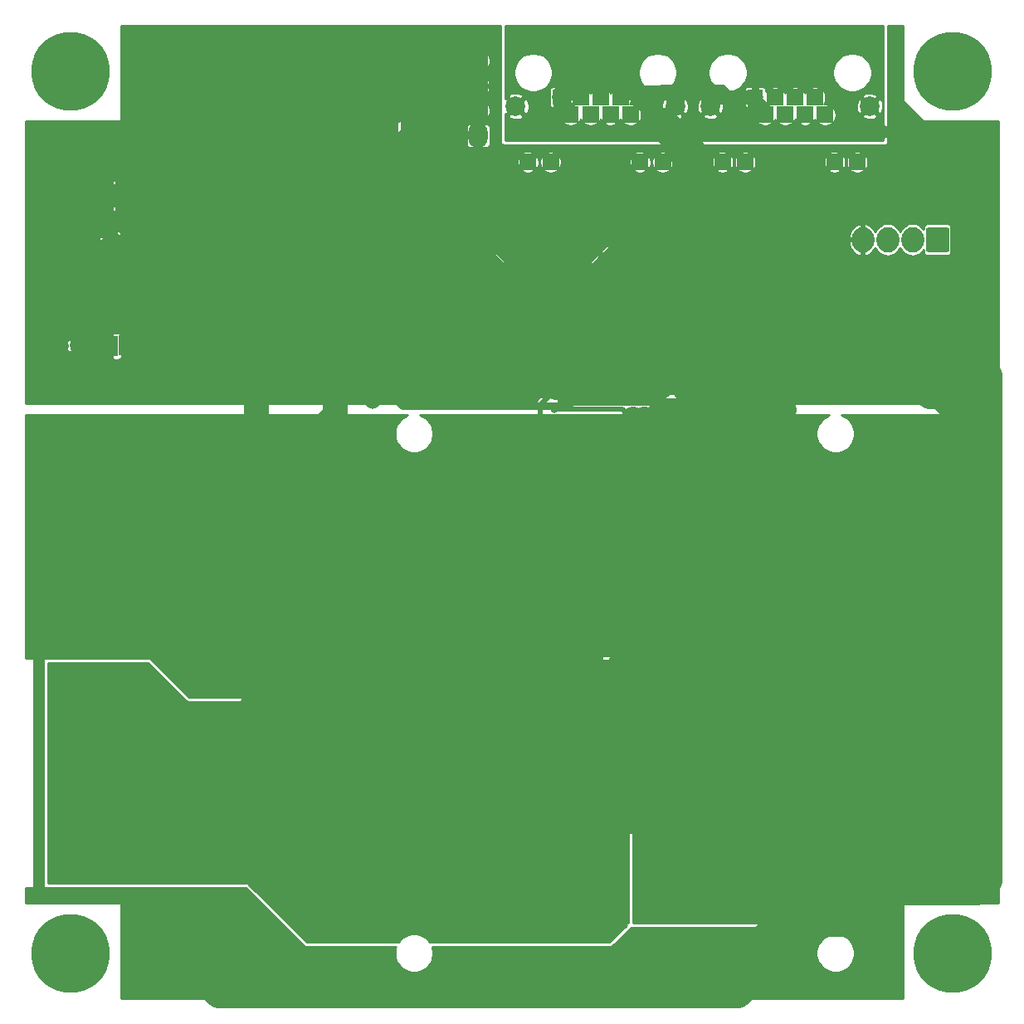
<source format=gbr>
From 3994a2576b073a1c3dc5dd85e95e63add8eb71a4 Mon Sep 17 00:00:00 2001
From: jaseg <git-bigdata-wsl-arch@jaseg.de>
Date: Mon, 18 Apr 2022 16:19:03 +0200
Subject: Update PCBs

---
 driver/gerber/driver-B_Cu.gbr | 15453 +++++++++++++++++++++-------------------
 1 file changed, 8035 insertions(+), 7418 deletions(-)

(limited to 'driver/gerber/driver-B_Cu.gbr')

diff --git a/driver/gerber/driver-B_Cu.gbr b/driver/gerber/driver-B_Cu.gbr
index adb8db6..061fe67 100644
--- a/driver/gerber/driver-B_Cu.gbr
+++ b/driver/gerber/driver-B_Cu.gbr
@@ -1,7418 +1,8035 @@
-G04 #@! TF.GenerationSoftware,KiCad,Pcbnew,(5.1.0-344-gd281f051e)*
-G04 #@! TF.CreationDate,2019-04-25T22:00:11+09:00*
-G04 #@! TF.ProjectId,driver,64726976-6572-42e6-9b69-6361645f7063,rev?*
-G04 #@! TF.SameCoordinates,Original*
-G04 #@! TF.FileFunction,Copper,L2,Bot*
-G04 #@! TF.FilePolarity,Positive*
-%FSLAX46Y46*%
-G04 Gerber Fmt 4.6, Leading zero omitted, Abs format (unit mm)*
-G04 Created by KiCad (PCBNEW (5.1.0-344-gd281f051e)) date 2019-04-25 22:00:11*
-%MOMM*%
-%LPD*%
-G04 APERTURE LIST*
-%ADD10O,2.000000X2.600000*%
-%ADD11R,2.000000X2.600000*%
-%ADD12R,0.750000X1.200000*%
-%ADD13R,2.600000X2.600000*%
-%ADD14C,2.600000*%
-%ADD15C,8.000000*%
-%ADD16C,2.000000*%
-%ADD17R,2.000000X2.000000*%
-%ADD18R,1.700000X1.700000*%
-%ADD19O,1.700000X1.700000*%
-%ADD20R,2.600000X2.000000*%
-%ADD21O,2.600000X2.000000*%
-%ADD22C,1.500000*%
-%ADD23R,1.500000X1.500000*%
-%ADD24C,0.800000*%
-%ADD25C,0.500000*%
-%ADD26C,1.200000*%
-%ADD27C,0.800000*%
-%ADD28C,0.250000*%
-%ADD29C,0.254000*%
-G04 APERTURE END LIST*
-D10*
-X155780000Y-77200000D03*
-X158320000Y-77200000D03*
-X160860000Y-77200000D03*
-D11*
-X163400000Y-77200000D03*
-D12*
-X117600000Y-75850000D03*
-X117600000Y-77750000D03*
-D13*
-X165000000Y-104840000D03*
-D14*
-X165000000Y-109920000D03*
-X165000000Y-115000000D03*
-X165000000Y-135080000D03*
-X165000000Y-130000000D03*
-D13*
-X165000000Y-124920000D03*
-D14*
-X75000000Y-124920000D03*
-X75000000Y-130000000D03*
-D13*
-X75000000Y-135080000D03*
-X75000000Y-115080000D03*
-D14*
-X75000000Y-110000000D03*
-X75000000Y-104920000D03*
-D15*
-X75000000Y-60000000D03*
-X165000000Y-60000000D03*
-X75000000Y-150000000D03*
-X165000000Y-150000000D03*
-D16*
-X107800000Y-58400000D03*
-D17*
-X107800000Y-63400000D03*
-X96100000Y-63400000D03*
-D16*
-X96100000Y-58400000D03*
-X73800000Y-88100000D03*
-D17*
-X78800000Y-88100000D03*
-X78800000Y-75900000D03*
-D16*
-X73800000Y-75900000D03*
-D18*
-X116550000Y-66590000D03*
-D19*
-X116550000Y-64050000D03*
-X116550000Y-61510000D03*
-X116550000Y-58970000D03*
-D20*
-X85000000Y-62500000D03*
-D21*
-X85000000Y-59960000D03*
-D22*
-X155220000Y-69300000D03*
-X152930000Y-69300000D03*
-X143790000Y-69300000D03*
-X141500000Y-69300000D03*
-D16*
-X140230000Y-63590000D03*
-X156490000Y-63590000D03*
-D22*
-X151940000Y-64480000D03*
-X149900000Y-64480000D03*
-X147860000Y-64480000D03*
-X145820000Y-64480000D03*
-X150920000Y-62700000D03*
-X148880000Y-62700000D03*
-X146840000Y-62700000D03*
-D23*
-X144800000Y-62700000D03*
-X124950000Y-62700000D03*
-D22*
-X126990000Y-62700000D03*
-X129030000Y-62700000D03*
-X131070000Y-62700000D03*
-X125970000Y-64480000D03*
-X128010000Y-64480000D03*
-X130050000Y-64480000D03*
-X132090000Y-64480000D03*
-D16*
-X136640000Y-63590000D03*
-X120380000Y-63590000D03*
-D22*
-X121650000Y-69300000D03*
-X123940000Y-69300000D03*
-X133080000Y-69300000D03*
-X135370000Y-69300000D03*
-D24*
-X142500000Y-93750000D03*
-X125500000Y-93025010D03*
-D16*
-X89500000Y-61000000D03*
-X102000000Y-60750000D03*
-X94500000Y-69500000D03*
-X100000000Y-65750000D03*
-X77750000Y-82000000D03*
-X89000000Y-98000000D03*
-X89000000Y-103000000D03*
-X89000000Y-100500000D03*
-X89000000Y-105500000D03*
-X89000000Y-108000000D03*
-X89000000Y-110500000D03*
-X89000000Y-113000000D03*
-X89000000Y-115500000D03*
-X89000000Y-118000000D03*
-X89000000Y-120500000D03*
-X91500000Y-145500000D03*
-X86500000Y-74750000D03*
-X86750000Y-82750000D03*
-X139500000Y-90000000D03*
-X134100000Y-87600000D03*
-D24*
-X99500000Y-69400000D03*
-X99500000Y-68200000D03*
-X100600000Y-68200000D03*
-X100600000Y-69200000D03*
-X80400000Y-79500000D03*
-X79600000Y-80800000D03*
-X86000000Y-77100000D03*
-X81400000Y-76000000D03*
-X83600000Y-74600000D03*
-X95300000Y-81200000D03*
-X91000000Y-89600000D03*
-X128600000Y-87500000D03*
-X143800000Y-88700000D03*
-X120100000Y-90800000D03*
-X118300000Y-74300000D03*
-X117100000Y-74300000D03*
-X117100000Y-73100000D03*
-X165500000Y-83500000D03*
-X164400000Y-82600000D03*
-D16*
-X115000000Y-85000000D03*
-X101300000Y-76900000D03*
-X101300000Y-79200000D03*
-X105700000Y-77800000D03*
-X105700000Y-80100000D03*
-D24*
-X123700000Y-87000000D03*
-D16*
-X109700000Y-65500000D03*
-X108700000Y-71100000D03*
-X97100000Y-76100000D03*
-X97100000Y-78200000D03*
-X97100000Y-80300000D03*
-X107500000Y-74900000D03*
-D24*
-X110400000Y-77600000D03*
-X111600000Y-79300000D03*
-X121300000Y-76200000D03*
-X122100000Y-76200000D03*
-X121300000Y-77000000D03*
-X122100000Y-77000000D03*
-X123600000Y-79100000D03*
-X121900000Y-83100000D03*
-X122700000Y-83100000D03*
-X122600000Y-86600000D03*
-X157100000Y-89300000D03*
-X165500000Y-82600000D03*
-X120100000Y-89900000D03*
-X124600000Y-88500000D03*
-X150700000Y-90100000D03*
-X140300000Y-149900000D03*
-X122712660Y-79112660D03*
-X131000000Y-70750000D03*
-X157750000Y-66250000D03*
-X160750000Y-65500000D03*
-X129486456Y-79149988D03*
-X159800000Y-79800000D03*
-X161200000Y-91400000D03*
-D16*
-X81506378Y-66756378D03*
-D24*
-X96000000Y-85900000D03*
-X96900000Y-86600000D03*
-X98500000Y-88600000D03*
-X98500000Y-87700000D03*
-X102600000Y-91000000D03*
-X146300000Y-152900000D03*
-X148300000Y-153700000D03*
-X134200000Y-149700000D03*
-X92000000Y-88100000D03*
-X156000000Y-89300000D03*
-X105766518Y-92733482D03*
-X105766518Y-93700000D03*
-D16*
-X105700000Y-82400000D03*
-X106700000Y-85000000D03*
-X116389257Y-89984482D03*
-X73800000Y-67600000D03*
-D24*
-X117200000Y-79000000D03*
-X129600000Y-77300000D03*
-X88087339Y-150112659D03*
-X127250000Y-79750000D03*
-X157200000Y-144624979D03*
-D16*
-X78800000Y-68850000D03*
-D24*
-X147462653Y-148362653D03*
-X119300000Y-82900000D03*
-X125187343Y-82612663D03*
-X112000000Y-90599967D03*
-X111927814Y-88699945D03*
-X128000000Y-130000000D03*
-X133519082Y-95522671D03*
-X132200000Y-136600000D03*
-X147800000Y-94600000D03*
-X127700000Y-116800000D03*
-X132400002Y-95500000D03*
-X131500000Y-113500000D03*
-X130500000Y-114500000D03*
-X131500000Y-114500000D03*
-X130500000Y-113500000D03*
-X130500000Y-112500000D03*
-X131500000Y-112500000D03*
-X131500000Y-115500000D03*
-X130500000Y-115500000D03*
-X129500000Y-115500000D03*
-X129500000Y-114500000D03*
-X129500000Y-113500000D03*
-X129500000Y-112500000D03*
-X129500000Y-111500000D03*
-X130500000Y-111500000D03*
-X131500000Y-111500000D03*
-D16*
-X130000000Y-109000000D03*
-X133000000Y-109000000D03*
-X136000000Y-109000000D03*
-X136000000Y-109000000D03*
-X136000000Y-109000000D03*
-X139000000Y-109000000D03*
-X136000000Y-112000000D03*
-X136000000Y-115000000D03*
-X136000000Y-118000000D03*
-X133000000Y-118000000D03*
-X139000000Y-118000000D03*
-X139000000Y-115000000D03*
-X139000000Y-112000000D03*
-X142000000Y-115000000D03*
-X142000000Y-118000000D03*
-X142000000Y-109000000D03*
-X142000000Y-112000000D03*
-D24*
-X131000000Y-126500000D03*
-X131000000Y-127500000D03*
-X130000000Y-127500000D03*
-X130000000Y-126500000D03*
-X130000000Y-125500000D03*
-X131000000Y-125500000D03*
-X132000000Y-126500000D03*
-X132000000Y-125500000D03*
-X132000000Y-124500000D03*
-X132000000Y-127500000D03*
-X129000000Y-124500000D03*
-X129000000Y-125500000D03*
-X129000000Y-126500000D03*
-X129000000Y-127500000D03*
-X129000000Y-128500000D03*
-X130000000Y-128500000D03*
-X131000000Y-128500000D03*
-X132000000Y-128500000D03*
-D16*
-X130000000Y-131000000D03*
-X133000000Y-131000000D03*
-X136000000Y-131000000D03*
-X139000000Y-131000000D03*
-X142000000Y-131000000D03*
-X142000000Y-128000000D03*
-X142000000Y-125000000D03*
-X142000000Y-122000000D03*
-X139000000Y-122000000D03*
-X136000000Y-122000000D03*
-X133000000Y-122000000D03*
-X136000000Y-125000000D03*
-X136000000Y-128000000D03*
-X139000000Y-128000000D03*
-X139000000Y-125000000D03*
-D24*
-X131000000Y-124500000D03*
-X130000000Y-124500000D03*
-X130000000Y-140000000D03*
-X130000000Y-141000000D03*
-X129000000Y-141000000D03*
-X129000000Y-140000000D03*
-X129000000Y-139000000D03*
-X129000000Y-138000000D03*
-X130000000Y-138000000D03*
-X131000000Y-138000000D03*
-X131000000Y-140000000D03*
-X131000000Y-141000000D03*
-X131000000Y-142000000D03*
-X130000000Y-142000000D03*
-X129000000Y-142000000D03*
-X128000000Y-142000000D03*
-X128000000Y-141000000D03*
-X128000000Y-140000000D03*
-X128000000Y-139000000D03*
-X128000000Y-138000000D03*
-X130000000Y-100000000D03*
-X130000000Y-101000000D03*
-X129000000Y-101000000D03*
-X129000000Y-100000000D03*
-X129000000Y-99000000D03*
-X130000000Y-99000000D03*
-X131000000Y-99000000D03*
-X131000000Y-100000000D03*
-X131000000Y-101000000D03*
-X131000000Y-102000000D03*
-X130000000Y-102000000D03*
-X129000000Y-102000000D03*
-X128000000Y-102000000D03*
-X128000000Y-101000000D03*
-X128000000Y-100000000D03*
-X128000000Y-99000000D03*
-X128000000Y-98000000D03*
-X129000000Y-98000000D03*
-X130000000Y-98000000D03*
-X131000000Y-98000000D03*
-D16*
-X130000000Y-96500000D03*
-X127000000Y-96500000D03*
-X124000000Y-96500000D03*
-X121000000Y-96500000D03*
-X118000000Y-96500000D03*
-X118000000Y-99000000D03*
-X118000000Y-102000000D03*
-X118000000Y-105000000D03*
-X121000000Y-105000000D03*
-X124000000Y-105000000D03*
-X127000000Y-105000000D03*
-X130000000Y-105000000D03*
-X121000000Y-102000000D03*
-X121000000Y-99000000D03*
-X124000000Y-99000000D03*
-X124000000Y-102000000D03*
-X130000000Y-136000000D03*
-X127000000Y-136000000D03*
-X124000000Y-136000000D03*
-X121000000Y-136000000D03*
-X118000000Y-136000000D03*
-X121000000Y-139000000D03*
-X118000000Y-139000000D03*
-X118000000Y-142000000D03*
-X121000000Y-142000000D03*
-X121000000Y-145000000D03*
-X118000000Y-145000000D03*
-X124000000Y-145000000D03*
-X127000000Y-145000000D03*
-X130000000Y-145000000D03*
-X115000000Y-136000000D03*
-X115000000Y-139000000D03*
-X115000000Y-142000000D03*
-X115000000Y-145000000D03*
-X99000000Y-129000000D03*
-X102000000Y-128000000D03*
-X97000000Y-127000000D03*
-X104000000Y-130000000D03*
-X96000000Y-130000000D03*
-X98000000Y-132000000D03*
-X94000000Y-128000000D03*
-X111000000Y-133000000D03*
-X107000000Y-129000000D03*
-X108000000Y-134000000D03*
-X100000000Y-126000000D03*
-X103000000Y-133000000D03*
-X101000000Y-131000000D03*
-X112000000Y-130000000D03*
-X114000000Y-132000000D03*
-X109000000Y-131000000D03*
-X106000000Y-132000000D03*
-X105000000Y-135000000D03*
-X102000000Y-136000000D03*
-X100000000Y-134000000D03*
-D24*
-X130000000Y-139000000D03*
-X131000000Y-139000000D03*
-X93750000Y-93250000D03*
-X135300000Y-91100000D03*
-X123362335Y-92237665D03*
-X135253882Y-92098948D03*
-X124449990Y-92300000D03*
-X116900000Y-81000000D03*
-X129399998Y-82200011D03*
-X117700000Y-82400000D03*
-X128226684Y-82229531D03*
-X135500000Y-65000000D03*
-X138500000Y-69000000D03*
-X135000000Y-66000000D03*
-X137500000Y-69000000D03*
-X131100000Y-120400000D03*
-X162600000Y-93200000D03*
-X108900000Y-90300000D03*
-X166500000Y-94800000D03*
-X162725010Y-92200000D03*
-X109900000Y-90374989D03*
-X108712653Y-89087347D03*
-X117187342Y-80012661D03*
-X129400000Y-81200002D03*
-X106837347Y-89262653D03*
-X154200000Y-91475000D03*
-X157000000Y-90300000D03*
-X117200000Y-91391621D03*
-X168750000Y-91050000D03*
-X126800000Y-152200000D03*
-X87900000Y-152300000D03*
-X146280875Y-150685242D03*
-X82300000Y-149075000D03*
-X144830864Y-150830865D03*
-X167400000Y-93600000D03*
-X127600000Y-151400000D03*
-D25*
-X125500000Y-93650000D02*
-X125400000Y-93750000D01*
-X125500000Y-93025010D02*
-X125500000Y-93650000D01*
-D26*
-X142500000Y-93750000D02*
-X125400000Y-93750000D01*
-X125024967Y-94125033D02*
-X125400000Y-93750000D01*
-X103800000Y-89069892D02*
-X108855141Y-94125033D01*
-X108855141Y-94125033D02*
-X125024967Y-94125033D01*
-X107800000Y-63400000D02*
-X107800000Y-65600000D01*
-X103800000Y-69600000D02*
-X103800000Y-89069892D01*
-X107800000Y-65600000D02*
-X103800000Y-69600000D01*
-X71700000Y-119300000D02*
-X71700000Y-143800000D01*
-X75000000Y-115080000D02*
-X75000000Y-116000000D01*
-X75000000Y-116000000D02*
-X71700000Y-119300000D01*
-D25*
-X117600000Y-78600000D02*
-X117200000Y-79000000D01*
-X117600000Y-77750000D02*
-X117600000Y-78600000D01*
-D27*
-X117765685Y-79000000D02*
-X117200000Y-79000000D01*
-X118890686Y-80125001D02*
-X117765685Y-79000000D01*
-X126774999Y-80125001D02*
-X118890686Y-80125001D01*
-X129600000Y-77300000D02*
-X126774999Y-80125001D01*
-D28*
-X91924713Y-153950033D02*
-X142784698Y-153950033D01*
-X88087339Y-150112659D02*
-X91924713Y-153950033D01*
-X142784698Y-153950033D02*
-X145555865Y-151178866D01*
-X145555865Y-151178866D02*
-X145555865Y-149844135D01*
-D27*
-X78800000Y-75900000D02*
-X78800000Y-69200000D01*
-X78800000Y-69200000D02*
-X79000000Y-69000000D01*
-D28*
-X147400000Y-148300000D02*
-X147462653Y-148362653D01*
-X147400000Y-148000000D02*
-X147400000Y-148300000D01*
-X145555865Y-149844135D02*
-X147400000Y-148000000D01*
-X154724979Y-147100000D02*
-X157200000Y-144624979D01*
-X148300000Y-147100000D02*
-X154724979Y-147100000D01*
-X147400000Y-148000000D02*
-X148300000Y-147100000D01*
-X119987336Y-82212664D02*
-X124787344Y-82212664D01*
-X124787344Y-82212664D02*
-X125187343Y-82612663D01*
-X119300000Y-82900000D02*
-X119987336Y-82212664D01*
-X112000000Y-90599967D02*
-X112000000Y-88772131D01*
-X112000000Y-88772131D02*
-X111927814Y-88699945D01*
-X133000000Y-106836410D02*
-X132936410Y-106900000D01*
-X133500000Y-95541753D02*
-X133519082Y-95522671D01*
-X133000000Y-106836410D02*
-X133500000Y-106336410D01*
-X133500000Y-106336410D02*
-X133500000Y-95541753D01*
-X128686400Y-107050010D02*
-X132786400Y-107050010D01*
-X128000000Y-107736410D02*
-X128686400Y-107050010D01*
-X128000000Y-130000000D02*
-X127600001Y-129600001D01*
-X127600001Y-118073001D02*
-X128425001Y-117248001D01*
-X132786400Y-107050010D02*
-X133000000Y-106836410D01*
-X128425001Y-117248001D02*
-X128425001Y-116451999D01*
-X128425001Y-116451999D02*
-X128000000Y-116026998D01*
-X127600001Y-129600001D02*
-X127600001Y-118073001D01*
-X128000000Y-116026998D02*
-X128000000Y-107736410D01*
-X128450010Y-111600000D02*
-X128450010Y-111349990D01*
-X128450010Y-115750010D02*
-X128450010Y-111600000D01*
-X128875011Y-117434401D02*
-X128875011Y-116175011D01*
-X128050011Y-118259401D02*
-X128875011Y-117434401D01*
-X128050011Y-128977009D02*
-X128050011Y-118259401D01*
-X128725001Y-129651999D02*
-X128050011Y-128977009D01*
-X128725001Y-130348001D02*
-X128725001Y-129651999D01*
-X128400000Y-130673002D02*
-X128725001Y-130348001D01*
-X131200000Y-133000000D02*
-X128900000Y-133000000D01*
-X128400000Y-132500000D02*
-X128400000Y-130673002D01*
-X128875011Y-116175011D02*
-X128450010Y-115750010D01*
-X132200000Y-134000000D02*
-X131200000Y-133000000D01*
-X132200000Y-136600000D02*
-X132200000Y-134000000D01*
-X128900000Y-133000000D02*
-X128400000Y-132500000D01*
-X128450010Y-108049990D02*
-X128450010Y-111600000D01*
-X128999980Y-107500020D02*
-X128450010Y-108049990D01*
-X147700000Y-94700000D02*
-X135400000Y-94700000D01*
-X147800000Y-94600000D02*
-X147700000Y-94700000D01*
-X135400000Y-94700000D02*
-X134000000Y-96100000D01*
-X134000000Y-96100000D02*
-X134000000Y-106472820D01*
-X134000000Y-106472820D02*
-X132972801Y-107500019D01*
-X132972801Y-107500019D02*
-X128999980Y-107500020D01*
-X133000000Y-96099998D02*
-X132400002Y-95500000D01*
-X127500000Y-116600000D02*
-X127500000Y-107600000D01*
-X127700000Y-116800000D02*
-X127500000Y-116600000D01*
-X128500000Y-106600000D02*
-X132600000Y-106600000D01*
-X127500000Y-107600000D02*
-X128500000Y-106600000D01*
-X132600000Y-106600000D02*
-X133000000Y-106200000D01*
-X133000000Y-106200000D02*
-X133000000Y-96099998D01*
-X93900000Y-124750000D02*
-X93900000Y-94500000D01*
-X93500000Y-124750000D02*
-X93900000Y-124750000D01*
-X93900000Y-94500000D02*
-X93900000Y-93400000D01*
-X93900000Y-93400000D02*
-X93750000Y-93250000D01*
-X123762334Y-91837666D02*
-X123362335Y-92237665D01*
-X124025001Y-91574999D02*
-X123762334Y-91837666D01*
-X134525001Y-91574999D02*
-X124025001Y-91574999D01*
-X135300000Y-91100000D02*
-X135000000Y-91100000D01*
-X135000000Y-91100000D02*
-X134525001Y-91574999D01*
-X135052830Y-92300000D02*
-X124449990Y-92300000D01*
-X135253882Y-92098948D02*
-X135052830Y-92300000D01*
-X117465685Y-81000000D02*
-X117765707Y-81300022D01*
-X117765707Y-81300022D02*
-X128427020Y-81300022D01*
-X116900000Y-81000000D02*
-X117465685Y-81000000D01*
-X128427020Y-81300022D02*
-X129327009Y-82200011D01*
-X129327009Y-82200011D02*
-X129399998Y-82200011D01*
-X127826685Y-81829532D02*
-X128226684Y-82229531D01*
-X117700000Y-82400000D02*
-X118349967Y-81750033D01*
-X127747186Y-81750033D02*
-X127826685Y-81829532D01*
-X118349967Y-81750033D02*
-X127747186Y-81750033D01*
-X138500000Y-68000000D02*
-X138500000Y-68434315D01*
-X138500000Y-68434315D02*
-X138500000Y-69000000D01*
-X135500000Y-65000000D02*
-X138500000Y-68000000D01*
-X137500000Y-68000000D02*
-X137500000Y-69000000D01*
-X135000000Y-66000000D02*
-X135500000Y-66000000D01*
-X135500000Y-66000000D02*
-X137500000Y-68000000D01*
-D25*
-X124950000Y-63460000D02*
-X125970000Y-64480000D01*
-X124950000Y-62700000D02*
-X124950000Y-63460000D01*
-X144800000Y-63460000D02*
-X145820000Y-64480000D01*
-X144800000Y-62700000D02*
-X144800000Y-63460000D01*
-X126150001Y-61499999D02*
-X124950000Y-62700000D01*
-X131646001Y-61499999D02*
-X126150001Y-61499999D01*
-X132381003Y-62235001D02*
-X131646001Y-61499999D01*
-X135856001Y-62235001D02*
-X132381003Y-62235001D01*
-X135951003Y-62139999D02*
-X135856001Y-62235001D01*
-X140926001Y-62139999D02*
-X135951003Y-62139999D01*
-X141486002Y-62700000D02*
-X140926001Y-62139999D01*
-X144800000Y-62700000D02*
-X141486002Y-62700000D01*
-D28*
-X167000000Y-120400000D02*
-X167700000Y-119700000D01*
-X131100000Y-120400000D02*
-X167000000Y-120400000D01*
-X167700000Y-119700000D02*
-X167700000Y-97200000D01*
-X163700000Y-93200000D02*
-X162600000Y-93200000D01*
-X164650000Y-94150000D02*
-X163700000Y-93200000D01*
-X167700000Y-97200000D02*
-X164650000Y-94150000D01*
-X108900000Y-90865685D02*
-X111234337Y-93200022D01*
-X134700002Y-90375000D02*
-X135648002Y-90375000D01*
-X108900000Y-90300000D02*
-X108900000Y-90865685D01*
-X134024992Y-91050009D02*
-X134700002Y-90375000D01*
-X153582115Y-92800022D02*
-X153732126Y-92650011D01*
-X123426998Y-91100000D02*
-X133974999Y-91100000D01*
-X162200001Y-92800001D02*
-X162600000Y-93200000D01*
-X135648002Y-90375000D02*
-X138073023Y-92800022D01*
-X162050011Y-92650011D02*
-X162200001Y-92800001D01*
-X138073023Y-92800022D02*
-X153582115Y-92800022D01*
-X121326976Y-93200022D02*
-X123426998Y-91100000D01*
-X133974999Y-91100000D02*
-X134024992Y-91050009D01*
-X111234337Y-93200022D02*
-X121326976Y-93200022D01*
-X153732126Y-92650011D02*
-X162050011Y-92650011D01*
-X166500000Y-94800000D02*
-X163900000Y-92200000D01*
-X163900000Y-92200000D02*
-X163600000Y-92200000D01*
-X163600000Y-92200000D02*
-X162200000Y-92200000D01*
-X162200000Y-92200000D02*
-X162725010Y-92200000D01*
-X109900000Y-90274694D02*
-X109900000Y-90374989D01*
-X108712653Y-89087347D02*
-X109900000Y-90274694D01*
-X109900000Y-90374989D02*
-X112275022Y-92750011D01*
-X123036412Y-90599999D02*
-X133838591Y-90599999D01*
-X153545726Y-92200000D02*
-X161670726Y-92200000D01*
-X133838591Y-90599999D02*
-X134513602Y-89924989D01*
-X112275022Y-92750011D02*
-X120886400Y-92750011D01*
-X120886400Y-92750011D02*
-X123036412Y-90599999D01*
-X134513602Y-89924989D02*
-X135834402Y-89924989D01*
-X161670726Y-92200000D02*
-X162200000Y-92200000D01*
-X153395715Y-92350011D02*
-X153545726Y-92200000D01*
-X138259423Y-92350011D02*
-X153395715Y-92350011D01*
-X135834402Y-89924989D02*
-X138259423Y-92350011D01*
-X118024692Y-80850011D02*
-X129050009Y-80850011D01*
-X129050009Y-80850011D02*
-X129400000Y-81200002D01*
-X117187342Y-80012661D02*
-X118024692Y-80850011D01*
-X107237346Y-88862654D02*
-X106837347Y-89262653D01*
-X107737654Y-88362346D02*
-X107237346Y-88862654D01*
-X110625001Y-89926693D02*
-X109060654Y-88362346D01*
-X110625001Y-90425001D02*
-X110625001Y-89926693D01*
-X112500000Y-92300000D02*
-X110625001Y-90425001D01*
-X122850009Y-90149991D02*
-X120700000Y-92300000D01*
-X133586420Y-90149991D02*
-X122850009Y-90149991D01*
-X154200000Y-91475000D02*
-X153634315Y-91475000D01*
-X153634315Y-91475000D02*
-X153209315Y-91900000D01*
-X138445823Y-91900000D02*
-X136020801Y-89474978D01*
-X134261433Y-89474978D02*
-X133586420Y-90149991D01*
-X109060654Y-88362346D02*
-X107737654Y-88362346D01*
-X120700000Y-92300000D02*
-X112500000Y-92300000D01*
-X153209315Y-91900000D02*
-X138445823Y-91900000D01*
-X136020801Y-89474978D02*
-X134261433Y-89474978D01*
-X133400020Y-89699980D02*
-X122600020Y-89699980D01*
-X152550010Y-91449990D02*
-X138649990Y-91449990D01*
-X117599999Y-91791620D02*
-X117200000Y-91391621D01*
-X134174999Y-88925001D02*
-X133400020Y-89699980D01*
-X120508380Y-91791620D02*
-X117599999Y-91791620D01*
-X136125001Y-88925001D02*
-X134174999Y-88925001D01*
-X157000000Y-90300000D02*
-X153700000Y-90300000D01*
-X138649990Y-91449990D02*
-X136125001Y-88925001D01*
-X153700000Y-90300000D02*
-X152550010Y-91449990D01*
-X122600020Y-89699980D02*
-X120508380Y-91791620D01*
-X148036412Y-146600000D02*
-X141586400Y-153050011D01*
-X153850000Y-146600000D02*
-X148036412Y-146600000D01*
-X127650011Y-153050011D02*
-X126800000Y-152200000D01*
-X141586400Y-153050011D02*
-X127650011Y-153050011D01*
-X156550023Y-143899977D02*
-X153850000Y-146600000D01*
-X168750000Y-142636410D02*
-X168750000Y-142450000D01*
-X167486435Y-143899975D02*
-X168750000Y-142636410D01*
-X157100023Y-143899977D02*
-X167486435Y-143899975D01*
-X157100023Y-143899977D02*
-X156550023Y-143899977D01*
-X168750000Y-91050000D02*
-X168750000Y-142450000D01*
-X90000044Y-154400044D02*
-X143131758Y-154400044D01*
-X143131758Y-154400044D02*
-X146280875Y-151250927D01*
-X87900000Y-152300000D02*
-X90000044Y-154400044D01*
-X146280875Y-151250927D02*
-X146280875Y-150685242D01*
-X92500022Y-153500022D02*
-X88075000Y-149075000D01*
-X88075000Y-149075000D02*
-X82300000Y-149075000D01*
-X142161707Y-153500022D02*
-X92500022Y-153500022D01*
-X144830864Y-150830865D02*
-X142161707Y-153500022D01*
-X168249989Y-94449989D02*
-X167799999Y-93999999D01*
-X168249989Y-142500011D02*
-X168249989Y-94449989D01*
-X167300034Y-143449966D02*
-X168249989Y-142500011D01*
-X153663600Y-146149990D02*
-X156363624Y-143449966D01*
-X147850012Y-146149990D02*
-X153663600Y-146149990D01*
-X167799999Y-93999999D02*
-X167400000Y-93600000D01*
-X141400000Y-152600000D02*
-X147850012Y-146149990D01*
-X156363624Y-143449966D02*
-X167300034Y-143449966D01*
-X128800000Y-152600000D02*
-X141400000Y-152600000D01*
-X127600000Y-151400000D02*
-X128800000Y-152600000D01*
-D29*
-G36*
-X152063539Y-95248005D02*
-G01*
-X151739736Y-95464364D01*
-X151464364Y-95739736D01*
-X151248005Y-96063539D01*
-X151098975Y-96423330D01*
-X151023000Y-96805282D01*
-X151023000Y-97194718D01*
-X151098975Y-97576670D01*
-X151248005Y-97936461D01*
-X151464364Y-98260264D01*
-X151739736Y-98535636D01*
-X152063539Y-98751995D01*
-X152423330Y-98901025D01*
-X152805282Y-98977000D01*
-X153194718Y-98977000D01*
-X153576670Y-98901025D01*
-X153936461Y-98751995D01*
-X154260264Y-98535636D01*
-X154535636Y-98260264D01*
-X154751995Y-97936461D01*
-X154901025Y-97576670D01*
-X154977000Y-97194718D01*
-X154977000Y-96805282D01*
-X154901025Y-96423330D01*
-X154751995Y-96063539D01*
-X154535636Y-95739736D01*
-X154260264Y-95464364D01*
-X153936461Y-95248005D01*
-X153644328Y-95127000D01*
-X164917066Y-95127000D01*
-X167198001Y-97407936D01*
-X167198000Y-119492065D01*
-X167067065Y-119623000D01*
-X128552011Y-119623000D01*
-X128552011Y-118467335D01*
-X129212549Y-117806798D01*
-X129231695Y-117791085D01*
-X129294428Y-117714646D01*
-X129341042Y-117627437D01*
-X129369747Y-117532810D01*
-X129377011Y-117459054D01*
-X129377011Y-117459045D01*
-X129379438Y-117434402D01*
-X129377011Y-117409759D01*
-X129377011Y-116199653D01*
-X129379438Y-116175010D01*
-X129377011Y-116150367D01*
-X129377011Y-116150358D01*
-X129369747Y-116076602D01*
-X129341042Y-115981975D01*
-X129294428Y-115894766D01*
-X129278750Y-115875663D01*
-X129247410Y-115837475D01*
-X129247408Y-115837473D01*
-X129231695Y-115818327D01*
-X129212549Y-115802614D01*
-X128952010Y-115542076D01*
-X128952010Y-108257924D01*
-X129207915Y-108002020D01*
-X132948148Y-108002018D01*
-X132972801Y-108004446D01*
-X133071210Y-107994754D01*
-X133165837Y-107966049D01*
-X133253046Y-107919435D01*
-X133310336Y-107872418D01*
-X133310339Y-107872415D01*
-X133329485Y-107856702D01*
-X133345198Y-107837556D01*
-X134337543Y-106845213D01*
-X134356684Y-106829504D01*
-X134372392Y-106810364D01*
-X134372400Y-106810356D01*
-X134419417Y-106753066D01*
-X134459748Y-106677611D01*
-X134466031Y-106665856D01*
-X134494736Y-106571229D01*
-X134502000Y-106497473D01*
-X134502000Y-106497463D01*
-X134504427Y-106472820D01*
-X134502000Y-106448177D01*
-X134502000Y-96307934D01*
-X135607935Y-95202000D01*
-X147303155Y-95202000D01*
-X147304691Y-95203536D01*
-X147431952Y-95288569D01*
-X147573357Y-95347141D01*
-X147723472Y-95377000D01*
-X147876528Y-95377000D01*
-X148026643Y-95347141D01*
-X148168048Y-95288569D01*
-X148295309Y-95203536D01*
-X148371845Y-95127000D01*
-X152355672Y-95127000D01*
-X152063539Y-95248005D01*
-X152063539Y-95248005D01*
-G37*
-X152063539Y-95248005D02*
-X151739736Y-95464364D01*
-X151464364Y-95739736D01*
-X151248005Y-96063539D01*
-X151098975Y-96423330D01*
-X151023000Y-96805282D01*
-X151023000Y-97194718D01*
-X151098975Y-97576670D01*
-X151248005Y-97936461D01*
-X151464364Y-98260264D01*
-X151739736Y-98535636D01*
-X152063539Y-98751995D01*
-X152423330Y-98901025D01*
-X152805282Y-98977000D01*
-X153194718Y-98977000D01*
-X153576670Y-98901025D01*
-X153936461Y-98751995D01*
-X154260264Y-98535636D01*
-X154535636Y-98260264D01*
-X154751995Y-97936461D01*
-X154901025Y-97576670D01*
-X154977000Y-97194718D01*
-X154977000Y-96805282D01*
-X154901025Y-96423330D01*
-X154751995Y-96063539D01*
-X154535636Y-95739736D01*
-X154260264Y-95464364D01*
-X153936461Y-95248005D01*
-X153644328Y-95127000D01*
-X164917066Y-95127000D01*
-X167198001Y-97407936D01*
-X167198000Y-119492065D01*
-X167067065Y-119623000D01*
-X128552011Y-119623000D01*
-X128552011Y-118467335D01*
-X129212549Y-117806798D01*
-X129231695Y-117791085D01*
-X129294428Y-117714646D01*
-X129341042Y-117627437D01*
-X129369747Y-117532810D01*
-X129377011Y-117459054D01*
-X129377011Y-117459045D01*
-X129379438Y-117434402D01*
-X129377011Y-117409759D01*
-X129377011Y-116199653D01*
-X129379438Y-116175010D01*
-X129377011Y-116150367D01*
-X129377011Y-116150358D01*
-X129369747Y-116076602D01*
-X129341042Y-115981975D01*
-X129294428Y-115894766D01*
-X129278750Y-115875663D01*
-X129247410Y-115837475D01*
-X129247408Y-115837473D01*
-X129231695Y-115818327D01*
-X129212549Y-115802614D01*
-X128952010Y-115542076D01*
-X128952010Y-108257924D01*
-X129207915Y-108002020D01*
-X132948148Y-108002018D01*
-X132972801Y-108004446D01*
-X133071210Y-107994754D01*
-X133165837Y-107966049D01*
-X133253046Y-107919435D01*
-X133310336Y-107872418D01*
-X133310339Y-107872415D01*
-X133329485Y-107856702D01*
-X133345198Y-107837556D01*
-X134337543Y-106845213D01*
-X134356684Y-106829504D01*
-X134372392Y-106810364D01*
-X134372400Y-106810356D01*
-X134419417Y-106753066D01*
-X134459748Y-106677611D01*
-X134466031Y-106665856D01*
-X134494736Y-106571229D01*
-X134502000Y-106497473D01*
-X134502000Y-106497463D01*
-X134504427Y-106472820D01*
-X134502000Y-106448177D01*
-X134502000Y-96307934D01*
-X135607935Y-95202000D01*
-X147303155Y-95202000D01*
-X147304691Y-95203536D01*
-X147431952Y-95288569D01*
-X147573357Y-95347141D01*
-X147723472Y-95377000D01*
-X147876528Y-95377000D01*
-X148026643Y-95347141D01*
-X148168048Y-95288569D01*
-X148295309Y-95203536D01*
-X148371845Y-95127000D01*
-X152355672Y-95127000D01*
-X152063539Y-95248005D01*
-G36*
-X92873000Y-123873000D02*
-G01*
-X87052606Y-123873000D01*
-X83089803Y-119910197D01*
-X83070557Y-119894403D01*
-X83048601Y-119882667D01*
-X83024776Y-119875440D01*
-X83000000Y-119873000D01*
-X70377000Y-119873000D01*
-X70377000Y-95127000D01*
-X92873000Y-95127000D01*
-X92873000Y-123873000D01*
-X92873000Y-123873000D01*
-G37*
-X92873000Y-123873000D02*
-X87052606Y-123873000D01*
-X83089803Y-119910197D01*
-X83070557Y-119894403D01*
-X83048601Y-119882667D01*
-X83024776Y-119875440D01*
-X83000000Y-119873000D01*
-X70377000Y-119873000D01*
-X70377000Y-95127000D01*
-X92873000Y-95127000D01*
-X92873000Y-123873000D01*
-G36*
-X86733421Y-124266579D02*
-G01*
-X86790550Y-124313464D01*
-X86855728Y-124348303D01*
-X86926451Y-124369756D01*
-X87000000Y-124377000D01*
-X92873000Y-124377000D01*
-X92873000Y-130000000D01*
-X92875440Y-130024776D01*
-X92882667Y-130048601D01*
-X92894403Y-130070557D01*
-X92910197Y-130089803D01*
-X109910197Y-147089803D01*
-X109929443Y-147105597D01*
-X109951399Y-147117333D01*
-X109975224Y-147124560D01*
-X110000000Y-147127000D01*
-X131693394Y-147127000D01*
-X129947394Y-148873000D01*
-X111624680Y-148873000D01*
-X111535636Y-148739736D01*
-X111260264Y-148464364D01*
-X110936461Y-148248005D01*
-X110576670Y-148098975D01*
-X110194718Y-148023000D01*
-X109805282Y-148023000D01*
-X109423330Y-148098975D01*
-X109063539Y-148248005D01*
-X108739736Y-148464364D01*
-X108464364Y-148739736D01*
-X108375320Y-148873000D01*
-X99052606Y-148873000D01*
-X93089803Y-142910197D01*
-X93070557Y-142894403D01*
-X93048601Y-142882667D01*
-X93024776Y-142875440D01*
-X93000000Y-142873000D01*
-X72677000Y-142873000D01*
-X72677000Y-120377000D01*
-X82843842Y-120377000D01*
-X86733421Y-124266579D01*
-X86733421Y-124266579D01*
-G37*
-X86733421Y-124266579D02*
-X86790550Y-124313464D01*
-X86855728Y-124348303D01*
-X86926451Y-124369756D01*
-X87000000Y-124377000D01*
-X92873000Y-124377000D01*
-X92873000Y-130000000D01*
-X92875440Y-130024776D01*
-X92882667Y-130048601D01*
-X92894403Y-130070557D01*
-X92910197Y-130089803D01*
-X109910197Y-147089803D01*
-X109929443Y-147105597D01*
-X109951399Y-147117333D01*
-X109975224Y-147124560D01*
-X110000000Y-147127000D01*
-X131693394Y-147127000D01*
-X129947394Y-148873000D01*
-X111624680Y-148873000D01*
-X111535636Y-148739736D01*
-X111260264Y-148464364D01*
-X110936461Y-148248005D01*
-X110576670Y-148098975D01*
-X110194718Y-148023000D01*
-X109805282Y-148023000D01*
-X109423330Y-148098975D01*
-X109063539Y-148248005D01*
-X108739736Y-148464364D01*
-X108464364Y-148739736D01*
-X108375320Y-148873000D01*
-X99052606Y-148873000D01*
-X93089803Y-142910197D01*
-X93070557Y-142894403D01*
-X93048601Y-142882667D01*
-X93024776Y-142875440D01*
-X93000000Y-142873000D01*
-X72677000Y-142873000D01*
-X72677000Y-120377000D01*
-X82843842Y-120377000D01*
-X86733421Y-124266579D01*
-G36*
-X169623000Y-144873000D02*
-G01*
-X160000000Y-144873000D01*
-X159975224Y-144875440D01*
-X159951399Y-144882667D01*
-X159929443Y-144894403D01*
-X159910197Y-144910197D01*
-X159894403Y-144929443D01*
-X159882667Y-144951399D01*
-X159875440Y-144975224D01*
-X159873000Y-145000000D01*
-X159873000Y-154623000D01*
-X143618736Y-154623000D01*
-X146618413Y-151623324D01*
-X146637559Y-151607611D01*
-X146700292Y-151531172D01*
-X146746906Y-151443963D01*
-X146775611Y-151349336D01*
-X146782164Y-151282798D01*
-X146884411Y-151180551D01*
-X146969444Y-151053290D01*
-X147028016Y-150911885D01*
-X147057875Y-150761770D01*
-X147057875Y-150608714D01*
-X147028016Y-150458599D01*
-X146969444Y-150317194D01*
-X146884411Y-150189933D01*
-X146776184Y-150081706D01*
-X146648923Y-149996673D01*
-X146507518Y-149938101D01*
-X146357403Y-149908242D01*
-X146204347Y-149908242D01*
-X146201033Y-149908901D01*
-X146304652Y-149805282D01*
-X151023000Y-149805282D01*
-X151023000Y-150194718D01*
-X151098975Y-150576670D01*
-X151248005Y-150936461D01*
-X151464364Y-151260264D01*
-X151739736Y-151535636D01*
-X152063539Y-151751995D01*
-X152423330Y-151901025D01*
-X152805282Y-151977000D01*
-X153194718Y-151977000D01*
-X153576670Y-151901025D01*
-X153936461Y-151751995D01*
-X154260264Y-151535636D01*
-X154535636Y-151260264D01*
-X154751995Y-150936461D01*
-X154901025Y-150576670D01*
-X154977000Y-150194718D01*
-X154977000Y-149805282D01*
-X154901025Y-149423330D01*
-X154751995Y-149063539D01*
-X154535636Y-148739736D01*
-X154260264Y-148464364D01*
-X153936461Y-148248005D01*
-X153576670Y-148098975D01*
-X153194718Y-148023000D01*
-X152805282Y-148023000D01*
-X152423330Y-148098975D01*
-X152063539Y-148248005D01*
-X151739736Y-148464364D01*
-X151464364Y-148739736D01*
-X151248005Y-149063539D01*
-X151098975Y-149423330D01*
-X151023000Y-149805282D01*
-X146304652Y-149805282D01*
-X147073089Y-149036846D01*
-X147094605Y-149051222D01*
-X147236010Y-149109794D01*
-X147386125Y-149139653D01*
-X147539181Y-149139653D01*
-X147689296Y-149109794D01*
-X147830701Y-149051222D01*
-X147957962Y-148966189D01*
-X148066189Y-148857962D01*
-X148151222Y-148730701D01*
-X148209794Y-148589296D01*
-X148239653Y-148439181D01*
-X148239653Y-148286125D01*
-X148209794Y-148136010D01*
-X148151222Y-147994605D01*
-X148136845Y-147973089D01*
-X148507935Y-147602000D01*
-X154700336Y-147602000D01*
-X154724979Y-147604427D01*
-X154749622Y-147602000D01*
-X154749632Y-147602000D01*
-X154823388Y-147594736D01*
-X154918015Y-147566031D01*
-X155005224Y-147519417D01*
-X155081663Y-147456684D01*
-X155097381Y-147437532D01*
-X157132935Y-145401979D01*
-X157276528Y-145401979D01*
-X157426643Y-145372120D01*
-X157568048Y-145313548D01*
-X157695309Y-145228515D01*
-X157803536Y-145120288D01*
-X157888569Y-144993027D01*
-X157947141Y-144851622D01*
-X157977000Y-144701507D01*
-X157977000Y-144548451D01*
-X157947865Y-144401977D01*
-X167461782Y-144401974D01*
-X167486435Y-144404402D01*
-X167584844Y-144394710D01*
-X167679471Y-144366005D01*
-X167766680Y-144319391D01*
-X167823970Y-144272374D01*
-X167823973Y-144272371D01*
-X167843119Y-144256658D01*
-X167858832Y-144237512D01*
-X168719345Y-143377000D01*
-X169623000Y-143377000D01*
-X169623000Y-144873000D01*
-X169623000Y-144873000D01*
-G37*
-X169623000Y-144873000D02*
-X160000000Y-144873000D01*
-X159975224Y-144875440D01*
-X159951399Y-144882667D01*
-X159929443Y-144894403D01*
-X159910197Y-144910197D01*
-X159894403Y-144929443D01*
-X159882667Y-144951399D01*
-X159875440Y-144975224D01*
-X159873000Y-145000000D01*
-X159873000Y-154623000D01*
-X143618736Y-154623000D01*
-X146618413Y-151623324D01*
-X146637559Y-151607611D01*
-X146700292Y-151531172D01*
-X146746906Y-151443963D01*
-X146775611Y-151349336D01*
-X146782164Y-151282798D01*
-X146884411Y-151180551D01*
-X146969444Y-151053290D01*
-X147028016Y-150911885D01*
-X147057875Y-150761770D01*
-X147057875Y-150608714D01*
-X147028016Y-150458599D01*
-X146969444Y-150317194D01*
-X146884411Y-150189933D01*
-X146776184Y-150081706D01*
-X146648923Y-149996673D01*
-X146507518Y-149938101D01*
-X146357403Y-149908242D01*
-X146204347Y-149908242D01*
-X146201033Y-149908901D01*
-X146304652Y-149805282D01*
-X151023000Y-149805282D01*
-X151023000Y-150194718D01*
-X151098975Y-150576670D01*
-X151248005Y-150936461D01*
-X151464364Y-151260264D01*
-X151739736Y-151535636D01*
-X152063539Y-151751995D01*
-X152423330Y-151901025D01*
-X152805282Y-151977000D01*
-X153194718Y-151977000D01*
-X153576670Y-151901025D01*
-X153936461Y-151751995D01*
-X154260264Y-151535636D01*
-X154535636Y-151260264D01*
-X154751995Y-150936461D01*
-X154901025Y-150576670D01*
-X154977000Y-150194718D01*
-X154977000Y-149805282D01*
-X154901025Y-149423330D01*
-X154751995Y-149063539D01*
-X154535636Y-148739736D01*
-X154260264Y-148464364D01*
-X153936461Y-148248005D01*
-X153576670Y-148098975D01*
-X153194718Y-148023000D01*
-X152805282Y-148023000D01*
-X152423330Y-148098975D01*
-X152063539Y-148248005D01*
-X151739736Y-148464364D01*
-X151464364Y-148739736D01*
-X151248005Y-149063539D01*
-X151098975Y-149423330D01*
-X151023000Y-149805282D01*
-X146304652Y-149805282D01*
-X147073089Y-149036846D01*
-X147094605Y-149051222D01*
-X147236010Y-149109794D01*
-X147386125Y-149139653D01*
-X147539181Y-149139653D01*
-X147689296Y-149109794D01*
-X147830701Y-149051222D01*
-X147957962Y-148966189D01*
-X148066189Y-148857962D01*
-X148151222Y-148730701D01*
-X148209794Y-148589296D01*
-X148239653Y-148439181D01*
-X148239653Y-148286125D01*
-X148209794Y-148136010D01*
-X148151222Y-147994605D01*
-X148136845Y-147973089D01*
-X148507935Y-147602000D01*
-X154700336Y-147602000D01*
-X154724979Y-147604427D01*
-X154749622Y-147602000D01*
-X154749632Y-147602000D01*
-X154823388Y-147594736D01*
-X154918015Y-147566031D01*
-X155005224Y-147519417D01*
-X155081663Y-147456684D01*
-X155097381Y-147437532D01*
-X157132935Y-145401979D01*
-X157276528Y-145401979D01*
-X157426643Y-145372120D01*
-X157568048Y-145313548D01*
-X157695309Y-145228515D01*
-X157803536Y-145120288D01*
-X157888569Y-144993027D01*
-X157947141Y-144851622D01*
-X157977000Y-144701507D01*
-X157977000Y-144548451D01*
-X157947865Y-144401977D01*
-X167461782Y-144401974D01*
-X167486435Y-144404402D01*
-X167584844Y-144394710D01*
-X167679471Y-144366005D01*
-X167766680Y-144319391D01*
-X167823970Y-144272374D01*
-X167823973Y-144272371D01*
-X167843119Y-144256658D01*
-X167858832Y-144237512D01*
-X168719345Y-143377000D01*
-X169623000Y-143377000D01*
-X169623000Y-144873000D01*
-G36*
-X98733421Y-149266579D02*
-G01*
-X98790550Y-149313464D01*
-X98855728Y-149348303D01*
-X98926451Y-149369756D01*
-X99000000Y-149377000D01*
-X108118165Y-149377000D01*
-X108098975Y-149423330D01*
-X108023000Y-149805282D01*
-X108023000Y-150194718D01*
-X108098975Y-150576670D01*
-X108248005Y-150936461D01*
-X108464364Y-151260264D01*
-X108739736Y-151535636D01*
-X109063539Y-151751995D01*
-X109423330Y-151901025D01*
-X109805282Y-151977000D01*
-X110194718Y-151977000D01*
-X110576670Y-151901025D01*
-X110936461Y-151751995D01*
-X111260264Y-151535636D01*
-X111535636Y-151260264D01*
-X111751995Y-150936461D01*
-X111901025Y-150576670D01*
-X111977000Y-150194718D01*
-X111977000Y-149805282D01*
-X111901025Y-149423330D01*
-X111881835Y-149377000D01*
-X130000000Y-149377000D01*
-X130073549Y-149369756D01*
-X130144272Y-149348303D01*
-X130209450Y-149313464D01*
-X130266579Y-149266579D01*
-X132156158Y-147377000D01*
-X145913067Y-147377000D01*
-X141192066Y-152098000D01*
-X129007935Y-152098000D01*
-X128377000Y-151467066D01*
-X128377000Y-151323472D01*
-X128347141Y-151173357D01*
-X128288569Y-151031952D01*
-X128203536Y-150904691D01*
-X128095309Y-150796464D01*
-X127968048Y-150711431D01*
-X127826643Y-150652859D01*
-X127676528Y-150623000D01*
-X127523472Y-150623000D01*
-X127373357Y-150652859D01*
-X127231952Y-150711431D01*
-X127104691Y-150796464D01*
-X126996464Y-150904691D01*
-X126911431Y-151031952D01*
-X126852859Y-151173357D01*
-X126823000Y-151323472D01*
-X126823000Y-151423000D01*
-X126723472Y-151423000D01*
-X126573357Y-151452859D01*
-X126431952Y-151511431D01*
-X126304691Y-151596464D01*
-X126196464Y-151704691D01*
-X126111431Y-151831952D01*
-X126052859Y-151973357D01*
-X126023000Y-152123472D01*
-X126023000Y-152276528D01*
-X126052859Y-152426643D01*
-X126111431Y-152568048D01*
-X126196464Y-152695309D01*
-X126304691Y-152803536D01*
-X126431952Y-152888569D01*
-X126573357Y-152947141D01*
-X126723472Y-152977000D01*
-X126867066Y-152977000D01*
-X126888087Y-152998022D01*
-X92707957Y-152998022D01*
-X88447402Y-148737468D01*
-X88431684Y-148718316D01*
-X88355245Y-148655583D01*
-X88268036Y-148608969D01*
-X88173409Y-148580264D01*
-X88099653Y-148573000D01*
-X88099643Y-148573000D01*
-X88075000Y-148570573D01*
-X88050357Y-148573000D01*
-X82896845Y-148573000D01*
-X82795309Y-148471464D01*
-X82668048Y-148386431D01*
-X82526643Y-148327859D01*
-X82376528Y-148298000D01*
-X82223472Y-148298000D01*
-X82073357Y-148327859D01*
-X81931952Y-148386431D01*
-X81804691Y-148471464D01*
-X81696464Y-148579691D01*
-X81611431Y-148706952D01*
-X81552859Y-148848357D01*
-X81523000Y-148998472D01*
-X81523000Y-149151528D01*
-X81552859Y-149301643D01*
-X81611431Y-149443048D01*
-X81696464Y-149570309D01*
-X81804691Y-149678536D01*
-X81931952Y-149763569D01*
-X82073357Y-149822141D01*
-X82223472Y-149852000D01*
-X82376528Y-149852000D01*
-X82526643Y-149822141D01*
-X82668048Y-149763569D01*
-X82795309Y-149678536D01*
-X82896845Y-149577000D01*
-X87524153Y-149577000D01*
-X87483803Y-149617350D01*
-X87398770Y-149744611D01*
-X87340198Y-149886016D01*
-X87310339Y-150036131D01*
-X87310339Y-150189187D01*
-X87340198Y-150339302D01*
-X87398770Y-150480707D01*
-X87483803Y-150607968D01*
-X87592030Y-150716195D01*
-X87719291Y-150801228D01*
-X87860696Y-150859800D01*
-X88010811Y-150889659D01*
-X88154405Y-150889659D01*
-X91162789Y-153898044D01*
-X90207980Y-153898044D01*
-X88677000Y-152367066D01*
-X88677000Y-152223472D01*
-X88647141Y-152073357D01*
-X88588569Y-151931952D01*
-X88503536Y-151804691D01*
-X88395309Y-151696464D01*
-X88268048Y-151611431D01*
-X88126643Y-151552859D01*
-X87976528Y-151523000D01*
-X87823472Y-151523000D01*
-X87673357Y-151552859D01*
-X87531952Y-151611431D01*
-X87404691Y-151696464D01*
-X87296464Y-151804691D01*
-X87211431Y-151931952D01*
-X87152859Y-152073357D01*
-X87123000Y-152223472D01*
-X87123000Y-152376528D01*
-X87152859Y-152526643D01*
-X87211431Y-152668048D01*
-X87296464Y-152795309D01*
-X87404691Y-152903536D01*
-X87531952Y-152988569D01*
-X87673357Y-153047141D01*
-X87823472Y-153077000D01*
-X87967066Y-153077000D01*
-X89513064Y-154623000D01*
-X80127000Y-154623000D01*
-X80127000Y-145000000D01*
-X80124560Y-144975224D01*
-X80117333Y-144951399D01*
-X80105597Y-144929443D01*
-X80089803Y-144910197D01*
-X80070557Y-144894403D01*
-X80048601Y-144882667D01*
-X80024776Y-144875440D01*
-X80000000Y-144873000D01*
-X70377000Y-144873000D01*
-X70377000Y-143377000D01*
-X92843842Y-143377000D01*
-X98733421Y-149266579D01*
-X98733421Y-149266579D01*
-G37*
-X98733421Y-149266579D02*
-X98790550Y-149313464D01*
-X98855728Y-149348303D01*
-X98926451Y-149369756D01*
-X99000000Y-149377000D01*
-X108118165Y-149377000D01*
-X108098975Y-149423330D01*
-X108023000Y-149805282D01*
-X108023000Y-150194718D01*
-X108098975Y-150576670D01*
-X108248005Y-150936461D01*
-X108464364Y-151260264D01*
-X108739736Y-151535636D01*
-X109063539Y-151751995D01*
-X109423330Y-151901025D01*
-X109805282Y-151977000D01*
-X110194718Y-151977000D01*
-X110576670Y-151901025D01*
-X110936461Y-151751995D01*
-X111260264Y-151535636D01*
-X111535636Y-151260264D01*
-X111751995Y-150936461D01*
-X111901025Y-150576670D01*
-X111977000Y-150194718D01*
-X111977000Y-149805282D01*
-X111901025Y-149423330D01*
-X111881835Y-149377000D01*
-X130000000Y-149377000D01*
-X130073549Y-149369756D01*
-X130144272Y-149348303D01*
-X130209450Y-149313464D01*
-X130266579Y-149266579D01*
-X132156158Y-147377000D01*
-X145913067Y-147377000D01*
-X141192066Y-152098000D01*
-X129007935Y-152098000D01*
-X128377000Y-151467066D01*
-X128377000Y-151323472D01*
-X128347141Y-151173357D01*
-X128288569Y-151031952D01*
-X128203536Y-150904691D01*
-X128095309Y-150796464D01*
-X127968048Y-150711431D01*
-X127826643Y-150652859D01*
-X127676528Y-150623000D01*
-X127523472Y-150623000D01*
-X127373357Y-150652859D01*
-X127231952Y-150711431D01*
-X127104691Y-150796464D01*
-X126996464Y-150904691D01*
-X126911431Y-151031952D01*
-X126852859Y-151173357D01*
-X126823000Y-151323472D01*
-X126823000Y-151423000D01*
-X126723472Y-151423000D01*
-X126573357Y-151452859D01*
-X126431952Y-151511431D01*
-X126304691Y-151596464D01*
-X126196464Y-151704691D01*
-X126111431Y-151831952D01*
-X126052859Y-151973357D01*
-X126023000Y-152123472D01*
-X126023000Y-152276528D01*
-X126052859Y-152426643D01*
-X126111431Y-152568048D01*
-X126196464Y-152695309D01*
-X126304691Y-152803536D01*
-X126431952Y-152888569D01*
-X126573357Y-152947141D01*
-X126723472Y-152977000D01*
-X126867066Y-152977000D01*
-X126888087Y-152998022D01*
-X92707957Y-152998022D01*
-X88447402Y-148737468D01*
-X88431684Y-148718316D01*
-X88355245Y-148655583D01*
-X88268036Y-148608969D01*
-X88173409Y-148580264D01*
-X88099653Y-148573000D01*
-X88099643Y-148573000D01*
-X88075000Y-148570573D01*
-X88050357Y-148573000D01*
-X82896845Y-148573000D01*
-X82795309Y-148471464D01*
-X82668048Y-148386431D01*
-X82526643Y-148327859D01*
-X82376528Y-148298000D01*
-X82223472Y-148298000D01*
-X82073357Y-148327859D01*
-X81931952Y-148386431D01*
-X81804691Y-148471464D01*
-X81696464Y-148579691D01*
-X81611431Y-148706952D01*
-X81552859Y-148848357D01*
-X81523000Y-148998472D01*
-X81523000Y-149151528D01*
-X81552859Y-149301643D01*
-X81611431Y-149443048D01*
-X81696464Y-149570309D01*
-X81804691Y-149678536D01*
-X81931952Y-149763569D01*
-X82073357Y-149822141D01*
-X82223472Y-149852000D01*
-X82376528Y-149852000D01*
-X82526643Y-149822141D01*
-X82668048Y-149763569D01*
-X82795309Y-149678536D01*
-X82896845Y-149577000D01*
-X87524153Y-149577000D01*
-X87483803Y-149617350D01*
-X87398770Y-149744611D01*
-X87340198Y-149886016D01*
-X87310339Y-150036131D01*
-X87310339Y-150189187D01*
-X87340198Y-150339302D01*
-X87398770Y-150480707D01*
-X87483803Y-150607968D01*
-X87592030Y-150716195D01*
-X87719291Y-150801228D01*
-X87860696Y-150859800D01*
-X88010811Y-150889659D01*
-X88154405Y-150889659D01*
-X91162789Y-153898044D01*
-X90207980Y-153898044D01*
-X88677000Y-152367066D01*
-X88677000Y-152223472D01*
-X88647141Y-152073357D01*
-X88588569Y-151931952D01*
-X88503536Y-151804691D01*
-X88395309Y-151696464D01*
-X88268048Y-151611431D01*
-X88126643Y-151552859D01*
-X87976528Y-151523000D01*
-X87823472Y-151523000D01*
-X87673357Y-151552859D01*
-X87531952Y-151611431D01*
-X87404691Y-151696464D01*
-X87296464Y-151804691D01*
-X87211431Y-151931952D01*
-X87152859Y-152073357D01*
-X87123000Y-152223472D01*
-X87123000Y-152376528D01*
-X87152859Y-152526643D01*
-X87211431Y-152668048D01*
-X87296464Y-152795309D01*
-X87404691Y-152903536D01*
-X87531952Y-152988569D01*
-X87673357Y-153047141D01*
-X87823472Y-153077000D01*
-X87967066Y-153077000D01*
-X89513064Y-154623000D01*
-X80127000Y-154623000D01*
-X80127000Y-145000000D01*
-X80124560Y-144975224D01*
-X80117333Y-144951399D01*
-X80105597Y-144929443D01*
-X80089803Y-144910197D01*
-X80070557Y-144894403D01*
-X80048601Y-144882667D01*
-X80024776Y-144875440D01*
-X80000000Y-144873000D01*
-X70377000Y-144873000D01*
-X70377000Y-143377000D01*
-X92843842Y-143377000D01*
-X98733421Y-149266579D01*
-G36*
-X118823000Y-67200000D02*
-G01*
-X118830244Y-67273549D01*
-X118851697Y-67344272D01*
-X118886536Y-67409450D01*
-X118933421Y-67466579D01*
-X118990550Y-67513464D01*
-X119055728Y-67548303D01*
-X119126451Y-67569756D01*
-X119200000Y-67577000D01*
-X136367065Y-67577000D01*
-X136998000Y-68207935D01*
-X136998000Y-68403155D01*
-X136896464Y-68504691D01*
-X136811431Y-68631952D01*
-X136752859Y-68773357D01*
-X136723000Y-68923472D01*
-X136723000Y-69076528D01*
-X136752859Y-69226643D01*
-X136811431Y-69368048D01*
-X136896464Y-69495309D01*
-X137004691Y-69603536D01*
-X137131952Y-69688569D01*
-X137273357Y-69747141D01*
-X137423472Y-69777000D01*
-X137576528Y-69777000D01*
-X137726643Y-69747141D01*
-X137868048Y-69688569D01*
-X137995309Y-69603536D01*
-X138000000Y-69598845D01*
-X138004691Y-69603536D01*
-X138131952Y-69688569D01*
-X138273357Y-69747141D01*
-X138423472Y-69777000D01*
-X138576528Y-69777000D01*
-X138726643Y-69747141D01*
-X138868048Y-69688569D01*
-X138995309Y-69603536D01*
-X139103536Y-69495309D01*
-X139178763Y-69382723D01*
-X140370572Y-69382723D01*
-X140408412Y-69601474D01*
-X140488202Y-69808640D01*
-X140514957Y-69858694D01*
-X140681590Y-69938805D01*
-X141320395Y-69300000D01*
-X141679605Y-69300000D01*
-X142318410Y-69938805D01*
-X142485043Y-69858694D01*
-X142575111Y-69655787D01*
-X142623864Y-69439207D01*
-X142629428Y-69217277D01*
-X142624537Y-69189000D01*
-X142663000Y-69189000D01*
-X142663000Y-69411000D01*
-X142706310Y-69628734D01*
-X142791266Y-69833835D01*
-X142914602Y-70018421D01*
-X143071579Y-70175398D01*
-X143256165Y-70298734D01*
-X143461266Y-70383690D01*
-X143679000Y-70427000D01*
-X143901000Y-70427000D01*
-X144118734Y-70383690D01*
-X144323835Y-70298734D01*
-X144508421Y-70175398D01*
-X144565409Y-70118410D01*
-X152291195Y-70118410D01*
-X152371306Y-70285043D01*
-X152574213Y-70375111D01*
-X152790793Y-70423864D01*
-X153012723Y-70429428D01*
-X153231474Y-70391588D01*
-X153438640Y-70311798D01*
-X153488694Y-70285043D01*
-X153568805Y-70118410D01*
-X152930000Y-69479605D01*
-X152291195Y-70118410D01*
-X144565409Y-70118410D01*
-X144665398Y-70018421D01*
-X144788734Y-69833835D01*
-X144873690Y-69628734D01*
-X144917000Y-69411000D01*
-X144917000Y-69382723D01*
-X151800572Y-69382723D01*
-X151838412Y-69601474D01*
-X151918202Y-69808640D01*
-X151944957Y-69858694D01*
-X152111590Y-69938805D01*
-X152750395Y-69300000D01*
-X153109605Y-69300000D01*
-X153748410Y-69938805D01*
-X153915043Y-69858694D01*
-X154005111Y-69655787D01*
-X154053864Y-69439207D01*
-X154059428Y-69217277D01*
-X154054537Y-69189000D01*
-X154093000Y-69189000D01*
-X154093000Y-69411000D01*
-X154136310Y-69628734D01*
-X154221266Y-69833835D01*
-X154344602Y-70018421D01*
-X154501579Y-70175398D01*
-X154686165Y-70298734D01*
-X154891266Y-70383690D01*
-X155109000Y-70427000D01*
-X155331000Y-70427000D01*
-X155548734Y-70383690D01*
-X155753835Y-70298734D01*
-X155938421Y-70175398D01*
-X156095398Y-70018421D01*
-X156218734Y-69833835D01*
-X156303690Y-69628734D01*
-X156347000Y-69411000D01*
-X156347000Y-69189000D01*
-X156303690Y-68971266D01*
-X156218734Y-68766165D01*
-X156095398Y-68581579D01*
-X155938421Y-68424602D01*
-X155753835Y-68301266D01*
-X155548734Y-68216310D01*
-X155331000Y-68173000D01*
-X155109000Y-68173000D01*
-X154891266Y-68216310D01*
-X154686165Y-68301266D01*
-X154501579Y-68424602D01*
-X154344602Y-68581579D01*
-X154221266Y-68766165D01*
-X154136310Y-68971266D01*
-X154093000Y-69189000D01*
-X154054537Y-69189000D01*
-X154021588Y-68998526D01*
-X153941798Y-68791360D01*
-X153915043Y-68741306D01*
-X153748410Y-68661195D01*
-X153109605Y-69300000D01*
-X152750395Y-69300000D01*
-X152111590Y-68661195D01*
-X151944957Y-68741306D01*
-X151854889Y-68944213D01*
-X151806136Y-69160793D01*
-X151800572Y-69382723D01*
-X144917000Y-69382723D01*
-X144917000Y-69189000D01*
-X144873690Y-68971266D01*
-X144788734Y-68766165D01*
-X144665398Y-68581579D01*
-X144565409Y-68481590D01*
-X152291195Y-68481590D01*
-X152930000Y-69120395D01*
-X153568805Y-68481590D01*
-X153488694Y-68314957D01*
-X153285787Y-68224889D01*
-X153069207Y-68176136D01*
-X152847277Y-68170572D01*
-X152628526Y-68208412D01*
-X152421360Y-68288202D01*
-X152371306Y-68314957D01*
-X152291195Y-68481590D01*
-X144565409Y-68481590D01*
-X144508421Y-68424602D01*
-X144323835Y-68301266D01*
-X144118734Y-68216310D01*
-X143901000Y-68173000D01*
-X143679000Y-68173000D01*
-X143461266Y-68216310D01*
-X143256165Y-68301266D01*
-X143071579Y-68424602D01*
-X142914602Y-68581579D01*
-X142791266Y-68766165D01*
-X142706310Y-68971266D01*
-X142663000Y-69189000D01*
-X142624537Y-69189000D01*
-X142591588Y-68998526D01*
-X142511798Y-68791360D01*
-X142485043Y-68741306D01*
-X142318410Y-68661195D01*
-X141679605Y-69300000D01*
-X141320395Y-69300000D01*
-X140681590Y-68661195D01*
-X140514957Y-68741306D01*
-X140424889Y-68944213D01*
-X140376136Y-69160793D01*
-X140370572Y-69382723D01*
-X139178763Y-69382723D01*
-X139188569Y-69368048D01*
-X139247141Y-69226643D01*
-X139277000Y-69076528D01*
-X139277000Y-68923472D01*
-X139247141Y-68773357D01*
-X139188569Y-68631952D01*
-X139103536Y-68504691D01*
-X139080435Y-68481590D01*
-X140861195Y-68481590D01*
-X141500000Y-69120395D01*
-X142138805Y-68481590D01*
-X142058694Y-68314957D01*
-X141855787Y-68224889D01*
-X141639207Y-68176136D01*
-X141417277Y-68170572D01*
-X141198526Y-68208412D01*
-X140991360Y-68288202D01*
-X140941306Y-68314957D01*
-X140861195Y-68481590D01*
-X139080435Y-68481590D01*
-X139002000Y-68403155D01*
-X139002000Y-68024643D01*
-X139004427Y-68000000D01*
-X139002000Y-67975357D01*
-X139002000Y-67975347D01*
-X138994736Y-67901591D01*
-X138966031Y-67806964D01*
-X138938246Y-67754981D01*
-X138919417Y-67719754D01*
-X138872400Y-67662464D01*
-X138872392Y-67662456D01*
-X138856684Y-67643316D01*
-X138837543Y-67627607D01*
-X138786936Y-67577000D01*
-X158000000Y-67577000D01*
-X158073549Y-67569756D01*
-X158144272Y-67548303D01*
-X158209450Y-67513464D01*
-X158266579Y-67466579D01*
-X158313464Y-67409450D01*
-X158348303Y-67344272D01*
-X158369756Y-67273549D01*
-X158377000Y-67200000D01*
-X158377000Y-55377000D01*
-X159873000Y-55377000D01*
-X159873000Y-63000000D01*
-X159875440Y-63024776D01*
-X159882667Y-63048601D01*
-X159894403Y-63070557D01*
-X159910197Y-63089803D01*
-X161910197Y-65089803D01*
-X161929443Y-65105597D01*
-X161951399Y-65117333D01*
-X161975224Y-65124560D01*
-X162000000Y-65127000D01*
-X169623001Y-65127000D01*
-X169623001Y-93873000D01*
-X169252000Y-93873000D01*
-X169252000Y-91646845D01*
-X169353536Y-91545309D01*
-X169438569Y-91418048D01*
-X169497141Y-91276643D01*
-X169527000Y-91126528D01*
-X169527000Y-90973472D01*
-X169497141Y-90823357D01*
-X169438569Y-90681952D01*
-X169353536Y-90554691D01*
-X169245309Y-90446464D01*
-X169118048Y-90361431D01*
-X168976643Y-90302859D01*
-X168826528Y-90273000D01*
-X168673472Y-90273000D01*
-X168523357Y-90302859D01*
-X168381952Y-90361431D01*
-X168254691Y-90446464D01*
-X168146464Y-90554691D01*
-X168061431Y-90681952D01*
-X168002859Y-90823357D01*
-X167973000Y-90973472D01*
-X167973000Y-91126528D01*
-X168002859Y-91276643D01*
-X168061431Y-91418048D01*
-X168146464Y-91545309D01*
-X168248000Y-91646845D01*
-X168248000Y-93738066D01*
-X168177000Y-93667066D01*
-X168177000Y-93523472D01*
-X168147141Y-93373357D01*
-X168088569Y-93231952D01*
-X168003536Y-93104691D01*
-X167895309Y-92996464D01*
-X167768048Y-92911431D01*
-X167626643Y-92852859D01*
-X167476528Y-92823000D01*
-X167323472Y-92823000D01*
-X167173357Y-92852859D01*
-X167031952Y-92911431D01*
-X166904691Y-92996464D01*
-X166796464Y-93104691D01*
-X166711431Y-93231952D01*
-X166652859Y-93373357D01*
-X166623000Y-93523472D01*
-X166623000Y-93676528D01*
-X166652859Y-93826643D01*
-X166672061Y-93873000D01*
-X166282935Y-93873000D01*
-X164272402Y-91862468D01*
-X164256684Y-91843316D01*
-X164180245Y-91780583D01*
-X164093036Y-91733969D01*
-X163998409Y-91705264D01*
-X163924653Y-91698000D01*
-X163924643Y-91698000D01*
-X163900000Y-91695573D01*
-X163875357Y-91698000D01*
-X163321855Y-91698000D01*
-X163220319Y-91596464D01*
-X163093058Y-91511431D01*
-X162951653Y-91452859D01*
-X162801538Y-91423000D01*
-X162648482Y-91423000D01*
-X162498367Y-91452859D01*
-X162356962Y-91511431D01*
-X162229701Y-91596464D01*
-X162128165Y-91698000D01*
-X154947866Y-91698000D01*
-X154977000Y-91551528D01*
-X154977000Y-91398472D01*
-X154947141Y-91248357D01*
-X154888569Y-91106952D01*
-X154803536Y-90979691D01*
-X154695309Y-90871464D01*
-X154591349Y-90802000D01*
-X156403155Y-90802000D01*
-X156504691Y-90903536D01*
-X156631952Y-90988569D01*
-X156773357Y-91047141D01*
-X156923472Y-91077000D01*
-X157076528Y-91077000D01*
-X157226643Y-91047141D01*
-X157368048Y-90988569D01*
-X157495309Y-90903536D01*
-X157603536Y-90795309D01*
-X157688569Y-90668048D01*
-X157747141Y-90526643D01*
-X157777000Y-90376528D01*
-X157777000Y-90223472D01*
-X157747141Y-90073357D01*
-X157688569Y-89931952D01*
-X157603536Y-89804691D01*
-X157495309Y-89696464D01*
-X157368048Y-89611431D01*
-X157226643Y-89552859D01*
-X157076528Y-89523000D01*
-X156923472Y-89523000D01*
-X156773357Y-89552859D01*
-X156631952Y-89611431D01*
-X156504691Y-89696464D01*
-X156403155Y-89798000D01*
-X153724642Y-89798000D01*
-X153699999Y-89795573D01*
-X153675356Y-89798000D01*
-X153675347Y-89798000D01*
-X153601591Y-89805264D01*
-X153506964Y-89833969D01*
-X153419755Y-89880583D01*
-X153419753Y-89880584D01*
-X153419754Y-89880584D01*
-X153363571Y-89926693D01*
-X153343316Y-89943316D01*
-X153327603Y-89962462D01*
-X152342076Y-90947990D01*
-X138857926Y-90947990D01*
-X136497402Y-88587468D01*
-X136481685Y-88568317D01*
-X136405246Y-88505584D01*
-X136318037Y-88458970D01*
-X136223410Y-88430265D01*
-X136149654Y-88423001D01*
-X136149644Y-88423001D01*
-X136125001Y-88420574D01*
-X136100358Y-88423001D01*
-X134199642Y-88423001D01*
-X134174999Y-88420574D01*
-X134150356Y-88423001D01*
-X134150346Y-88423001D01*
-X134076590Y-88430265D01*
-X133981963Y-88458970D01*
-X133894754Y-88505584D01*
-X133894752Y-88505585D01*
-X133894753Y-88505585D01*
-X133837463Y-88552601D01*
-X133837455Y-88552609D01*
-X133818315Y-88568317D01*
-X133802606Y-88587458D01*
-X133192086Y-89197980D01*
-X122624663Y-89197980D01*
-X122600020Y-89195553D01*
-X122575377Y-89197980D01*
-X122575367Y-89197980D01*
-X122501611Y-89205244D01*
-X122406984Y-89233949D01*
-X122366388Y-89255648D01*
-X122319774Y-89280563D01*
-X122262484Y-89327580D01*
-X122262476Y-89327588D01*
-X122243336Y-89343296D01*
-X122227627Y-89362437D01*
-X120300446Y-91289620D01*
-X117971933Y-91289620D01*
-X117947141Y-91164978D01*
-X117888569Y-91023573D01*
-X117803536Y-90896312D01*
-X117695309Y-90788085D01*
-X117568048Y-90703052D01*
-X117426643Y-90644480D01*
-X117276528Y-90614621D01*
-X117123472Y-90614621D01*
-X116973357Y-90644480D01*
-X116831952Y-90703052D01*
-X116704691Y-90788085D01*
-X116596464Y-90896312D01*
-X116511431Y-91023573D01*
-X116452859Y-91164978D01*
-X116423000Y-91315093D01*
-X116423000Y-91468149D01*
-X116452859Y-91618264D01*
-X116511431Y-91759669D01*
-X116537043Y-91798000D01*
-X112707935Y-91798000D01*
-X112248139Y-91338204D01*
-X112368048Y-91288536D01*
-X112495309Y-91203503D01*
-X112603536Y-91095276D01*
-X112688569Y-90968015D01*
-X112747141Y-90826610D01*
-X112777000Y-90676495D01*
-X112777000Y-90523439D01*
-X112747141Y-90373324D01*
-X112688569Y-90231919D01*
-X112603536Y-90104658D01*
-X112502000Y-90003122D01*
-X112502000Y-89224604D01*
-X112531350Y-89195254D01*
-X112616383Y-89067993D01*
-X112674955Y-88926588D01*
-X112704814Y-88776473D01*
-X112704814Y-88623417D01*
-X112674955Y-88473302D01*
-X112616383Y-88331897D01*
-X112531350Y-88204636D01*
-X112423123Y-88096409D01*
-X112295862Y-88011376D01*
-X112154457Y-87952804D01*
-X112004342Y-87922945D01*
-X111851286Y-87922945D01*
-X111701171Y-87952804D01*
-X111559766Y-88011376D01*
-X111432505Y-88096409D01*
-X111324278Y-88204636D01*
-X111239245Y-88331897D01*
-X111180673Y-88473302D01*
-X111150814Y-88623417D01*
-X111150814Y-88776473D01*
-X111180673Y-88926588D01*
-X111239245Y-89067993D01*
-X111324278Y-89195254D01*
-X111432505Y-89303481D01*
-X111498001Y-89347244D01*
-X111498000Y-90003122D01*
-X111396464Y-90104658D01*
-X111311431Y-90231919D01*
-X111261763Y-90351829D01*
-X111127001Y-90217067D01*
-X111127001Y-89951336D01*
-X111129428Y-89926693D01*
-X111127001Y-89902050D01*
-X111127001Y-89902041D01*
-X111119737Y-89828284D01*
-X111091032Y-89733657D01*
-X111055946Y-89668015D01*
-X111044418Y-89646447D01*
-X110997401Y-89589157D01*
-X110997393Y-89589149D01*
-X110981685Y-89570009D01*
-X110962544Y-89554300D01*
-X109433055Y-88024813D01*
-X109417338Y-88005662D01*
-X109340899Y-87942929D01*
-X109253690Y-87896315D01*
-X109159063Y-87867610D01*
-X109085307Y-87860346D01*
-X109085297Y-87860346D01*
-X109060654Y-87857919D01*
-X109036011Y-87860346D01*
-X107762296Y-87860346D01*
-X107737653Y-87857919D01*
-X107713010Y-87860346D01*
-X107713001Y-87860346D01*
-X107639245Y-87867610D01*
-X107544618Y-87896315D01*
-X107457409Y-87942929D01*
-X107380970Y-88005662D01*
-X107365257Y-88024808D01*
-X106904413Y-88485653D01*
-X106760819Y-88485653D01*
-X106610704Y-88515512D01*
-X106469299Y-88574084D01*
-X106342038Y-88659117D01*
-X106233811Y-88767344D01*
-X106148778Y-88894605D01*
-X106090206Y-89036010D01*
-X106060347Y-89186125D01*
-X106060347Y-89339181D01*
-X106090206Y-89489296D01*
-X106148778Y-89630701D01*
-X106233811Y-89757962D01*
-X106342038Y-89866189D01*
-X106469299Y-89951222D01*
-X106610704Y-90009794D01*
-X106760819Y-90039653D01*
-X106913875Y-90039653D01*
-X107063990Y-90009794D01*
-X107205395Y-89951222D01*
-X107332656Y-89866189D01*
-X107440883Y-89757962D01*
-X107525916Y-89630701D01*
-X107584488Y-89489296D01*
-X107614347Y-89339181D01*
-X107614347Y-89195587D01*
-X107945589Y-88864346D01*
-X107964788Y-88864346D01*
-X107935653Y-89010819D01*
-X107935653Y-89163875D01*
-X107965512Y-89313990D01*
-X108024084Y-89455395D01*
-X108109117Y-89582656D01*
-X108217344Y-89690883D01*
-X108332996Y-89768159D01*
-X108296464Y-89804691D01*
-X108211431Y-89931952D01*
-X108152859Y-90073357D01*
-X108123000Y-90223472D01*
-X108123000Y-90376528D01*
-X108152859Y-90526643D01*
-X108211431Y-90668048D01*
-X108296464Y-90795309D01*
-X108398712Y-90897557D01*
-X108405265Y-90964094D01*
-X108433970Y-91058721D01*
-X108480584Y-91145930D01*
-X108527601Y-91203220D01*
-X108527604Y-91203223D01*
-X108543317Y-91222369D01*
-X108562463Y-91238082D01*
-X110472413Y-93148033D01*
-X109259828Y-93148033D01*
-X104777000Y-88665206D01*
-X104777000Y-80923472D01*
-X116123000Y-80923472D01*
-X116123000Y-81076528D01*
-X116152859Y-81226643D01*
-X116211431Y-81368048D01*
-X116296464Y-81495309D01*
-X116404691Y-81603536D01*
-X116531952Y-81688569D01*
-X116673357Y-81747141D01*
-X116823472Y-81777000D01*
-X116976528Y-81777000D01*
-X117126643Y-81747141D01*
-X117268048Y-81688569D01*
-X117373715Y-81617964D01*
-X117393305Y-81637554D01*
-X117409023Y-81656706D01*
-X117427487Y-81671859D01*
-X117331952Y-81711431D01*
-X117204691Y-81796464D01*
-X117096464Y-81904691D01*
-X117011431Y-82031952D01*
-X116952859Y-82173357D01*
-X116923000Y-82323472D01*
-X116923000Y-82476528D01*
-X116952859Y-82626643D01*
-X117011431Y-82768048D01*
-X117096464Y-82895309D01*
-X117204691Y-83003536D01*
-X117331952Y-83088569D01*
-X117473357Y-83147141D01*
-X117623472Y-83177000D01*
-X117776528Y-83177000D01*
-X117926643Y-83147141D01*
-X118068048Y-83088569D01*
-X118195309Y-83003536D01*
-X118303536Y-82895309D01*
-X118388569Y-82768048D01*
-X118447141Y-82626643D01*
-X118477000Y-82476528D01*
-X118477000Y-82332935D01*
-X118557902Y-82252033D01*
-X118871187Y-82252033D01*
-X118804691Y-82296464D01*
-X118696464Y-82404691D01*
-X118611431Y-82531952D01*
-X118552859Y-82673357D01*
-X118523000Y-82823472D01*
-X118523000Y-82976528D01*
-X118552859Y-83126643D01*
-X118611431Y-83268048D01*
-X118696464Y-83395309D01*
-X118804691Y-83503536D01*
-X118931952Y-83588569D01*
-X119073357Y-83647141D01*
-X119223472Y-83677000D01*
-X119376528Y-83677000D01*
-X119526643Y-83647141D01*
-X119668048Y-83588569D01*
-X119795309Y-83503536D01*
-X119903536Y-83395309D01*
-X119988569Y-83268048D01*
-X120047141Y-83126643D01*
-X120077000Y-82976528D01*
-X120077000Y-82832935D01*
-X120195271Y-82714664D01*
-X124415410Y-82714664D01*
-X124440202Y-82839306D01*
-X124498774Y-82980711D01*
-X124583807Y-83107972D01*
-X124692034Y-83216199D01*
-X124819295Y-83301232D01*
-X124960700Y-83359804D01*
-X125110815Y-83389663D01*
-X125263871Y-83389663D01*
-X125413986Y-83359804D01*
-X125555391Y-83301232D01*
-X125682652Y-83216199D01*
-X125790879Y-83107972D01*
-X125875912Y-82980711D01*
-X125934484Y-82839306D01*
-X125964343Y-82689191D01*
-X125964343Y-82536135D01*
-X125934484Y-82386020D01*
-X125878985Y-82252033D01*
-X127449684Y-82252033D01*
-X127449684Y-82306059D01*
-X127479543Y-82456174D01*
-X127538115Y-82597579D01*
-X127623148Y-82724840D01*
-X127731375Y-82833067D01*
-X127858636Y-82918100D01*
-X128000041Y-82976672D01*
-X128150156Y-83006531D01*
-X128303212Y-83006531D01*
-X128453327Y-82976672D01*
-X128594732Y-82918100D01*
-X128721993Y-82833067D01*
-X128828101Y-82726959D01*
-X128904689Y-82803547D01*
-X129031950Y-82888580D01*
-X129173355Y-82947152D01*
-X129323470Y-82977011D01*
-X129476526Y-82977011D01*
-X129626641Y-82947152D01*
-X129768046Y-82888580D01*
-X129895307Y-82803547D01*
-X130003534Y-82695320D01*
-X130088567Y-82568059D01*
-X130147139Y-82426654D01*
-X130176998Y-82276539D01*
-X130176998Y-82123483D01*
-X130147139Y-81973368D01*
-X130088567Y-81831963D01*
-X130003534Y-81704702D01*
-X129998840Y-81700008D01*
-X130003536Y-81695311D01*
-X130088569Y-81568050D01*
-X130147141Y-81426645D01*
-X130177000Y-81276530D01*
-X130177000Y-81123474D01*
-X130147141Y-80973359D01*
-X130088569Y-80831954D01*
-X130003536Y-80704693D01*
-X129895309Y-80596466D01*
-X129768048Y-80511433D01*
-X129626643Y-80452861D01*
-X129476528Y-80423002D01*
-X129323472Y-80423002D01*
-X129318063Y-80424078D01*
-X129243045Y-80383980D01*
-X129148418Y-80355275D01*
-X129074662Y-80348011D01*
-X129074652Y-80348011D01*
-X129050009Y-80345584D01*
-X129025366Y-80348011D01*
-X127750834Y-80348011D01*
-X127853536Y-80245309D01*
-X127938569Y-80118048D01*
-X127979421Y-80019422D01*
-X130095306Y-77903538D01*
-X130095309Y-77903536D01*
-X130203536Y-77795309D01*
-X130224855Y-77763402D01*
-X130249177Y-77733766D01*
-X130267249Y-77699956D01*
-X130288569Y-77668048D01*
-X130303254Y-77632595D01*
-X130321327Y-77598783D01*
-X130332456Y-77562097D01*
-X130347141Y-77526643D01*
-X130354627Y-77489005D01*
-X130365756Y-77452319D01*
-X130369514Y-77414162D01*
-X130377000Y-77376528D01*
-X130377000Y-77338164D01*
-X130378099Y-77327000D01*
-X154403000Y-77327000D01*
-X154403000Y-77627000D01*
-X154454235Y-77893199D01*
-X154556419Y-78144288D01*
-X154705624Y-78370617D01*
-X154896117Y-78563489D01*
-X155120577Y-78715491D01*
-X155370378Y-78820783D01*
-X155440071Y-78834383D01*
-X155653000Y-78776448D01*
-X155653000Y-77327000D01*
-X154403000Y-77327000D01*
-X130378099Y-77327000D01*
-X130380759Y-77300000D01*
-X130377000Y-77261837D01*
-X130377000Y-77223472D01*
-X130369514Y-77185838D01*
-X130365756Y-77147682D01*
-X130354628Y-77110997D01*
-X130347141Y-77073357D01*
-X130332455Y-77037903D01*
-X130321327Y-77001217D01*
-X130303254Y-76967405D01*
-X130288569Y-76931952D01*
-X130267249Y-76900044D01*
-X130249177Y-76866234D01*
-X130224856Y-76836598D01*
-X130203536Y-76804691D01*
-X130176403Y-76777558D01*
-X130172663Y-76773000D01*
-X154403000Y-76773000D01*
-X154403000Y-77073000D01*
-X155653000Y-77073000D01*
-X155653000Y-75623552D01*
-X155907000Y-75623552D01*
-X155907000Y-77073000D01*
-X155927000Y-77073000D01*
-X155927000Y-77327000D01*
-X155907000Y-77327000D01*
-X155907000Y-78776448D01*
-X156119929Y-78834383D01*
-X156189622Y-78820783D01*
-X156439423Y-78715491D01*
-X156663883Y-78563489D01*
-X156854376Y-78370617D01*
-X157003581Y-78144288D01*
-X157046563Y-78038671D01*
-X157169527Y-78268720D01*
-X157341603Y-78478396D01*
-X157551279Y-78650473D01*
-X157790495Y-78778337D01*
-X158050061Y-78857075D01*
-X158320000Y-78883662D01*
-X158589938Y-78857075D01*
-X158849504Y-78778337D01*
-X159088720Y-78650473D01*
-X159298396Y-78478397D01*
-X159470473Y-78268721D01*
-X159590000Y-78045102D01*
-X159709527Y-78268720D01*
-X159881603Y-78478396D01*
-X160091279Y-78650473D01*
-X160330495Y-78778337D01*
-X160590061Y-78857075D01*
-X160860000Y-78883662D01*
-X161129938Y-78857075D01*
-X161389504Y-78778337D01*
-X161628720Y-78650473D01*
-X161838396Y-78478397D01*
-X162010473Y-78268721D01*
-X162021176Y-78248697D01*
-X162021176Y-78500000D01*
-X162028455Y-78573905D01*
-X162050012Y-78644970D01*
-X162085019Y-78710463D01*
-X162132131Y-78767869D01*
-X162189537Y-78814981D01*
-X162255030Y-78849988D01*
-X162326095Y-78871545D01*
-X162400000Y-78878824D01*
-X164400000Y-78878824D01*
-X164473905Y-78871545D01*
-X164544970Y-78849988D01*
-X164610463Y-78814981D01*
-X164667869Y-78767869D01*
-X164714981Y-78710463D01*
-X164749988Y-78644970D01*
-X164771545Y-78573905D01*
-X164778824Y-78500000D01*
-X164778824Y-75900000D01*
-X164771545Y-75826095D01*
-X164749988Y-75755030D01*
-X164714981Y-75689537D01*
-X164667869Y-75632131D01*
-X164610463Y-75585019D01*
-X164544970Y-75550012D01*
-X164473905Y-75528455D01*
-X164400000Y-75521176D01*
-X162400000Y-75521176D01*
-X162326095Y-75528455D01*
-X162255030Y-75550012D01*
-X162189537Y-75585019D01*
-X162132131Y-75632131D01*
-X162085019Y-75689537D01*
-X162050012Y-75755030D01*
-X162028455Y-75826095D01*
-X162021176Y-75900000D01*
-X162021176Y-76151303D01*
-X162010473Y-76131279D01*
-X161838397Y-75921603D01*
-X161628721Y-75749527D01*
-X161389505Y-75621663D01*
-X161129939Y-75542925D01*
-X160860000Y-75516338D01*
-X160590062Y-75542925D01*
-X160330496Y-75621663D01*
-X160091280Y-75749527D01*
-X159881604Y-75921603D01*
-X159709527Y-76131279D01*
-X159590000Y-76354898D01*
-X159470473Y-76131279D01*
-X159298397Y-75921603D01*
-X159088721Y-75749527D01*
-X158849505Y-75621663D01*
-X158589939Y-75542925D01*
-X158320000Y-75516338D01*
-X158050062Y-75542925D01*
-X157790496Y-75621663D01*
-X157551280Y-75749527D01*
-X157341604Y-75921603D01*
-X157169527Y-76131279D01*
-X157046563Y-76361328D01*
-X157003581Y-76255712D01*
-X156854376Y-76029383D01*
-X156663883Y-75836511D01*
-X156439423Y-75684509D01*
-X156189622Y-75579217D01*
-X156119929Y-75565617D01*
-X155907000Y-75623552D01*
-X155653000Y-75623552D01*
-X155440071Y-75565617D01*
-X155370378Y-75579217D01*
-X155120577Y-75684509D01*
-X154896117Y-75836511D01*
-X154705624Y-76029383D01*
-X154556419Y-76255712D01*
-X154454235Y-76506801D01*
-X154403000Y-76773000D01*
-X130172663Y-76773000D01*
-X130152080Y-76747920D01*
-X130122442Y-76723597D01*
-X130095309Y-76696464D01*
-X130063402Y-76675144D01*
-X130033766Y-76650823D01*
-X129999956Y-76632751D01*
-X129968048Y-76611431D01*
-X129932595Y-76596746D01*
-X129898783Y-76578673D01*
-X129862097Y-76567545D01*
-X129826643Y-76552859D01*
-X129789003Y-76545372D01*
-X129752318Y-76534244D01*
-X129714162Y-76530486D01*
-X129676528Y-76523000D01*
-X129638163Y-76523000D01*
-X129600000Y-76519241D01*
-X129561836Y-76523000D01*
-X129523472Y-76523000D01*
-X129485838Y-76530486D01*
-X129447681Y-76534244D01*
-X129410995Y-76545373D01*
-X129373357Y-76552859D01*
-X129337903Y-76567544D01*
-X129301217Y-76578673D01*
-X129267405Y-76596746D01*
-X129231952Y-76611431D01*
-X129200044Y-76632751D01*
-X129166234Y-76650823D01*
-X129136598Y-76675145D01*
-X129104691Y-76696464D01*
-X128996464Y-76804691D01*
-X128996462Y-76804694D01*
-X126453156Y-79348001D01*
-X119212530Y-79348001D01*
-X118342097Y-78477569D01*
-X118333459Y-78467044D01*
-X118346545Y-78423905D01*
-X118353824Y-78350000D01*
-X118353824Y-77150000D01*
-X118346545Y-77076095D01*
-X118324988Y-77005030D01*
-X118289981Y-76939537D01*
-X118242869Y-76882131D01*
-X118185463Y-76835019D01*
-X118119970Y-76800012D01*
-X118119930Y-76800000D01*
-X118119970Y-76799988D01*
-X118185463Y-76764981D01*
-X118242869Y-76717869D01*
-X118289981Y-76660463D01*
-X118324988Y-76594970D01*
-X118346545Y-76523905D01*
-X118353824Y-76450000D01*
-X118352000Y-76071250D01*
-X118257750Y-75977000D01*
-X117727000Y-75977000D01*
-X117727000Y-75997000D01*
-X117473000Y-75997000D01*
-X117473000Y-75977000D01*
-X116942250Y-75977000D01*
-X116848000Y-76071250D01*
-X116846176Y-76450000D01*
-X116853455Y-76523905D01*
-X116875012Y-76594970D01*
-X116910019Y-76660463D01*
-X116957131Y-76717869D01*
-X117014537Y-76764981D01*
-X117080030Y-76799988D01*
-X117080070Y-76800000D01*
-X117080030Y-76800012D01*
-X117014537Y-76835019D01*
-X116957131Y-76882131D01*
-X116910019Y-76939537D01*
-X116875012Y-77005030D01*
-X116853455Y-77076095D01*
-X116846176Y-77150000D01*
-X116846176Y-78305539D01*
-X116831952Y-78311431D01*
-X116800045Y-78332750D01*
-X116766234Y-78350823D01*
-X116736598Y-78375144D01*
-X116704691Y-78396464D01*
-X116677558Y-78423597D01*
-X116647920Y-78447920D01*
-X116623597Y-78477558D01*
-X116596464Y-78504691D01*
-X116575144Y-78536598D01*
-X116550823Y-78566234D01*
-X116532750Y-78600045D01*
-X116511431Y-78631952D01*
-X116496747Y-78667402D01*
-X116478673Y-78701216D01*
-X116467543Y-78737908D01*
-X116452859Y-78773357D01*
-X116445374Y-78810987D01*
-X116434243Y-78847681D01*
-X116430484Y-78885846D01*
-X116423000Y-78923472D01*
-X116423000Y-78961834D01*
-X116419241Y-79000000D01*
-X116423000Y-79038166D01*
-X116423000Y-79076528D01*
-X116430484Y-79114154D01*
-X116434243Y-79152319D01*
-X116445374Y-79189013D01*
-X116452859Y-79226643D01*
-X116467543Y-79262092D01*
-X116478673Y-79298784D01*
-X116496747Y-79332598D01*
-X116511431Y-79368048D01*
-X116532750Y-79399955D01*
-X116550823Y-79433766D01*
-X116575144Y-79463402D01*
-X116596464Y-79495309D01*
-X116601157Y-79500002D01*
-X116583806Y-79517352D01*
-X116498773Y-79644613D01*
-X116440201Y-79786018D01*
-X116410342Y-79936133D01*
-X116410342Y-80089189D01*
-X116440201Y-80239304D01*
-X116483490Y-80343812D01*
-X116404691Y-80396464D01*
-X116296464Y-80504691D01*
-X116211431Y-80631952D01*
-X116152859Y-80773357D01*
-X116123000Y-80923472D01*
-X104777000Y-80923472D01*
-X104777000Y-75250000D01*
-X116846176Y-75250000D01*
-X116848000Y-75628750D01*
-X116942250Y-75723000D01*
-X117473000Y-75723000D01*
-X117473000Y-74967250D01*
-X117727000Y-74967250D01*
-X117727000Y-75723000D01*
-X118257750Y-75723000D01*
-X118352000Y-75628750D01*
-X118353824Y-75250000D01*
-X118346545Y-75176095D01*
-X118324988Y-75105030D01*
-X118289981Y-75039537D01*
-X118242869Y-74982131D01*
-X118185463Y-74935019D01*
-X118119970Y-74900012D01*
-X118048905Y-74878455D01*
-X117975000Y-74871176D01*
-X117821250Y-74873000D01*
-X117727000Y-74967250D01*
-X117473000Y-74967250D01*
-X117378750Y-74873000D01*
-X117225000Y-74871176D01*
-X117151095Y-74878455D01*
-X117080030Y-74900012D01*
-X117014537Y-74935019D01*
-X116957131Y-74982131D01*
-X116910019Y-75039537D01*
-X116875012Y-75105030D01*
-X116853455Y-75176095D01*
-X116846176Y-75250000D01*
-X104777000Y-75250000D01*
-X104777000Y-70118410D01*
-X121011195Y-70118410D01*
-X121091306Y-70285043D01*
-X121294213Y-70375111D01*
-X121510793Y-70423864D01*
-X121732723Y-70429428D01*
-X121951474Y-70391588D01*
-X122158640Y-70311798D01*
-X122208694Y-70285043D01*
-X122288805Y-70118410D01*
-X121650000Y-69479605D01*
-X121011195Y-70118410D01*
-X104777000Y-70118410D01*
-X104777000Y-70004686D01*
-X105398963Y-69382723D01*
-X120520572Y-69382723D01*
-X120558412Y-69601474D01*
-X120638202Y-69808640D01*
-X120664957Y-69858694D01*
-X120831590Y-69938805D01*
-X121470395Y-69300000D01*
-X121829605Y-69300000D01*
-X122468410Y-69938805D01*
-X122635043Y-69858694D01*
-X122725111Y-69655787D01*
-X122773864Y-69439207D01*
-X122779428Y-69217277D01*
-X122774537Y-69189000D01*
-X122813000Y-69189000D01*
-X122813000Y-69411000D01*
-X122856310Y-69628734D01*
-X122941266Y-69833835D01*
-X123064602Y-70018421D01*
-X123221579Y-70175398D01*
-X123406165Y-70298734D01*
-X123611266Y-70383690D01*
-X123829000Y-70427000D01*
-X124051000Y-70427000D01*
-X124268734Y-70383690D01*
-X124473835Y-70298734D01*
-X124658421Y-70175398D01*
-X124715409Y-70118410D01*
-X132441195Y-70118410D01*
-X132521306Y-70285043D01*
-X132724213Y-70375111D01*
-X132940793Y-70423864D01*
-X133162723Y-70429428D01*
-X133381474Y-70391588D01*
-X133588640Y-70311798D01*
-X133638694Y-70285043D01*
-X133718805Y-70118410D01*
-X133080000Y-69479605D01*
-X132441195Y-70118410D01*
-X124715409Y-70118410D01*
-X124815398Y-70018421D01*
-X124938734Y-69833835D01*
-X125023690Y-69628734D01*
-X125067000Y-69411000D01*
-X125067000Y-69382723D01*
-X131950572Y-69382723D01*
-X131988412Y-69601474D01*
-X132068202Y-69808640D01*
-X132094957Y-69858694D01*
-X132261590Y-69938805D01*
-X132900395Y-69300000D01*
-X133259605Y-69300000D01*
-X133898410Y-69938805D01*
-X134065043Y-69858694D01*
-X134155111Y-69655787D01*
-X134203864Y-69439207D01*
-X134209428Y-69217277D01*
-X134204537Y-69189000D01*
-X134243000Y-69189000D01*
-X134243000Y-69411000D01*
-X134286310Y-69628734D01*
-X134371266Y-69833835D01*
-X134494602Y-70018421D01*
-X134651579Y-70175398D01*
-X134836165Y-70298734D01*
-X135041266Y-70383690D01*
-X135259000Y-70427000D01*
-X135481000Y-70427000D01*
-X135698734Y-70383690D01*
-X135903835Y-70298734D01*
-X136088421Y-70175398D01*
-X136145409Y-70118410D01*
-X140861195Y-70118410D01*
-X140941306Y-70285043D01*
-X141144213Y-70375111D01*
-X141360793Y-70423864D01*
-X141582723Y-70429428D01*
-X141801474Y-70391588D01*
-X142008640Y-70311798D01*
-X142058694Y-70285043D01*
-X142138805Y-70118410D01*
-X141500000Y-69479605D01*
-X140861195Y-70118410D01*
-X136145409Y-70118410D01*
-X136245398Y-70018421D01*
-X136368734Y-69833835D01*
-X136453690Y-69628734D01*
-X136497000Y-69411000D01*
-X136497000Y-69189000D01*
-X136453690Y-68971266D01*
-X136368734Y-68766165D01*
-X136245398Y-68581579D01*
-X136088421Y-68424602D01*
-X135903835Y-68301266D01*
-X135698734Y-68216310D01*
-X135481000Y-68173000D01*
-X135259000Y-68173000D01*
-X135041266Y-68216310D01*
-X134836165Y-68301266D01*
-X134651579Y-68424602D01*
-X134494602Y-68581579D01*
-X134371266Y-68766165D01*
-X134286310Y-68971266D01*
-X134243000Y-69189000D01*
-X134204537Y-69189000D01*
-X134171588Y-68998526D01*
-X134091798Y-68791360D01*
-X134065043Y-68741306D01*
-X133898410Y-68661195D01*
-X133259605Y-69300000D01*
-X132900395Y-69300000D01*
-X132261590Y-68661195D01*
-X132094957Y-68741306D01*
-X132004889Y-68944213D01*
-X131956136Y-69160793D01*
-X131950572Y-69382723D01*
-X125067000Y-69382723D01*
-X125067000Y-69189000D01*
-X125023690Y-68971266D01*
-X124938734Y-68766165D01*
-X124815398Y-68581579D01*
-X124715409Y-68481590D01*
-X132441195Y-68481590D01*
-X133080000Y-69120395D01*
-X133718805Y-68481590D01*
-X133638694Y-68314957D01*
-X133435787Y-68224889D01*
-X133219207Y-68176136D01*
-X132997277Y-68170572D01*
-X132778526Y-68208412D01*
-X132571360Y-68288202D01*
-X132521306Y-68314957D01*
-X132441195Y-68481590D01*
-X124715409Y-68481590D01*
-X124658421Y-68424602D01*
-X124473835Y-68301266D01*
-X124268734Y-68216310D01*
-X124051000Y-68173000D01*
-X123829000Y-68173000D01*
-X123611266Y-68216310D01*
-X123406165Y-68301266D01*
-X123221579Y-68424602D01*
-X123064602Y-68581579D01*
-X122941266Y-68766165D01*
-X122856310Y-68971266D01*
-X122813000Y-69189000D01*
-X122774537Y-69189000D01*
-X122741588Y-68998526D01*
-X122661798Y-68791360D01*
-X122635043Y-68741306D01*
-X122468410Y-68661195D01*
-X121829605Y-69300000D01*
-X121470395Y-69300000D01*
-X120831590Y-68661195D01*
-X120664957Y-68741306D01*
-X120574889Y-68944213D01*
-X120526136Y-69160793D01*
-X120520572Y-69382723D01*
-X105398963Y-69382723D01*
-X106300096Y-68481590D01*
-X121011195Y-68481590D01*
-X121650000Y-69120395D01*
-X122288805Y-68481590D01*
-X122208694Y-68314957D01*
-X122005787Y-68224889D01*
-X121789207Y-68176136D01*
-X121567277Y-68170572D01*
-X121348526Y-68208412D01*
-X121141360Y-68288202D01*
-X121091306Y-68314957D01*
-X121011195Y-68481590D01*
-X106300096Y-68481590D01*
-X108456907Y-66324780D01*
-X108494186Y-66294186D01*
-X108616276Y-66145418D01*
-X108706997Y-65975691D01*
-X108762863Y-65791525D01*
-X108767937Y-65740000D01*
-X115321176Y-65740000D01*
-X115321176Y-67440000D01*
-X115328455Y-67513905D01*
-X115350012Y-67584970D01*
-X115385019Y-67650463D01*
-X115432131Y-67707869D01*
-X115489537Y-67754981D01*
-X115555030Y-67789988D01*
-X115626095Y-67811545D01*
-X115700000Y-67818824D01*
-X117400000Y-67818824D01*
-X117473905Y-67811545D01*
-X117544970Y-67789988D01*
-X117610463Y-67754981D01*
-X117667869Y-67707869D01*
-X117714981Y-67650463D01*
-X117749988Y-67584970D01*
-X117771545Y-67513905D01*
-X117778824Y-67440000D01*
-X117778824Y-65740000D01*
-X117771545Y-65666095D01*
-X117749988Y-65595030D01*
-X117714981Y-65529537D01*
-X117667869Y-65472131D01*
-X117610463Y-65425019D01*
-X117544970Y-65390012D01*
-X117473905Y-65368455D01*
-X117400000Y-65361176D01*
-X115700000Y-65361176D01*
-X115626095Y-65368455D01*
-X115555030Y-65390012D01*
-X115489537Y-65425019D01*
-X115432131Y-65472131D01*
-X115385019Y-65529537D01*
-X115350012Y-65595030D01*
-X115328455Y-65666095D01*
-X115321176Y-65740000D01*
-X108767937Y-65740000D01*
-X108777000Y-65647993D01*
-X108777000Y-65647991D01*
-X108781727Y-65600001D01*
-X108777000Y-65552010D01*
-X108777000Y-64778824D01*
-X108800000Y-64778824D01*
-X108873905Y-64771545D01*
-X108944970Y-64749988D01*
-X109010463Y-64714981D01*
-X109067869Y-64667869D01*
-X109114981Y-64610463D01*
-X109149988Y-64544970D01*
-X109171545Y-64473905D01*
-X109178824Y-64400000D01*
-X109178824Y-64050000D01*
-X115317064Y-64050000D01*
-X115340755Y-64290534D01*
-X115410916Y-64521824D01*
-X115524851Y-64734983D01*
-X115678183Y-64921817D01*
-X115865017Y-65075149D01*
-X116078176Y-65189084D01*
-X116309466Y-65259245D01*
-X116489732Y-65277000D01*
-X116610268Y-65277000D01*
-X116790534Y-65259245D01*
-X117021824Y-65189084D01*
-X117234983Y-65075149D01*
-X117421817Y-64921817D01*
-X117575149Y-64734983D01*
-X117689084Y-64521824D01*
-X117759245Y-64290534D01*
-X117782936Y-64050000D01*
-X117759245Y-63809466D01*
-X117689084Y-63578176D01*
-X117575149Y-63365017D01*
-X117421817Y-63178183D01*
-X117234983Y-63024851D01*
-X117021824Y-62910916D01*
-X116790534Y-62840755D01*
-X116610268Y-62823000D01*
-X116489732Y-62823000D01*
-X116309466Y-62840755D01*
-X116078176Y-62910916D01*
-X115865017Y-63024851D01*
-X115678183Y-63178183D01*
-X115524851Y-63365017D01*
-X115410916Y-63578176D01*
-X115340755Y-63809466D01*
-X115317064Y-64050000D01*
-X109178824Y-64050000D01*
-X109178824Y-62400000D01*
-X109171545Y-62326095D01*
-X109149988Y-62255030D01*
-X109114981Y-62189537D01*
-X109067869Y-62132131D01*
-X109010463Y-62085019D01*
-X108944970Y-62050012D01*
-X108873905Y-62028455D01*
-X108800000Y-62021176D01*
-X106800000Y-62021176D01*
-X106726095Y-62028455D01*
-X106655030Y-62050012D01*
-X106589537Y-62085019D01*
-X106532131Y-62132131D01*
-X106485019Y-62189537D01*
-X106450012Y-62255030D01*
-X106428455Y-62326095D01*
-X106421176Y-62400000D01*
-X106421176Y-64400000D01*
-X106428455Y-64473905D01*
-X106450012Y-64544970D01*
-X106485019Y-64610463D01*
-X106532131Y-64667869D01*
-X106589537Y-64714981D01*
-X106655030Y-64749988D01*
-X106726095Y-64771545D01*
-X106800000Y-64778824D01*
-X106823001Y-64778824D01*
-X106823001Y-65195312D01*
-X103143098Y-68875216D01*
-X103105814Y-68905814D01*
-X102983724Y-69054582D01*
-X102909719Y-69193036D01*
-X102893003Y-69224310D01*
-X102837137Y-69408475D01*
-X102818273Y-69600000D01*
-X102823000Y-69647993D01*
-X102823001Y-89021889D01*
-X102818273Y-89069892D01*
-X102837137Y-89261417D01*
-X102893003Y-89445582D01*
-X102934384Y-89523000D01*
-X102983725Y-89615310D01*
-X103105815Y-89764078D01*
-X103143093Y-89794671D01*
-X107221422Y-93873000D01*
-X94402000Y-93873000D01*
-X94402000Y-93672777D01*
-X94438569Y-93618048D01*
-X94497141Y-93476643D01*
-X94527000Y-93326528D01*
-X94527000Y-93173472D01*
-X94497141Y-93023357D01*
-X94438569Y-92881952D01*
-X94353536Y-92754691D01*
-X94245309Y-92646464D01*
-X94118048Y-92561431D01*
-X93976643Y-92502859D01*
-X93826528Y-92473000D01*
-X93673472Y-92473000D01*
-X93523357Y-92502859D01*
-X93381952Y-92561431D01*
-X93254691Y-92646464D01*
-X93146464Y-92754691D01*
-X93061431Y-92881952D01*
-X93002859Y-93023357D01*
-X92973000Y-93173472D01*
-X92973000Y-93326528D01*
-X93002859Y-93476643D01*
-X93061431Y-93618048D01*
-X93146464Y-93745309D01*
-X93254691Y-93853536D01*
-X93283821Y-93873000D01*
-X70377000Y-93873000D01*
-X70377000Y-89097122D01*
-X72982483Y-89097122D01*
-X73092881Y-89289330D01*
-X73338495Y-89404430D01*
-X73601845Y-89469400D01*
-X73872809Y-89481745D01*
-X74140975Y-89440991D01*
-X74396038Y-89348703D01*
-X74507119Y-89289330D01*
-X74617517Y-89097122D01*
-X73800000Y-88279605D01*
-X72982483Y-89097122D01*
-X70377000Y-89097122D01*
-X70377000Y-88172809D01*
-X72418255Y-88172809D01*
-X72459009Y-88440975D01*
-X72551297Y-88696038D01*
-X72610670Y-88807119D01*
-X72802878Y-88917517D01*
-X73620395Y-88100000D01*
-X73979605Y-88100000D01*
-X74797122Y-88917517D01*
-X74989330Y-88807119D01*
-X75104430Y-88561505D01*
-X75169400Y-88298155D01*
-X75181745Y-88027191D01*
-X75140991Y-87759025D01*
-X75048703Y-87503962D01*
-X74989330Y-87392881D01*
-X74797122Y-87282483D01*
-X73979605Y-88100000D01*
-X73620395Y-88100000D01*
-X72802878Y-87282483D01*
-X72610670Y-87392881D01*
-X72495570Y-87638495D01*
-X72430600Y-87901845D01*
-X72418255Y-88172809D01*
-X70377000Y-88172809D01*
-X70377000Y-87102878D01*
-X72982483Y-87102878D01*
-X73800000Y-87920395D01*
-X74617517Y-87102878D01*
-X74615864Y-87100000D01*
-X77421176Y-87100000D01*
-X77421176Y-89100000D01*
-X77428455Y-89173905D01*
-X77450012Y-89244970D01*
-X77485019Y-89310463D01*
-X77532131Y-89367869D01*
-X77589537Y-89414981D01*
-X77655030Y-89449988D01*
-X77726095Y-89471545D01*
-X77800000Y-89478824D01*
-X79800000Y-89478824D01*
-X79873905Y-89471545D01*
-X79944970Y-89449988D01*
-X80010463Y-89414981D01*
-X80067869Y-89367869D01*
-X80114981Y-89310463D01*
-X80149988Y-89244970D01*
-X80171545Y-89173905D01*
-X80178824Y-89100000D01*
-X80178824Y-87100000D01*
-X80171545Y-87026095D01*
-X80149988Y-86955030D01*
-X80114981Y-86889537D01*
-X80067869Y-86832131D01*
-X80010463Y-86785019D01*
-X79944970Y-86750012D01*
-X79873905Y-86728455D01*
-X79800000Y-86721176D01*
-X77800000Y-86721176D01*
-X77726095Y-86728455D01*
-X77655030Y-86750012D01*
-X77589537Y-86785019D01*
-X77532131Y-86832131D01*
-X77485019Y-86889537D01*
-X77450012Y-86955030D01*
-X77428455Y-87026095D01*
-X77421176Y-87100000D01*
-X74615864Y-87100000D01*
-X74507119Y-86910670D01*
-X74261505Y-86795570D01*
-X73998155Y-86730600D01*
-X73727191Y-86718255D01*
-X73459025Y-86759009D01*
-X73203962Y-86851297D01*
-X73092881Y-86910670D01*
-X72982483Y-87102878D01*
-X70377000Y-87102878D01*
-X70377000Y-76897122D01*
-X72982483Y-76897122D01*
-X73092881Y-77089330D01*
-X73338495Y-77204430D01*
-X73601845Y-77269400D01*
-X73872809Y-77281745D01*
-X74140975Y-77240991D01*
-X74396038Y-77148703D01*
-X74507119Y-77089330D01*
-X74617517Y-76897122D01*
-X73800000Y-76079605D01*
-X72982483Y-76897122D01*
-X70377000Y-76897122D01*
-X70377000Y-75972809D01*
-X72418255Y-75972809D01*
-X72459009Y-76240975D01*
-X72551297Y-76496038D01*
-X72610670Y-76607119D01*
-X72802878Y-76717517D01*
-X73620395Y-75900000D01*
-X73979605Y-75900000D01*
-X74797122Y-76717517D01*
-X74989330Y-76607119D01*
-X75104430Y-76361505D01*
-X75169400Y-76098155D01*
-X75181745Y-75827191D01*
-X75140991Y-75559025D01*
-X75048703Y-75303962D01*
-X74989330Y-75192881D01*
-X74797122Y-75082483D01*
-X73979605Y-75900000D01*
-X73620395Y-75900000D01*
-X72802878Y-75082483D01*
-X72610670Y-75192881D01*
-X72495570Y-75438495D01*
-X72430600Y-75701845D01*
-X72418255Y-75972809D01*
-X70377000Y-75972809D01*
-X70377000Y-74902878D01*
-X72982483Y-74902878D01*
-X73800000Y-75720395D01*
-X74617517Y-74902878D01*
-X74615864Y-74900000D01*
-X77421176Y-74900000D01*
-X77421176Y-76900000D01*
-X77428455Y-76973905D01*
-X77450012Y-77044970D01*
-X77485019Y-77110463D01*
-X77532131Y-77167869D01*
-X77589537Y-77214981D01*
-X77655030Y-77249988D01*
-X77726095Y-77271545D01*
-X77800000Y-77278824D01*
-X79800000Y-77278824D01*
-X79873905Y-77271545D01*
-X79944970Y-77249988D01*
-X80010463Y-77214981D01*
-X80067869Y-77167869D01*
-X80114981Y-77110463D01*
-X80149988Y-77044970D01*
-X80171545Y-76973905D01*
-X80178824Y-76900000D01*
-X80178824Y-74900000D01*
-X80171545Y-74826095D01*
-X80149988Y-74755030D01*
-X80114981Y-74689537D01*
-X80067869Y-74632131D01*
-X80010463Y-74585019D01*
-X79944970Y-74550012D01*
-X79873905Y-74528455D01*
-X79800000Y-74521176D01*
-X79577000Y-74521176D01*
-X79577000Y-69986930D01*
-X79677787Y-69919586D01*
-X79869586Y-69727787D01*
-X80020282Y-69502254D01*
-X80124083Y-69251656D01*
-X80177000Y-68985623D01*
-X80177000Y-68714377D01*
-X80124083Y-68448344D01*
-X80020282Y-68197746D01*
-X79869586Y-67972213D01*
-X79677787Y-67780414D01*
-X79452254Y-67629718D01*
-X79201656Y-67525917D01*
-X78935623Y-67473000D01*
-X78664377Y-67473000D01*
-X78398344Y-67525917D01*
-X78147746Y-67629718D01*
-X77922213Y-67780414D01*
-X77730414Y-67972213D01*
-X77579718Y-68197746D01*
-X77475917Y-68448344D01*
-X77423000Y-68714377D01*
-X77423000Y-68985623D01*
-X77475917Y-69251656D01*
-X77579718Y-69502254D01*
-X77730414Y-69727787D01*
-X77922213Y-69919586D01*
-X78023001Y-69986930D01*
-X78023000Y-74521176D01*
-X77800000Y-74521176D01*
-X77726095Y-74528455D01*
-X77655030Y-74550012D01*
-X77589537Y-74585019D01*
-X77532131Y-74632131D01*
-X77485019Y-74689537D01*
-X77450012Y-74755030D01*
-X77428455Y-74826095D01*
-X77421176Y-74900000D01*
-X74615864Y-74900000D01*
-X74507119Y-74710670D01*
-X74261505Y-74595570D01*
-X73998155Y-74530600D01*
-X73727191Y-74518255D01*
-X73459025Y-74559009D01*
-X73203962Y-74651297D01*
-X73092881Y-74710670D01*
-X72982483Y-74902878D01*
-X70377000Y-74902878D01*
-X70377000Y-65127000D01*
-X80000000Y-65127000D01*
-X80024776Y-65124560D01*
-X80048601Y-65117333D01*
-X80070557Y-65105597D01*
-X80089803Y-65089803D01*
-X80105597Y-65070557D01*
-X80117333Y-65048601D01*
-X80124560Y-65024776D01*
-X80127000Y-65000000D01*
-X80127000Y-61500000D01*
-X83321176Y-61500000D01*
-X83321176Y-63500000D01*
-X83328455Y-63573905D01*
-X83350012Y-63644970D01*
-X83385019Y-63710463D01*
-X83432131Y-63767869D01*
-X83489537Y-63814981D01*
-X83555030Y-63849988D01*
-X83626095Y-63871545D01*
-X83700000Y-63878824D01*
-X86300000Y-63878824D01*
-X86373905Y-63871545D01*
-X86444970Y-63849988D01*
-X86510463Y-63814981D01*
-X86567869Y-63767869D01*
-X86614981Y-63710463D01*
-X86649988Y-63644970D01*
-X86671545Y-63573905D01*
-X86678824Y-63500000D01*
-X86678824Y-62400000D01*
-X94721176Y-62400000D01*
-X94721176Y-64400000D01*
-X94728455Y-64473905D01*
-X94750012Y-64544970D01*
-X94785019Y-64610463D01*
-X94832131Y-64667869D01*
-X94889537Y-64714981D01*
-X94955030Y-64749988D01*
-X95026095Y-64771545D01*
-X95100000Y-64778824D01*
-X97100000Y-64778824D01*
-X97173905Y-64771545D01*
-X97244970Y-64749988D01*
-X97310463Y-64714981D01*
-X97367869Y-64667869D01*
-X97414981Y-64610463D01*
-X97449988Y-64544970D01*
-X97471545Y-64473905D01*
-X97478824Y-64400000D01*
-X97478824Y-62400000D01*
-X97471545Y-62326095D01*
-X97449988Y-62255030D01*
-X97414981Y-62189537D01*
-X97367869Y-62132131D01*
-X97310463Y-62085019D01*
-X97244970Y-62050012D01*
-X97173905Y-62028455D01*
-X97100000Y-62021176D01*
-X95100000Y-62021176D01*
-X95026095Y-62028455D01*
-X94955030Y-62050012D01*
-X94889537Y-62085019D01*
-X94832131Y-62132131D01*
-X94785019Y-62189537D01*
-X94750012Y-62255030D01*
-X94728455Y-62326095D01*
-X94721176Y-62400000D01*
-X86678824Y-62400000D01*
-X86678824Y-61826351D01*
-X115364482Y-61826351D01*
-X115388518Y-61905605D01*
-X115488014Y-62124597D01*
-X115628322Y-62319971D01*
-X115804049Y-62484218D01*
-X116008443Y-62611026D01*
-X116233648Y-62695523D01*
-X116423000Y-62636166D01*
-X116423000Y-61637000D01*
-X116677000Y-61637000D01*
-X116677000Y-62636166D01*
-X116866352Y-62695523D01*
-X117091557Y-62611026D01*
-X117295951Y-62484218D01*
-X117471678Y-62319971D01*
-X117611986Y-62124597D01*
-X117711482Y-61905605D01*
-X117735518Y-61826351D01*
-X117675608Y-61637000D01*
-X116677000Y-61637000D01*
-X116423000Y-61637000D01*
-X115424392Y-61637000D01*
-X115364482Y-61826351D01*
-X86678824Y-61826351D01*
-X86678824Y-61500000D01*
-X86671545Y-61426095D01*
-X86649988Y-61355030D01*
-X86614981Y-61289537D01*
-X86567869Y-61232131D01*
-X86520979Y-61193649D01*
-X115364482Y-61193649D01*
-X115424392Y-61383000D01*
-X116423000Y-61383000D01*
-X116423000Y-60383834D01*
-X116677000Y-60383834D01*
-X116677000Y-61383000D01*
-X117675608Y-61383000D01*
-X117735518Y-61193649D01*
-X117711482Y-61114395D01*
-X117611986Y-60895403D01*
-X117471678Y-60700029D01*
-X117295951Y-60535782D01*
-X117091557Y-60408974D01*
-X116866352Y-60324477D01*
-X116677000Y-60383834D01*
-X116423000Y-60383834D01*
-X116233648Y-60324477D01*
-X116008443Y-60408974D01*
-X115804049Y-60535782D01*
-X115628322Y-60700029D01*
-X115488014Y-60895403D01*
-X115388518Y-61114395D01*
-X115364482Y-61193649D01*
-X86520979Y-61193649D01*
-X86510463Y-61185019D01*
-X86444970Y-61150012D01*
-X86373905Y-61128455D01*
-X86300000Y-61121176D01*
-X86038950Y-61121176D01*
-X86170617Y-61034376D01*
-X86363489Y-60843883D01*
-X86515491Y-60619423D01*
-X86620783Y-60369622D01*
-X86634383Y-60299929D01*
-X86576448Y-60087000D01*
-X85127000Y-60087000D01*
-X85127000Y-60107000D01*
-X84873000Y-60107000D01*
-X84873000Y-60087000D01*
-X83423552Y-60087000D01*
-X83365617Y-60299929D01*
-X83379217Y-60369622D01*
-X83484509Y-60619423D01*
-X83636511Y-60843883D01*
-X83829383Y-61034376D01*
-X83961050Y-61121176D01*
-X83700000Y-61121176D01*
-X83626095Y-61128455D01*
-X83555030Y-61150012D01*
-X83489537Y-61185019D01*
-X83432131Y-61232131D01*
-X83385019Y-61289537D01*
-X83350012Y-61355030D01*
-X83328455Y-61426095D01*
-X83321176Y-61500000D01*
-X80127000Y-61500000D01*
-X80127000Y-59620071D01*
-X83365617Y-59620071D01*
-X83423552Y-59833000D01*
-X84873000Y-59833000D01*
-X84873000Y-58583000D01*
-X85127000Y-58583000D01*
-X85127000Y-59833000D01*
-X86576448Y-59833000D01*
-X86634383Y-59620071D01*
-X86620783Y-59550378D01*
-X86556186Y-59397122D01*
-X95282483Y-59397122D01*
-X95392881Y-59589330D01*
-X95638495Y-59704430D01*
-X95901845Y-59769400D01*
-X96172809Y-59781745D01*
-X96440975Y-59740991D01*
-X96696038Y-59648703D01*
-X96807119Y-59589330D01*
-X96917517Y-59397122D01*
-X106982483Y-59397122D01*
-X107092881Y-59589330D01*
-X107338495Y-59704430D01*
-X107601845Y-59769400D01*
-X107872809Y-59781745D01*
-X108140975Y-59740991D01*
-X108396038Y-59648703D01*
-X108507119Y-59589330D01*
-X108617517Y-59397122D01*
-X107800000Y-58579605D01*
-X106982483Y-59397122D01*
-X96917517Y-59397122D01*
-X96100000Y-58579605D01*
-X95282483Y-59397122D01*
-X86556186Y-59397122D01*
-X86515491Y-59300577D01*
-X86363489Y-59076117D01*
-X86170617Y-58885624D01*
-X85944288Y-58736419D01*
-X85693199Y-58634235D01*
-X85427000Y-58583000D01*
-X85127000Y-58583000D01*
-X84873000Y-58583000D01*
-X84573000Y-58583000D01*
-X84306801Y-58634235D01*
-X84055712Y-58736419D01*
-X83829383Y-58885624D01*
-X83636511Y-59076117D01*
-X83484509Y-59300577D01*
-X83379217Y-59550378D01*
-X83365617Y-59620071D01*
-X80127000Y-59620071D01*
-X80127000Y-58472809D01*
-X94718255Y-58472809D01*
-X94759009Y-58740975D01*
-X94851297Y-58996038D01*
-X94910670Y-59107119D01*
-X95102878Y-59217517D01*
-X95920395Y-58400000D01*
-X96279605Y-58400000D01*
-X97097122Y-59217517D01*
-X97289330Y-59107119D01*
-X97404430Y-58861505D01*
-X97469400Y-58598155D01*
-X97475110Y-58472809D01*
-X106418255Y-58472809D01*
-X106459009Y-58740975D01*
-X106551297Y-58996038D01*
-X106610670Y-59107119D01*
-X106802878Y-59217517D01*
-X107620395Y-58400000D01*
-X107979605Y-58400000D01*
-X108797122Y-59217517D01*
-X108989330Y-59107119D01*
-X109053586Y-58970000D01*
-X115317064Y-58970000D01*
-X115340755Y-59210534D01*
-X115410916Y-59441824D01*
-X115524851Y-59654983D01*
-X115678183Y-59841817D01*
-X115865017Y-59995149D01*
-X116078176Y-60109084D01*
-X116309466Y-60179245D01*
-X116489732Y-60197000D01*
-X116610268Y-60197000D01*
-X116790534Y-60179245D01*
-X117021824Y-60109084D01*
-X117234983Y-59995149D01*
-X117421817Y-59841817D01*
-X117575149Y-59654983D01*
-X117689084Y-59441824D01*
-X117759245Y-59210534D01*
-X117782936Y-58970000D01*
-X117759245Y-58729466D01*
-X117689084Y-58498176D01*
-X117575149Y-58285017D01*
-X117421817Y-58098183D01*
-X117234983Y-57944851D01*
-X117021824Y-57830916D01*
-X116790534Y-57760755D01*
-X116610268Y-57743000D01*
-X116489732Y-57743000D01*
-X116309466Y-57760755D01*
-X116078176Y-57830916D01*
-X115865017Y-57944851D01*
-X115678183Y-58098183D01*
-X115524851Y-58285017D01*
-X115410916Y-58498176D01*
-X115340755Y-58729466D01*
-X115317064Y-58970000D01*
-X109053586Y-58970000D01*
-X109104430Y-58861505D01*
-X109169400Y-58598155D01*
-X109181745Y-58327191D01*
-X109140991Y-58059025D01*
-X109048703Y-57803962D01*
-X108989330Y-57692881D01*
-X108797122Y-57582483D01*
-X107979605Y-58400000D01*
-X107620395Y-58400000D01*
-X106802878Y-57582483D01*
-X106610670Y-57692881D01*
-X106495570Y-57938495D01*
-X106430600Y-58201845D01*
-X106418255Y-58472809D01*
-X97475110Y-58472809D01*
-X97481745Y-58327191D01*
-X97440991Y-58059025D01*
-X97348703Y-57803962D01*
-X97289330Y-57692881D01*
-X97097122Y-57582483D01*
-X96279605Y-58400000D01*
-X95920395Y-58400000D01*
-X95102878Y-57582483D01*
-X94910670Y-57692881D01*
-X94795570Y-57938495D01*
-X94730600Y-58201845D01*
-X94718255Y-58472809D01*
-X80127000Y-58472809D01*
-X80127000Y-57402878D01*
-X95282483Y-57402878D01*
-X96100000Y-58220395D01*
-X96917517Y-57402878D01*
-X106982483Y-57402878D01*
-X107800000Y-58220395D01*
-X108617517Y-57402878D01*
-X108507119Y-57210670D01*
-X108261505Y-57095570D01*
-X107998155Y-57030600D01*
-X107727191Y-57018255D01*
-X107459025Y-57059009D01*
-X107203962Y-57151297D01*
-X107092881Y-57210670D01*
-X106982483Y-57402878D01*
-X96917517Y-57402878D01*
-X96807119Y-57210670D01*
-X96561505Y-57095570D01*
-X96298155Y-57030600D01*
-X96027191Y-57018255D01*
-X95759025Y-57059009D01*
-X95503962Y-57151297D01*
-X95392881Y-57210670D01*
-X95282483Y-57402878D01*
-X80127000Y-57402878D01*
-X80127000Y-55377000D01*
-X118823000Y-55377000D01*
-X118823000Y-67200000D01*
-X118823000Y-67200000D01*
-G37*
-X118823000Y-67200000D02*
-X118830244Y-67273549D01*
-X118851697Y-67344272D01*
-X118886536Y-67409450D01*
-X118933421Y-67466579D01*
-X118990550Y-67513464D01*
-X119055728Y-67548303D01*
-X119126451Y-67569756D01*
-X119200000Y-67577000D01*
-X136367065Y-67577000D01*
-X136998000Y-68207935D01*
-X136998000Y-68403155D01*
-X136896464Y-68504691D01*
-X136811431Y-68631952D01*
-X136752859Y-68773357D01*
-X136723000Y-68923472D01*
-X136723000Y-69076528D01*
-X136752859Y-69226643D01*
-X136811431Y-69368048D01*
-X136896464Y-69495309D01*
-X137004691Y-69603536D01*
-X137131952Y-69688569D01*
-X137273357Y-69747141D01*
-X137423472Y-69777000D01*
-X137576528Y-69777000D01*
-X137726643Y-69747141D01*
-X137868048Y-69688569D01*
-X137995309Y-69603536D01*
-X138000000Y-69598845D01*
-X138004691Y-69603536D01*
-X138131952Y-69688569D01*
-X138273357Y-69747141D01*
-X138423472Y-69777000D01*
-X138576528Y-69777000D01*
-X138726643Y-69747141D01*
-X138868048Y-69688569D01*
-X138995309Y-69603536D01*
-X139103536Y-69495309D01*
-X139178763Y-69382723D01*
-X140370572Y-69382723D01*
-X140408412Y-69601474D01*
-X140488202Y-69808640D01*
-X140514957Y-69858694D01*
-X140681590Y-69938805D01*
-X141320395Y-69300000D01*
-X141679605Y-69300000D01*
-X142318410Y-69938805D01*
-X142485043Y-69858694D01*
-X142575111Y-69655787D01*
-X142623864Y-69439207D01*
-X142629428Y-69217277D01*
-X142624537Y-69189000D01*
-X142663000Y-69189000D01*
-X142663000Y-69411000D01*
-X142706310Y-69628734D01*
-X142791266Y-69833835D01*
-X142914602Y-70018421D01*
-X143071579Y-70175398D01*
-X143256165Y-70298734D01*
-X143461266Y-70383690D01*
-X143679000Y-70427000D01*
-X143901000Y-70427000D01*
-X144118734Y-70383690D01*
-X144323835Y-70298734D01*
-X144508421Y-70175398D01*
-X144565409Y-70118410D01*
-X152291195Y-70118410D01*
-X152371306Y-70285043D01*
-X152574213Y-70375111D01*
-X152790793Y-70423864D01*
-X153012723Y-70429428D01*
-X153231474Y-70391588D01*
-X153438640Y-70311798D01*
-X153488694Y-70285043D01*
-X153568805Y-70118410D01*
-X152930000Y-69479605D01*
-X152291195Y-70118410D01*
-X144565409Y-70118410D01*
-X144665398Y-70018421D01*
-X144788734Y-69833835D01*
-X144873690Y-69628734D01*
-X144917000Y-69411000D01*
-X144917000Y-69382723D01*
-X151800572Y-69382723D01*
-X151838412Y-69601474D01*
-X151918202Y-69808640D01*
-X151944957Y-69858694D01*
-X152111590Y-69938805D01*
-X152750395Y-69300000D01*
-X153109605Y-69300000D01*
-X153748410Y-69938805D01*
-X153915043Y-69858694D01*
-X154005111Y-69655787D01*
-X154053864Y-69439207D01*
-X154059428Y-69217277D01*
-X154054537Y-69189000D01*
-X154093000Y-69189000D01*
-X154093000Y-69411000D01*
-X154136310Y-69628734D01*
-X154221266Y-69833835D01*
-X154344602Y-70018421D01*
-X154501579Y-70175398D01*
-X154686165Y-70298734D01*
-X154891266Y-70383690D01*
-X155109000Y-70427000D01*
-X155331000Y-70427000D01*
-X155548734Y-70383690D01*
-X155753835Y-70298734D01*
-X155938421Y-70175398D01*
-X156095398Y-70018421D01*
-X156218734Y-69833835D01*
-X156303690Y-69628734D01*
-X156347000Y-69411000D01*
-X156347000Y-69189000D01*
-X156303690Y-68971266D01*
-X156218734Y-68766165D01*
-X156095398Y-68581579D01*
-X155938421Y-68424602D01*
-X155753835Y-68301266D01*
-X155548734Y-68216310D01*
-X155331000Y-68173000D01*
-X155109000Y-68173000D01*
-X154891266Y-68216310D01*
-X154686165Y-68301266D01*
-X154501579Y-68424602D01*
-X154344602Y-68581579D01*
-X154221266Y-68766165D01*
-X154136310Y-68971266D01*
-X154093000Y-69189000D01*
-X154054537Y-69189000D01*
-X154021588Y-68998526D01*
-X153941798Y-68791360D01*
-X153915043Y-68741306D01*
-X153748410Y-68661195D01*
-X153109605Y-69300000D01*
-X152750395Y-69300000D01*
-X152111590Y-68661195D01*
-X151944957Y-68741306D01*
-X151854889Y-68944213D01*
-X151806136Y-69160793D01*
-X151800572Y-69382723D01*
-X144917000Y-69382723D01*
-X144917000Y-69189000D01*
-X144873690Y-68971266D01*
-X144788734Y-68766165D01*
-X144665398Y-68581579D01*
-X144565409Y-68481590D01*
-X152291195Y-68481590D01*
-X152930000Y-69120395D01*
-X153568805Y-68481590D01*
-X153488694Y-68314957D01*
-X153285787Y-68224889D01*
-X153069207Y-68176136D01*
-X152847277Y-68170572D01*
-X152628526Y-68208412D01*
-X152421360Y-68288202D01*
-X152371306Y-68314957D01*
-X152291195Y-68481590D01*
-X144565409Y-68481590D01*
-X144508421Y-68424602D01*
-X144323835Y-68301266D01*
-X144118734Y-68216310D01*
-X143901000Y-68173000D01*
-X143679000Y-68173000D01*
-X143461266Y-68216310D01*
-X143256165Y-68301266D01*
-X143071579Y-68424602D01*
-X142914602Y-68581579D01*
-X142791266Y-68766165D01*
-X142706310Y-68971266D01*
-X142663000Y-69189000D01*
-X142624537Y-69189000D01*
-X142591588Y-68998526D01*
-X142511798Y-68791360D01*
-X142485043Y-68741306D01*
-X142318410Y-68661195D01*
-X141679605Y-69300000D01*
-X141320395Y-69300000D01*
-X140681590Y-68661195D01*
-X140514957Y-68741306D01*
-X140424889Y-68944213D01*
-X140376136Y-69160793D01*
-X140370572Y-69382723D01*
-X139178763Y-69382723D01*
-X139188569Y-69368048D01*
-X139247141Y-69226643D01*
-X139277000Y-69076528D01*
-X139277000Y-68923472D01*
-X139247141Y-68773357D01*
-X139188569Y-68631952D01*
-X139103536Y-68504691D01*
-X139080435Y-68481590D01*
-X140861195Y-68481590D01*
-X141500000Y-69120395D01*
-X142138805Y-68481590D01*
-X142058694Y-68314957D01*
-X141855787Y-68224889D01*
-X141639207Y-68176136D01*
-X141417277Y-68170572D01*
-X141198526Y-68208412D01*
-X140991360Y-68288202D01*
-X140941306Y-68314957D01*
-X140861195Y-68481590D01*
-X139080435Y-68481590D01*
-X139002000Y-68403155D01*
-X139002000Y-68024643D01*
-X139004427Y-68000000D01*
-X139002000Y-67975357D01*
-X139002000Y-67975347D01*
-X138994736Y-67901591D01*
-X138966031Y-67806964D01*
-X138938246Y-67754981D01*
-X138919417Y-67719754D01*
-X138872400Y-67662464D01*
-X138872392Y-67662456D01*
-X138856684Y-67643316D01*
-X138837543Y-67627607D01*
-X138786936Y-67577000D01*
-X158000000Y-67577000D01*
-X158073549Y-67569756D01*
-X158144272Y-67548303D01*
-X158209450Y-67513464D01*
-X158266579Y-67466579D01*
-X158313464Y-67409450D01*
-X158348303Y-67344272D01*
-X158369756Y-67273549D01*
-X158377000Y-67200000D01*
-X158377000Y-55377000D01*
-X159873000Y-55377000D01*
-X159873000Y-63000000D01*
-X159875440Y-63024776D01*
-X159882667Y-63048601D01*
-X159894403Y-63070557D01*
-X159910197Y-63089803D01*
-X161910197Y-65089803D01*
-X161929443Y-65105597D01*
-X161951399Y-65117333D01*
-X161975224Y-65124560D01*
-X162000000Y-65127000D01*
-X169623001Y-65127000D01*
-X169623001Y-93873000D01*
-X169252000Y-93873000D01*
-X169252000Y-91646845D01*
-X169353536Y-91545309D01*
-X169438569Y-91418048D01*
-X169497141Y-91276643D01*
-X169527000Y-91126528D01*
-X169527000Y-90973472D01*
-X169497141Y-90823357D01*
-X169438569Y-90681952D01*
-X169353536Y-90554691D01*
-X169245309Y-90446464D01*
-X169118048Y-90361431D01*
-X168976643Y-90302859D01*
-X168826528Y-90273000D01*
-X168673472Y-90273000D01*
-X168523357Y-90302859D01*
-X168381952Y-90361431D01*
-X168254691Y-90446464D01*
-X168146464Y-90554691D01*
-X168061431Y-90681952D01*
-X168002859Y-90823357D01*
-X167973000Y-90973472D01*
-X167973000Y-91126528D01*
-X168002859Y-91276643D01*
-X168061431Y-91418048D01*
-X168146464Y-91545309D01*
-X168248000Y-91646845D01*
-X168248000Y-93738066D01*
-X168177000Y-93667066D01*
-X168177000Y-93523472D01*
-X168147141Y-93373357D01*
-X168088569Y-93231952D01*
-X168003536Y-93104691D01*
-X167895309Y-92996464D01*
-X167768048Y-92911431D01*
-X167626643Y-92852859D01*
-X167476528Y-92823000D01*
-X167323472Y-92823000D01*
-X167173357Y-92852859D01*
-X167031952Y-92911431D01*
-X166904691Y-92996464D01*
-X166796464Y-93104691D01*
-X166711431Y-93231952D01*
-X166652859Y-93373357D01*
-X166623000Y-93523472D01*
-X166623000Y-93676528D01*
-X166652859Y-93826643D01*
-X166672061Y-93873000D01*
-X166282935Y-93873000D01*
-X164272402Y-91862468D01*
-X164256684Y-91843316D01*
-X164180245Y-91780583D01*
-X164093036Y-91733969D01*
-X163998409Y-91705264D01*
-X163924653Y-91698000D01*
-X163924643Y-91698000D01*
-X163900000Y-91695573D01*
-X163875357Y-91698000D01*
-X163321855Y-91698000D01*
-X163220319Y-91596464D01*
-X163093058Y-91511431D01*
-X162951653Y-91452859D01*
-X162801538Y-91423000D01*
-X162648482Y-91423000D01*
-X162498367Y-91452859D01*
-X162356962Y-91511431D01*
-X162229701Y-91596464D01*
-X162128165Y-91698000D01*
-X154947866Y-91698000D01*
-X154977000Y-91551528D01*
-X154977000Y-91398472D01*
-X154947141Y-91248357D01*
-X154888569Y-91106952D01*
-X154803536Y-90979691D01*
-X154695309Y-90871464D01*
-X154591349Y-90802000D01*
-X156403155Y-90802000D01*
-X156504691Y-90903536D01*
-X156631952Y-90988569D01*
-X156773357Y-91047141D01*
-X156923472Y-91077000D01*
-X157076528Y-91077000D01*
-X157226643Y-91047141D01*
-X157368048Y-90988569D01*
-X157495309Y-90903536D01*
-X157603536Y-90795309D01*
-X157688569Y-90668048D01*
-X157747141Y-90526643D01*
-X157777000Y-90376528D01*
-X157777000Y-90223472D01*
-X157747141Y-90073357D01*
-X157688569Y-89931952D01*
-X157603536Y-89804691D01*
-X157495309Y-89696464D01*
-X157368048Y-89611431D01*
-X157226643Y-89552859D01*
-X157076528Y-89523000D01*
-X156923472Y-89523000D01*
-X156773357Y-89552859D01*
-X156631952Y-89611431D01*
-X156504691Y-89696464D01*
-X156403155Y-89798000D01*
-X153724642Y-89798000D01*
-X153699999Y-89795573D01*
-X153675356Y-89798000D01*
-X153675347Y-89798000D01*
-X153601591Y-89805264D01*
-X153506964Y-89833969D01*
-X153419755Y-89880583D01*
-X153419753Y-89880584D01*
-X153419754Y-89880584D01*
-X153363571Y-89926693D01*
-X153343316Y-89943316D01*
-X153327603Y-89962462D01*
-X152342076Y-90947990D01*
-X138857926Y-90947990D01*
-X136497402Y-88587468D01*
-X136481685Y-88568317D01*
-X136405246Y-88505584D01*
-X136318037Y-88458970D01*
-X136223410Y-88430265D01*
-X136149654Y-88423001D01*
-X136149644Y-88423001D01*
-X136125001Y-88420574D01*
-X136100358Y-88423001D01*
-X134199642Y-88423001D01*
-X134174999Y-88420574D01*
-X134150356Y-88423001D01*
-X134150346Y-88423001D01*
-X134076590Y-88430265D01*
-X133981963Y-88458970D01*
-X133894754Y-88505584D01*
-X133894752Y-88505585D01*
-X133894753Y-88505585D01*
-X133837463Y-88552601D01*
-X133837455Y-88552609D01*
-X133818315Y-88568317D01*
-X133802606Y-88587458D01*
-X133192086Y-89197980D01*
-X122624663Y-89197980D01*
-X122600020Y-89195553D01*
-X122575377Y-89197980D01*
-X122575367Y-89197980D01*
-X122501611Y-89205244D01*
-X122406984Y-89233949D01*
-X122366388Y-89255648D01*
-X122319774Y-89280563D01*
-X122262484Y-89327580D01*
-X122262476Y-89327588D01*
-X122243336Y-89343296D01*
-X122227627Y-89362437D01*
-X120300446Y-91289620D01*
-X117971933Y-91289620D01*
-X117947141Y-91164978D01*
-X117888569Y-91023573D01*
-X117803536Y-90896312D01*
-X117695309Y-90788085D01*
-X117568048Y-90703052D01*
-X117426643Y-90644480D01*
-X117276528Y-90614621D01*
-X117123472Y-90614621D01*
-X116973357Y-90644480D01*
-X116831952Y-90703052D01*
-X116704691Y-90788085D01*
-X116596464Y-90896312D01*
-X116511431Y-91023573D01*
-X116452859Y-91164978D01*
-X116423000Y-91315093D01*
-X116423000Y-91468149D01*
-X116452859Y-91618264D01*
-X116511431Y-91759669D01*
-X116537043Y-91798000D01*
-X112707935Y-91798000D01*
-X112248139Y-91338204D01*
-X112368048Y-91288536D01*
-X112495309Y-91203503D01*
-X112603536Y-91095276D01*
-X112688569Y-90968015D01*
-X112747141Y-90826610D01*
-X112777000Y-90676495D01*
-X112777000Y-90523439D01*
-X112747141Y-90373324D01*
-X112688569Y-90231919D01*
-X112603536Y-90104658D01*
-X112502000Y-90003122D01*
-X112502000Y-89224604D01*
-X112531350Y-89195254D01*
-X112616383Y-89067993D01*
-X112674955Y-88926588D01*
-X112704814Y-88776473D01*
-X112704814Y-88623417D01*
-X112674955Y-88473302D01*
-X112616383Y-88331897D01*
-X112531350Y-88204636D01*
-X112423123Y-88096409D01*
-X112295862Y-88011376D01*
-X112154457Y-87952804D01*
-X112004342Y-87922945D01*
-X111851286Y-87922945D01*
-X111701171Y-87952804D01*
-X111559766Y-88011376D01*
-X111432505Y-88096409D01*
-X111324278Y-88204636D01*
-X111239245Y-88331897D01*
-X111180673Y-88473302D01*
-X111150814Y-88623417D01*
-X111150814Y-88776473D01*
-X111180673Y-88926588D01*
-X111239245Y-89067993D01*
-X111324278Y-89195254D01*
-X111432505Y-89303481D01*
-X111498001Y-89347244D01*
-X111498000Y-90003122D01*
-X111396464Y-90104658D01*
-X111311431Y-90231919D01*
-X111261763Y-90351829D01*
-X111127001Y-90217067D01*
-X111127001Y-89951336D01*
-X111129428Y-89926693D01*
-X111127001Y-89902050D01*
-X111127001Y-89902041D01*
-X111119737Y-89828284D01*
-X111091032Y-89733657D01*
-X111055946Y-89668015D01*
-X111044418Y-89646447D01*
-X110997401Y-89589157D01*
-X110997393Y-89589149D01*
-X110981685Y-89570009D01*
-X110962544Y-89554300D01*
-X109433055Y-88024813D01*
-X109417338Y-88005662D01*
-X109340899Y-87942929D01*
-X109253690Y-87896315D01*
-X109159063Y-87867610D01*
-X109085307Y-87860346D01*
-X109085297Y-87860346D01*
-X109060654Y-87857919D01*
-X109036011Y-87860346D01*
-X107762296Y-87860346D01*
-X107737653Y-87857919D01*
-X107713010Y-87860346D01*
-X107713001Y-87860346D01*
-X107639245Y-87867610D01*
-X107544618Y-87896315D01*
-X107457409Y-87942929D01*
-X107380970Y-88005662D01*
-X107365257Y-88024808D01*
-X106904413Y-88485653D01*
-X106760819Y-88485653D01*
-X106610704Y-88515512D01*
-X106469299Y-88574084D01*
-X106342038Y-88659117D01*
-X106233811Y-88767344D01*
-X106148778Y-88894605D01*
-X106090206Y-89036010D01*
-X106060347Y-89186125D01*
-X106060347Y-89339181D01*
-X106090206Y-89489296D01*
-X106148778Y-89630701D01*
-X106233811Y-89757962D01*
-X106342038Y-89866189D01*
-X106469299Y-89951222D01*
-X106610704Y-90009794D01*
-X106760819Y-90039653D01*
-X106913875Y-90039653D01*
-X107063990Y-90009794D01*
-X107205395Y-89951222D01*
-X107332656Y-89866189D01*
-X107440883Y-89757962D01*
-X107525916Y-89630701D01*
-X107584488Y-89489296D01*
-X107614347Y-89339181D01*
-X107614347Y-89195587D01*
-X107945589Y-88864346D01*
-X107964788Y-88864346D01*
-X107935653Y-89010819D01*
-X107935653Y-89163875D01*
-X107965512Y-89313990D01*
-X108024084Y-89455395D01*
-X108109117Y-89582656D01*
-X108217344Y-89690883D01*
-X108332996Y-89768159D01*
-X108296464Y-89804691D01*
-X108211431Y-89931952D01*
-X108152859Y-90073357D01*
-X108123000Y-90223472D01*
-X108123000Y-90376528D01*
-X108152859Y-90526643D01*
-X108211431Y-90668048D01*
-X108296464Y-90795309D01*
-X108398712Y-90897557D01*
-X108405265Y-90964094D01*
-X108433970Y-91058721D01*
-X108480584Y-91145930D01*
-X108527601Y-91203220D01*
-X108527604Y-91203223D01*
-X108543317Y-91222369D01*
-X108562463Y-91238082D01*
-X110472413Y-93148033D01*
-X109259828Y-93148033D01*
-X104777000Y-88665206D01*
-X104777000Y-80923472D01*
-X116123000Y-80923472D01*
-X116123000Y-81076528D01*
-X116152859Y-81226643D01*
-X116211431Y-81368048D01*
-X116296464Y-81495309D01*
-X116404691Y-81603536D01*
-X116531952Y-81688569D01*
-X116673357Y-81747141D01*
-X116823472Y-81777000D01*
-X116976528Y-81777000D01*
-X117126643Y-81747141D01*
-X117268048Y-81688569D01*
-X117373715Y-81617964D01*
-X117393305Y-81637554D01*
-X117409023Y-81656706D01*
-X117427487Y-81671859D01*
-X117331952Y-81711431D01*
-X117204691Y-81796464D01*
-X117096464Y-81904691D01*
-X117011431Y-82031952D01*
-X116952859Y-82173357D01*
-X116923000Y-82323472D01*
-X116923000Y-82476528D01*
-X116952859Y-82626643D01*
-X117011431Y-82768048D01*
-X117096464Y-82895309D01*
-X117204691Y-83003536D01*
-X117331952Y-83088569D01*
-X117473357Y-83147141D01*
-X117623472Y-83177000D01*
-X117776528Y-83177000D01*
-X117926643Y-83147141D01*
-X118068048Y-83088569D01*
-X118195309Y-83003536D01*
-X118303536Y-82895309D01*
-X118388569Y-82768048D01*
-X118447141Y-82626643D01*
-X118477000Y-82476528D01*
-X118477000Y-82332935D01*
-X118557902Y-82252033D01*
-X118871187Y-82252033D01*
-X118804691Y-82296464D01*
-X118696464Y-82404691D01*
-X118611431Y-82531952D01*
-X118552859Y-82673357D01*
-X118523000Y-82823472D01*
-X118523000Y-82976528D01*
-X118552859Y-83126643D01*
-X118611431Y-83268048D01*
-X118696464Y-83395309D01*
-X118804691Y-83503536D01*
-X118931952Y-83588569D01*
-X119073357Y-83647141D01*
-X119223472Y-83677000D01*
-X119376528Y-83677000D01*
-X119526643Y-83647141D01*
-X119668048Y-83588569D01*
-X119795309Y-83503536D01*
-X119903536Y-83395309D01*
-X119988569Y-83268048D01*
-X120047141Y-83126643D01*
-X120077000Y-82976528D01*
-X120077000Y-82832935D01*
-X120195271Y-82714664D01*
-X124415410Y-82714664D01*
-X124440202Y-82839306D01*
-X124498774Y-82980711D01*
-X124583807Y-83107972D01*
-X124692034Y-83216199D01*
-X124819295Y-83301232D01*
-X124960700Y-83359804D01*
-X125110815Y-83389663D01*
-X125263871Y-83389663D01*
-X125413986Y-83359804D01*
-X125555391Y-83301232D01*
-X125682652Y-83216199D01*
-X125790879Y-83107972D01*
-X125875912Y-82980711D01*
-X125934484Y-82839306D01*
-X125964343Y-82689191D01*
-X125964343Y-82536135D01*
-X125934484Y-82386020D01*
-X125878985Y-82252033D01*
-X127449684Y-82252033D01*
-X127449684Y-82306059D01*
-X127479543Y-82456174D01*
-X127538115Y-82597579D01*
-X127623148Y-82724840D01*
-X127731375Y-82833067D01*
-X127858636Y-82918100D01*
-X128000041Y-82976672D01*
-X128150156Y-83006531D01*
-X128303212Y-83006531D01*
-X128453327Y-82976672D01*
-X128594732Y-82918100D01*
-X128721993Y-82833067D01*
-X128828101Y-82726959D01*
-X128904689Y-82803547D01*
-X129031950Y-82888580D01*
-X129173355Y-82947152D01*
-X129323470Y-82977011D01*
-X129476526Y-82977011D01*
-X129626641Y-82947152D01*
-X129768046Y-82888580D01*
-X129895307Y-82803547D01*
-X130003534Y-82695320D01*
-X130088567Y-82568059D01*
-X130147139Y-82426654D01*
-X130176998Y-82276539D01*
-X130176998Y-82123483D01*
-X130147139Y-81973368D01*
-X130088567Y-81831963D01*
-X130003534Y-81704702D01*
-X129998840Y-81700008D01*
-X130003536Y-81695311D01*
-X130088569Y-81568050D01*
-X130147141Y-81426645D01*
-X130177000Y-81276530D01*
-X130177000Y-81123474D01*
-X130147141Y-80973359D01*
-X130088569Y-80831954D01*
-X130003536Y-80704693D01*
-X129895309Y-80596466D01*
-X129768048Y-80511433D01*
-X129626643Y-80452861D01*
-X129476528Y-80423002D01*
-X129323472Y-80423002D01*
-X129318063Y-80424078D01*
-X129243045Y-80383980D01*
-X129148418Y-80355275D01*
-X129074662Y-80348011D01*
-X129074652Y-80348011D01*
-X129050009Y-80345584D01*
-X129025366Y-80348011D01*
-X127750834Y-80348011D01*
-X127853536Y-80245309D01*
-X127938569Y-80118048D01*
-X127979421Y-80019422D01*
-X130095306Y-77903538D01*
-X130095309Y-77903536D01*
-X130203536Y-77795309D01*
-X130224855Y-77763402D01*
-X130249177Y-77733766D01*
-X130267249Y-77699956D01*
-X130288569Y-77668048D01*
-X130303254Y-77632595D01*
-X130321327Y-77598783D01*
-X130332456Y-77562097D01*
-X130347141Y-77526643D01*
-X130354627Y-77489005D01*
-X130365756Y-77452319D01*
-X130369514Y-77414162D01*
-X130377000Y-77376528D01*
-X130377000Y-77338164D01*
-X130378099Y-77327000D01*
-X154403000Y-77327000D01*
-X154403000Y-77627000D01*
-X154454235Y-77893199D01*
-X154556419Y-78144288D01*
-X154705624Y-78370617D01*
-X154896117Y-78563489D01*
-X155120577Y-78715491D01*
-X155370378Y-78820783D01*
-X155440071Y-78834383D01*
-X155653000Y-78776448D01*
-X155653000Y-77327000D01*
-X154403000Y-77327000D01*
-X130378099Y-77327000D01*
-X130380759Y-77300000D01*
-X130377000Y-77261837D01*
-X130377000Y-77223472D01*
-X130369514Y-77185838D01*
-X130365756Y-77147682D01*
-X130354628Y-77110997D01*
-X130347141Y-77073357D01*
-X130332455Y-77037903D01*
-X130321327Y-77001217D01*
-X130303254Y-76967405D01*
-X130288569Y-76931952D01*
-X130267249Y-76900044D01*
-X130249177Y-76866234D01*
-X130224856Y-76836598D01*
-X130203536Y-76804691D01*
-X130176403Y-76777558D01*
-X130172663Y-76773000D01*
-X154403000Y-76773000D01*
-X154403000Y-77073000D01*
-X155653000Y-77073000D01*
-X155653000Y-75623552D01*
-X155907000Y-75623552D01*
-X155907000Y-77073000D01*
-X155927000Y-77073000D01*
-X155927000Y-77327000D01*
-X155907000Y-77327000D01*
-X155907000Y-78776448D01*
-X156119929Y-78834383D01*
-X156189622Y-78820783D01*
-X156439423Y-78715491D01*
-X156663883Y-78563489D01*
-X156854376Y-78370617D01*
-X157003581Y-78144288D01*
-X157046563Y-78038671D01*
-X157169527Y-78268720D01*
-X157341603Y-78478396D01*
-X157551279Y-78650473D01*
-X157790495Y-78778337D01*
-X158050061Y-78857075D01*
-X158320000Y-78883662D01*
-X158589938Y-78857075D01*
-X158849504Y-78778337D01*
-X159088720Y-78650473D01*
-X159298396Y-78478397D01*
-X159470473Y-78268721D01*
-X159590000Y-78045102D01*
-X159709527Y-78268720D01*
-X159881603Y-78478396D01*
-X160091279Y-78650473D01*
-X160330495Y-78778337D01*
-X160590061Y-78857075D01*
-X160860000Y-78883662D01*
-X161129938Y-78857075D01*
-X161389504Y-78778337D01*
-X161628720Y-78650473D01*
-X161838396Y-78478397D01*
-X162010473Y-78268721D01*
-X162021176Y-78248697D01*
-X162021176Y-78500000D01*
-X162028455Y-78573905D01*
-X162050012Y-78644970D01*
-X162085019Y-78710463D01*
-X162132131Y-78767869D01*
-X162189537Y-78814981D01*
-X162255030Y-78849988D01*
-X162326095Y-78871545D01*
-X162400000Y-78878824D01*
-X164400000Y-78878824D01*
-X164473905Y-78871545D01*
-X164544970Y-78849988D01*
-X164610463Y-78814981D01*
-X164667869Y-78767869D01*
-X164714981Y-78710463D01*
-X164749988Y-78644970D01*
-X164771545Y-78573905D01*
-X164778824Y-78500000D01*
-X164778824Y-75900000D01*
-X164771545Y-75826095D01*
-X164749988Y-75755030D01*
-X164714981Y-75689537D01*
-X164667869Y-75632131D01*
-X164610463Y-75585019D01*
-X164544970Y-75550012D01*
-X164473905Y-75528455D01*
-X164400000Y-75521176D01*
-X162400000Y-75521176D01*
-X162326095Y-75528455D01*
-X162255030Y-75550012D01*
-X162189537Y-75585019D01*
-X162132131Y-75632131D01*
-X162085019Y-75689537D01*
-X162050012Y-75755030D01*
-X162028455Y-75826095D01*
-X162021176Y-75900000D01*
-X162021176Y-76151303D01*
-X162010473Y-76131279D01*
-X161838397Y-75921603D01*
-X161628721Y-75749527D01*
-X161389505Y-75621663D01*
-X161129939Y-75542925D01*
-X160860000Y-75516338D01*
-X160590062Y-75542925D01*
-X160330496Y-75621663D01*
-X160091280Y-75749527D01*
-X159881604Y-75921603D01*
-X159709527Y-76131279D01*
-X159590000Y-76354898D01*
-X159470473Y-76131279D01*
-X159298397Y-75921603D01*
-X159088721Y-75749527D01*
-X158849505Y-75621663D01*
-X158589939Y-75542925D01*
-X158320000Y-75516338D01*
-X158050062Y-75542925D01*
-X157790496Y-75621663D01*
-X157551280Y-75749527D01*
-X157341604Y-75921603D01*
-X157169527Y-76131279D01*
-X157046563Y-76361328D01*
-X157003581Y-76255712D01*
-X156854376Y-76029383D01*
-X156663883Y-75836511D01*
-X156439423Y-75684509D01*
-X156189622Y-75579217D01*
-X156119929Y-75565617D01*
-X155907000Y-75623552D01*
-X155653000Y-75623552D01*
-X155440071Y-75565617D01*
-X155370378Y-75579217D01*
-X155120577Y-75684509D01*
-X154896117Y-75836511D01*
-X154705624Y-76029383D01*
-X154556419Y-76255712D01*
-X154454235Y-76506801D01*
-X154403000Y-76773000D01*
-X130172663Y-76773000D01*
-X130152080Y-76747920D01*
-X130122442Y-76723597D01*
-X130095309Y-76696464D01*
-X130063402Y-76675144D01*
-X130033766Y-76650823D01*
-X129999956Y-76632751D01*
-X129968048Y-76611431D01*
-X129932595Y-76596746D01*
-X129898783Y-76578673D01*
-X129862097Y-76567545D01*
-X129826643Y-76552859D01*
-X129789003Y-76545372D01*
-X129752318Y-76534244D01*
-X129714162Y-76530486D01*
-X129676528Y-76523000D01*
-X129638163Y-76523000D01*
-X129600000Y-76519241D01*
-X129561836Y-76523000D01*
-X129523472Y-76523000D01*
-X129485838Y-76530486D01*
-X129447681Y-76534244D01*
-X129410995Y-76545373D01*
-X129373357Y-76552859D01*
-X129337903Y-76567544D01*
-X129301217Y-76578673D01*
-X129267405Y-76596746D01*
-X129231952Y-76611431D01*
-X129200044Y-76632751D01*
-X129166234Y-76650823D01*
-X129136598Y-76675145D01*
-X129104691Y-76696464D01*
-X128996464Y-76804691D01*
-X128996462Y-76804694D01*
-X126453156Y-79348001D01*
-X119212530Y-79348001D01*
-X118342097Y-78477569D01*
-X118333459Y-78467044D01*
-X118346545Y-78423905D01*
-X118353824Y-78350000D01*
-X118353824Y-77150000D01*
-X118346545Y-77076095D01*
-X118324988Y-77005030D01*
-X118289981Y-76939537D01*
-X118242869Y-76882131D01*
-X118185463Y-76835019D01*
-X118119970Y-76800012D01*
-X118119930Y-76800000D01*
-X118119970Y-76799988D01*
-X118185463Y-76764981D01*
-X118242869Y-76717869D01*
-X118289981Y-76660463D01*
-X118324988Y-76594970D01*
-X118346545Y-76523905D01*
-X118353824Y-76450000D01*
-X118352000Y-76071250D01*
-X118257750Y-75977000D01*
-X117727000Y-75977000D01*
-X117727000Y-75997000D01*
-X117473000Y-75997000D01*
-X117473000Y-75977000D01*
-X116942250Y-75977000D01*
-X116848000Y-76071250D01*
-X116846176Y-76450000D01*
-X116853455Y-76523905D01*
-X116875012Y-76594970D01*
-X116910019Y-76660463D01*
-X116957131Y-76717869D01*
-X117014537Y-76764981D01*
-X117080030Y-76799988D01*
-X117080070Y-76800000D01*
-X117080030Y-76800012D01*
-X117014537Y-76835019D01*
-X116957131Y-76882131D01*
-X116910019Y-76939537D01*
-X116875012Y-77005030D01*
-X116853455Y-77076095D01*
-X116846176Y-77150000D01*
-X116846176Y-78305539D01*
-X116831952Y-78311431D01*
-X116800045Y-78332750D01*
-X116766234Y-78350823D01*
-X116736598Y-78375144D01*
-X116704691Y-78396464D01*
-X116677558Y-78423597D01*
-X116647920Y-78447920D01*
-X116623597Y-78477558D01*
-X116596464Y-78504691D01*
-X116575144Y-78536598D01*
-X116550823Y-78566234D01*
-X116532750Y-78600045D01*
-X116511431Y-78631952D01*
-X116496747Y-78667402D01*
-X116478673Y-78701216D01*
-X116467543Y-78737908D01*
-X116452859Y-78773357D01*
-X116445374Y-78810987D01*
-X116434243Y-78847681D01*
-X116430484Y-78885846D01*
-X116423000Y-78923472D01*
-X116423000Y-78961834D01*
-X116419241Y-79000000D01*
-X116423000Y-79038166D01*
-X116423000Y-79076528D01*
-X116430484Y-79114154D01*
-X116434243Y-79152319D01*
-X116445374Y-79189013D01*
-X116452859Y-79226643D01*
-X116467543Y-79262092D01*
-X116478673Y-79298784D01*
-X116496747Y-79332598D01*
-X116511431Y-79368048D01*
-X116532750Y-79399955D01*
-X116550823Y-79433766D01*
-X116575144Y-79463402D01*
-X116596464Y-79495309D01*
-X116601157Y-79500002D01*
-X116583806Y-79517352D01*
-X116498773Y-79644613D01*
-X116440201Y-79786018D01*
-X116410342Y-79936133D01*
-X116410342Y-80089189D01*
-X116440201Y-80239304D01*
-X116483490Y-80343812D01*
-X116404691Y-80396464D01*
-X116296464Y-80504691D01*
-X116211431Y-80631952D01*
-X116152859Y-80773357D01*
-X116123000Y-80923472D01*
-X104777000Y-80923472D01*
-X104777000Y-75250000D01*
-X116846176Y-75250000D01*
-X116848000Y-75628750D01*
-X116942250Y-75723000D01*
-X117473000Y-75723000D01*
-X117473000Y-74967250D01*
-X117727000Y-74967250D01*
-X117727000Y-75723000D01*
-X118257750Y-75723000D01*
-X118352000Y-75628750D01*
-X118353824Y-75250000D01*
-X118346545Y-75176095D01*
-X118324988Y-75105030D01*
-X118289981Y-75039537D01*
-X118242869Y-74982131D01*
-X118185463Y-74935019D01*
-X118119970Y-74900012D01*
-X118048905Y-74878455D01*
-X117975000Y-74871176D01*
-X117821250Y-74873000D01*
-X117727000Y-74967250D01*
-X117473000Y-74967250D01*
-X117378750Y-74873000D01*
-X117225000Y-74871176D01*
-X117151095Y-74878455D01*
-X117080030Y-74900012D01*
-X117014537Y-74935019D01*
-X116957131Y-74982131D01*
-X116910019Y-75039537D01*
-X116875012Y-75105030D01*
-X116853455Y-75176095D01*
-X116846176Y-75250000D01*
-X104777000Y-75250000D01*
-X104777000Y-70118410D01*
-X121011195Y-70118410D01*
-X121091306Y-70285043D01*
-X121294213Y-70375111D01*
-X121510793Y-70423864D01*
-X121732723Y-70429428D01*
-X121951474Y-70391588D01*
-X122158640Y-70311798D01*
-X122208694Y-70285043D01*
-X122288805Y-70118410D01*
-X121650000Y-69479605D01*
-X121011195Y-70118410D01*
-X104777000Y-70118410D01*
-X104777000Y-70004686D01*
-X105398963Y-69382723D01*
-X120520572Y-69382723D01*
-X120558412Y-69601474D01*
-X120638202Y-69808640D01*
-X120664957Y-69858694D01*
-X120831590Y-69938805D01*
-X121470395Y-69300000D01*
-X121829605Y-69300000D01*
-X122468410Y-69938805D01*
-X122635043Y-69858694D01*
-X122725111Y-69655787D01*
-X122773864Y-69439207D01*
-X122779428Y-69217277D01*
-X122774537Y-69189000D01*
-X122813000Y-69189000D01*
-X122813000Y-69411000D01*
-X122856310Y-69628734D01*
-X122941266Y-69833835D01*
-X123064602Y-70018421D01*
-X123221579Y-70175398D01*
-X123406165Y-70298734D01*
-X123611266Y-70383690D01*
-X123829000Y-70427000D01*
-X124051000Y-70427000D01*
-X124268734Y-70383690D01*
-X124473835Y-70298734D01*
-X124658421Y-70175398D01*
-X124715409Y-70118410D01*
-X132441195Y-70118410D01*
-X132521306Y-70285043D01*
-X132724213Y-70375111D01*
-X132940793Y-70423864D01*
-X133162723Y-70429428D01*
-X133381474Y-70391588D01*
-X133588640Y-70311798D01*
-X133638694Y-70285043D01*
-X133718805Y-70118410D01*
-X133080000Y-69479605D01*
-X132441195Y-70118410D01*
-X124715409Y-70118410D01*
-X124815398Y-70018421D01*
-X124938734Y-69833835D01*
-X125023690Y-69628734D01*
-X125067000Y-69411000D01*
-X125067000Y-69382723D01*
-X131950572Y-69382723D01*
-X131988412Y-69601474D01*
-X132068202Y-69808640D01*
-X132094957Y-69858694D01*
-X132261590Y-69938805D01*
-X132900395Y-69300000D01*
-X133259605Y-69300000D01*
-X133898410Y-69938805D01*
-X134065043Y-69858694D01*
-X134155111Y-69655787D01*
-X134203864Y-69439207D01*
-X134209428Y-69217277D01*
-X134204537Y-69189000D01*
-X134243000Y-69189000D01*
-X134243000Y-69411000D01*
-X134286310Y-69628734D01*
-X134371266Y-69833835D01*
-X134494602Y-70018421D01*
-X134651579Y-70175398D01*
-X134836165Y-70298734D01*
-X135041266Y-70383690D01*
-X135259000Y-70427000D01*
-X135481000Y-70427000D01*
-X135698734Y-70383690D01*
-X135903835Y-70298734D01*
-X136088421Y-70175398D01*
-X136145409Y-70118410D01*
-X140861195Y-70118410D01*
-X140941306Y-70285043D01*
-X141144213Y-70375111D01*
-X141360793Y-70423864D01*
-X141582723Y-70429428D01*
-X141801474Y-70391588D01*
-X142008640Y-70311798D01*
-X142058694Y-70285043D01*
-X142138805Y-70118410D01*
-X141500000Y-69479605D01*
-X140861195Y-70118410D01*
-X136145409Y-70118410D01*
-X136245398Y-70018421D01*
-X136368734Y-69833835D01*
-X136453690Y-69628734D01*
-X136497000Y-69411000D01*
-X136497000Y-69189000D01*
-X136453690Y-68971266D01*
-X136368734Y-68766165D01*
-X136245398Y-68581579D01*
-X136088421Y-68424602D01*
-X135903835Y-68301266D01*
-X135698734Y-68216310D01*
-X135481000Y-68173000D01*
-X135259000Y-68173000D01*
-X135041266Y-68216310D01*
-X134836165Y-68301266D01*
-X134651579Y-68424602D01*
-X134494602Y-68581579D01*
-X134371266Y-68766165D01*
-X134286310Y-68971266D01*
-X134243000Y-69189000D01*
-X134204537Y-69189000D01*
-X134171588Y-68998526D01*
-X134091798Y-68791360D01*
-X134065043Y-68741306D01*
-X133898410Y-68661195D01*
-X133259605Y-69300000D01*
-X132900395Y-69300000D01*
-X132261590Y-68661195D01*
-X132094957Y-68741306D01*
-X132004889Y-68944213D01*
-X131956136Y-69160793D01*
-X131950572Y-69382723D01*
-X125067000Y-69382723D01*
-X125067000Y-69189000D01*
-X125023690Y-68971266D01*
-X124938734Y-68766165D01*
-X124815398Y-68581579D01*
-X124715409Y-68481590D01*
-X132441195Y-68481590D01*
-X133080000Y-69120395D01*
-X133718805Y-68481590D01*
-X133638694Y-68314957D01*
-X133435787Y-68224889D01*
-X133219207Y-68176136D01*
-X132997277Y-68170572D01*
-X132778526Y-68208412D01*
-X132571360Y-68288202D01*
-X132521306Y-68314957D01*
-X132441195Y-68481590D01*
-X124715409Y-68481590D01*
-X124658421Y-68424602D01*
-X124473835Y-68301266D01*
-X124268734Y-68216310D01*
-X124051000Y-68173000D01*
-X123829000Y-68173000D01*
-X123611266Y-68216310D01*
-X123406165Y-68301266D01*
-X123221579Y-68424602D01*
-X123064602Y-68581579D01*
-X122941266Y-68766165D01*
-X122856310Y-68971266D01*
-X122813000Y-69189000D01*
-X122774537Y-69189000D01*
-X122741588Y-68998526D01*
-X122661798Y-68791360D01*
-X122635043Y-68741306D01*
-X122468410Y-68661195D01*
-X121829605Y-69300000D01*
-X121470395Y-69300000D01*
-X120831590Y-68661195D01*
-X120664957Y-68741306D01*
-X120574889Y-68944213D01*
-X120526136Y-69160793D01*
-X120520572Y-69382723D01*
-X105398963Y-69382723D01*
-X106300096Y-68481590D01*
-X121011195Y-68481590D01*
-X121650000Y-69120395D01*
-X122288805Y-68481590D01*
-X122208694Y-68314957D01*
-X122005787Y-68224889D01*
-X121789207Y-68176136D01*
-X121567277Y-68170572D01*
-X121348526Y-68208412D01*
-X121141360Y-68288202D01*
-X121091306Y-68314957D01*
-X121011195Y-68481590D01*
-X106300096Y-68481590D01*
-X108456907Y-66324780D01*
-X108494186Y-66294186D01*
-X108616276Y-66145418D01*
-X108706997Y-65975691D01*
-X108762863Y-65791525D01*
-X108767937Y-65740000D01*
-X115321176Y-65740000D01*
-X115321176Y-67440000D01*
-X115328455Y-67513905D01*
-X115350012Y-67584970D01*
-X115385019Y-67650463D01*
-X115432131Y-67707869D01*
-X115489537Y-67754981D01*
-X115555030Y-67789988D01*
-X115626095Y-67811545D01*
-X115700000Y-67818824D01*
-X117400000Y-67818824D01*
-X117473905Y-67811545D01*
-X117544970Y-67789988D01*
-X117610463Y-67754981D01*
-X117667869Y-67707869D01*
-X117714981Y-67650463D01*
-X117749988Y-67584970D01*
-X117771545Y-67513905D01*
-X117778824Y-67440000D01*
-X117778824Y-65740000D01*
-X117771545Y-65666095D01*
-X117749988Y-65595030D01*
-X117714981Y-65529537D01*
-X117667869Y-65472131D01*
-X117610463Y-65425019D01*
-X117544970Y-65390012D01*
-X117473905Y-65368455D01*
-X117400000Y-65361176D01*
-X115700000Y-65361176D01*
-X115626095Y-65368455D01*
-X115555030Y-65390012D01*
-X115489537Y-65425019D01*
-X115432131Y-65472131D01*
-X115385019Y-65529537D01*
-X115350012Y-65595030D01*
-X115328455Y-65666095D01*
-X115321176Y-65740000D01*
-X108767937Y-65740000D01*
-X108777000Y-65647993D01*
-X108777000Y-65647991D01*
-X108781727Y-65600001D01*
-X108777000Y-65552010D01*
-X108777000Y-64778824D01*
-X108800000Y-64778824D01*
-X108873905Y-64771545D01*
-X108944970Y-64749988D01*
-X109010463Y-64714981D01*
-X109067869Y-64667869D01*
-X109114981Y-64610463D01*
-X109149988Y-64544970D01*
-X109171545Y-64473905D01*
-X109178824Y-64400000D01*
-X109178824Y-64050000D01*
-X115317064Y-64050000D01*
-X115340755Y-64290534D01*
-X115410916Y-64521824D01*
-X115524851Y-64734983D01*
-X115678183Y-64921817D01*
-X115865017Y-65075149D01*
-X116078176Y-65189084D01*
-X116309466Y-65259245D01*
-X116489732Y-65277000D01*
-X116610268Y-65277000D01*
-X116790534Y-65259245D01*
-X117021824Y-65189084D01*
-X117234983Y-65075149D01*
-X117421817Y-64921817D01*
-X117575149Y-64734983D01*
-X117689084Y-64521824D01*
-X117759245Y-64290534D01*
-X117782936Y-64050000D01*
-X117759245Y-63809466D01*
-X117689084Y-63578176D01*
-X117575149Y-63365017D01*
-X117421817Y-63178183D01*
-X117234983Y-63024851D01*
-X117021824Y-62910916D01*
-X116790534Y-62840755D01*
-X116610268Y-62823000D01*
-X116489732Y-62823000D01*
-X116309466Y-62840755D01*
-X116078176Y-62910916D01*
-X115865017Y-63024851D01*
-X115678183Y-63178183D01*
-X115524851Y-63365017D01*
-X115410916Y-63578176D01*
-X115340755Y-63809466D01*
-X115317064Y-64050000D01*
-X109178824Y-64050000D01*
-X109178824Y-62400000D01*
-X109171545Y-62326095D01*
-X109149988Y-62255030D01*
-X109114981Y-62189537D01*
-X109067869Y-62132131D01*
-X109010463Y-62085019D01*
-X108944970Y-62050012D01*
-X108873905Y-62028455D01*
-X108800000Y-62021176D01*
-X106800000Y-62021176D01*
-X106726095Y-62028455D01*
-X106655030Y-62050012D01*
-X106589537Y-62085019D01*
-X106532131Y-62132131D01*
-X106485019Y-62189537D01*
-X106450012Y-62255030D01*
-X106428455Y-62326095D01*
-X106421176Y-62400000D01*
-X106421176Y-64400000D01*
-X106428455Y-64473905D01*
-X106450012Y-64544970D01*
-X106485019Y-64610463D01*
-X106532131Y-64667869D01*
-X106589537Y-64714981D01*
-X106655030Y-64749988D01*
-X106726095Y-64771545D01*
-X106800000Y-64778824D01*
-X106823001Y-64778824D01*
-X106823001Y-65195312D01*
-X103143098Y-68875216D01*
-X103105814Y-68905814D01*
-X102983724Y-69054582D01*
-X102909719Y-69193036D01*
-X102893003Y-69224310D01*
-X102837137Y-69408475D01*
-X102818273Y-69600000D01*
-X102823000Y-69647993D01*
-X102823001Y-89021889D01*
-X102818273Y-89069892D01*
-X102837137Y-89261417D01*
-X102893003Y-89445582D01*
-X102934384Y-89523000D01*
-X102983725Y-89615310D01*
-X103105815Y-89764078D01*
-X103143093Y-89794671D01*
-X107221422Y-93873000D01*
-X94402000Y-93873000D01*
-X94402000Y-93672777D01*
-X94438569Y-93618048D01*
-X94497141Y-93476643D01*
-X94527000Y-93326528D01*
-X94527000Y-93173472D01*
-X94497141Y-93023357D01*
-X94438569Y-92881952D01*
-X94353536Y-92754691D01*
-X94245309Y-92646464D01*
-X94118048Y-92561431D01*
-X93976643Y-92502859D01*
-X93826528Y-92473000D01*
-X93673472Y-92473000D01*
-X93523357Y-92502859D01*
-X93381952Y-92561431D01*
-X93254691Y-92646464D01*
-X93146464Y-92754691D01*
-X93061431Y-92881952D01*
-X93002859Y-93023357D01*
-X92973000Y-93173472D01*
-X92973000Y-93326528D01*
-X93002859Y-93476643D01*
-X93061431Y-93618048D01*
-X93146464Y-93745309D01*
-X93254691Y-93853536D01*
-X93283821Y-93873000D01*
-X70377000Y-93873000D01*
-X70377000Y-89097122D01*
-X72982483Y-89097122D01*
-X73092881Y-89289330D01*
-X73338495Y-89404430D01*
-X73601845Y-89469400D01*
-X73872809Y-89481745D01*
-X74140975Y-89440991D01*
-X74396038Y-89348703D01*
-X74507119Y-89289330D01*
-X74617517Y-89097122D01*
-X73800000Y-88279605D01*
-X72982483Y-89097122D01*
-X70377000Y-89097122D01*
-X70377000Y-88172809D01*
-X72418255Y-88172809D01*
-X72459009Y-88440975D01*
-X72551297Y-88696038D01*
-X72610670Y-88807119D01*
-X72802878Y-88917517D01*
-X73620395Y-88100000D01*
-X73979605Y-88100000D01*
-X74797122Y-88917517D01*
-X74989330Y-88807119D01*
-X75104430Y-88561505D01*
-X75169400Y-88298155D01*
-X75181745Y-88027191D01*
-X75140991Y-87759025D01*
-X75048703Y-87503962D01*
-X74989330Y-87392881D01*
-X74797122Y-87282483D01*
-X73979605Y-88100000D01*
-X73620395Y-88100000D01*
-X72802878Y-87282483D01*
-X72610670Y-87392881D01*
-X72495570Y-87638495D01*
-X72430600Y-87901845D01*
-X72418255Y-88172809D01*
-X70377000Y-88172809D01*
-X70377000Y-87102878D01*
-X72982483Y-87102878D01*
-X73800000Y-87920395D01*
-X74617517Y-87102878D01*
-X74615864Y-87100000D01*
-X77421176Y-87100000D01*
-X77421176Y-89100000D01*
-X77428455Y-89173905D01*
-X77450012Y-89244970D01*
-X77485019Y-89310463D01*
-X77532131Y-89367869D01*
-X77589537Y-89414981D01*
-X77655030Y-89449988D01*
-X77726095Y-89471545D01*
-X77800000Y-89478824D01*
-X79800000Y-89478824D01*
-X79873905Y-89471545D01*
-X79944970Y-89449988D01*
-X80010463Y-89414981D01*
-X80067869Y-89367869D01*
-X80114981Y-89310463D01*
-X80149988Y-89244970D01*
-X80171545Y-89173905D01*
-X80178824Y-89100000D01*
-X80178824Y-87100000D01*
-X80171545Y-87026095D01*
-X80149988Y-86955030D01*
-X80114981Y-86889537D01*
-X80067869Y-86832131D01*
-X80010463Y-86785019D01*
-X79944970Y-86750012D01*
-X79873905Y-86728455D01*
-X79800000Y-86721176D01*
-X77800000Y-86721176D01*
-X77726095Y-86728455D01*
-X77655030Y-86750012D01*
-X77589537Y-86785019D01*
-X77532131Y-86832131D01*
-X77485019Y-86889537D01*
-X77450012Y-86955030D01*
-X77428455Y-87026095D01*
-X77421176Y-87100000D01*
-X74615864Y-87100000D01*
-X74507119Y-86910670D01*
-X74261505Y-86795570D01*
-X73998155Y-86730600D01*
-X73727191Y-86718255D01*
-X73459025Y-86759009D01*
-X73203962Y-86851297D01*
-X73092881Y-86910670D01*
-X72982483Y-87102878D01*
-X70377000Y-87102878D01*
-X70377000Y-76897122D01*
-X72982483Y-76897122D01*
-X73092881Y-77089330D01*
-X73338495Y-77204430D01*
-X73601845Y-77269400D01*
-X73872809Y-77281745D01*
-X74140975Y-77240991D01*
-X74396038Y-77148703D01*
-X74507119Y-77089330D01*
-X74617517Y-76897122D01*
-X73800000Y-76079605D01*
-X72982483Y-76897122D01*
-X70377000Y-76897122D01*
-X70377000Y-75972809D01*
-X72418255Y-75972809D01*
-X72459009Y-76240975D01*
-X72551297Y-76496038D01*
-X72610670Y-76607119D01*
-X72802878Y-76717517D01*
-X73620395Y-75900000D01*
-X73979605Y-75900000D01*
-X74797122Y-76717517D01*
-X74989330Y-76607119D01*
-X75104430Y-76361505D01*
-X75169400Y-76098155D01*
-X75181745Y-75827191D01*
-X75140991Y-75559025D01*
-X75048703Y-75303962D01*
-X74989330Y-75192881D01*
-X74797122Y-75082483D01*
-X73979605Y-75900000D01*
-X73620395Y-75900000D01*
-X72802878Y-75082483D01*
-X72610670Y-75192881D01*
-X72495570Y-75438495D01*
-X72430600Y-75701845D01*
-X72418255Y-75972809D01*
-X70377000Y-75972809D01*
-X70377000Y-74902878D01*
-X72982483Y-74902878D01*
-X73800000Y-75720395D01*
-X74617517Y-74902878D01*
-X74615864Y-74900000D01*
-X77421176Y-74900000D01*
-X77421176Y-76900000D01*
-X77428455Y-76973905D01*
-X77450012Y-77044970D01*
-X77485019Y-77110463D01*
-X77532131Y-77167869D01*
-X77589537Y-77214981D01*
-X77655030Y-77249988D01*
-X77726095Y-77271545D01*
-X77800000Y-77278824D01*
-X79800000Y-77278824D01*
-X79873905Y-77271545D01*
-X79944970Y-77249988D01*
-X80010463Y-77214981D01*
-X80067869Y-77167869D01*
-X80114981Y-77110463D01*
-X80149988Y-77044970D01*
-X80171545Y-76973905D01*
-X80178824Y-76900000D01*
-X80178824Y-74900000D01*
-X80171545Y-74826095D01*
-X80149988Y-74755030D01*
-X80114981Y-74689537D01*
-X80067869Y-74632131D01*
-X80010463Y-74585019D01*
-X79944970Y-74550012D01*
-X79873905Y-74528455D01*
-X79800000Y-74521176D01*
-X79577000Y-74521176D01*
-X79577000Y-69986930D01*
-X79677787Y-69919586D01*
-X79869586Y-69727787D01*
-X80020282Y-69502254D01*
-X80124083Y-69251656D01*
-X80177000Y-68985623D01*
-X80177000Y-68714377D01*
-X80124083Y-68448344D01*
-X80020282Y-68197746D01*
-X79869586Y-67972213D01*
-X79677787Y-67780414D01*
-X79452254Y-67629718D01*
-X79201656Y-67525917D01*
-X78935623Y-67473000D01*
-X78664377Y-67473000D01*
-X78398344Y-67525917D01*
-X78147746Y-67629718D01*
-X77922213Y-67780414D01*
-X77730414Y-67972213D01*
-X77579718Y-68197746D01*
-X77475917Y-68448344D01*
-X77423000Y-68714377D01*
-X77423000Y-68985623D01*
-X77475917Y-69251656D01*
-X77579718Y-69502254D01*
-X77730414Y-69727787D01*
-X77922213Y-69919586D01*
-X78023001Y-69986930D01*
-X78023000Y-74521176D01*
-X77800000Y-74521176D01*
-X77726095Y-74528455D01*
-X77655030Y-74550012D01*
-X77589537Y-74585019D01*
-X77532131Y-74632131D01*
-X77485019Y-74689537D01*
-X77450012Y-74755030D01*
-X77428455Y-74826095D01*
-X77421176Y-74900000D01*
-X74615864Y-74900000D01*
-X74507119Y-74710670D01*
-X74261505Y-74595570D01*
-X73998155Y-74530600D01*
-X73727191Y-74518255D01*
-X73459025Y-74559009D01*
-X73203962Y-74651297D01*
-X73092881Y-74710670D01*
-X72982483Y-74902878D01*
-X70377000Y-74902878D01*
-X70377000Y-65127000D01*
-X80000000Y-65127000D01*
-X80024776Y-65124560D01*
-X80048601Y-65117333D01*
-X80070557Y-65105597D01*
-X80089803Y-65089803D01*
-X80105597Y-65070557D01*
-X80117333Y-65048601D01*
-X80124560Y-65024776D01*
-X80127000Y-65000000D01*
-X80127000Y-61500000D01*
-X83321176Y-61500000D01*
-X83321176Y-63500000D01*
-X83328455Y-63573905D01*
-X83350012Y-63644970D01*
-X83385019Y-63710463D01*
-X83432131Y-63767869D01*
-X83489537Y-63814981D01*
-X83555030Y-63849988D01*
-X83626095Y-63871545D01*
-X83700000Y-63878824D01*
-X86300000Y-63878824D01*
-X86373905Y-63871545D01*
-X86444970Y-63849988D01*
-X86510463Y-63814981D01*
-X86567869Y-63767869D01*
-X86614981Y-63710463D01*
-X86649988Y-63644970D01*
-X86671545Y-63573905D01*
-X86678824Y-63500000D01*
-X86678824Y-62400000D01*
-X94721176Y-62400000D01*
-X94721176Y-64400000D01*
-X94728455Y-64473905D01*
-X94750012Y-64544970D01*
-X94785019Y-64610463D01*
-X94832131Y-64667869D01*
-X94889537Y-64714981D01*
-X94955030Y-64749988D01*
-X95026095Y-64771545D01*
-X95100000Y-64778824D01*
-X97100000Y-64778824D01*
-X97173905Y-64771545D01*
-X97244970Y-64749988D01*
-X97310463Y-64714981D01*
-X97367869Y-64667869D01*
-X97414981Y-64610463D01*
-X97449988Y-64544970D01*
-X97471545Y-64473905D01*
-X97478824Y-64400000D01*
-X97478824Y-62400000D01*
-X97471545Y-62326095D01*
-X97449988Y-62255030D01*
-X97414981Y-62189537D01*
-X97367869Y-62132131D01*
-X97310463Y-62085019D01*
-X97244970Y-62050012D01*
-X97173905Y-62028455D01*
-X97100000Y-62021176D01*
-X95100000Y-62021176D01*
-X95026095Y-62028455D01*
-X94955030Y-62050012D01*
-X94889537Y-62085019D01*
-X94832131Y-62132131D01*
-X94785019Y-62189537D01*
-X94750012Y-62255030D01*
-X94728455Y-62326095D01*
-X94721176Y-62400000D01*
-X86678824Y-62400000D01*
-X86678824Y-61826351D01*
-X115364482Y-61826351D01*
-X115388518Y-61905605D01*
-X115488014Y-62124597D01*
-X115628322Y-62319971D01*
-X115804049Y-62484218D01*
-X116008443Y-62611026D01*
-X116233648Y-62695523D01*
-X116423000Y-62636166D01*
-X116423000Y-61637000D01*
-X116677000Y-61637000D01*
-X116677000Y-62636166D01*
-X116866352Y-62695523D01*
-X117091557Y-62611026D01*
-X117295951Y-62484218D01*
-X117471678Y-62319971D01*
-X117611986Y-62124597D01*
-X117711482Y-61905605D01*
-X117735518Y-61826351D01*
-X117675608Y-61637000D01*
-X116677000Y-61637000D01*
-X116423000Y-61637000D01*
-X115424392Y-61637000D01*
-X115364482Y-61826351D01*
-X86678824Y-61826351D01*
-X86678824Y-61500000D01*
-X86671545Y-61426095D01*
-X86649988Y-61355030D01*
-X86614981Y-61289537D01*
-X86567869Y-61232131D01*
-X86520979Y-61193649D01*
-X115364482Y-61193649D01*
-X115424392Y-61383000D01*
-X116423000Y-61383000D01*
-X116423000Y-60383834D01*
-X116677000Y-60383834D01*
-X116677000Y-61383000D01*
-X117675608Y-61383000D01*
-X117735518Y-61193649D01*
-X117711482Y-61114395D01*
-X117611986Y-60895403D01*
-X117471678Y-60700029D01*
-X117295951Y-60535782D01*
-X117091557Y-60408974D01*
-X116866352Y-60324477D01*
-X116677000Y-60383834D01*
-X116423000Y-60383834D01*
-X116233648Y-60324477D01*
-X116008443Y-60408974D01*
-X115804049Y-60535782D01*
-X115628322Y-60700029D01*
-X115488014Y-60895403D01*
-X115388518Y-61114395D01*
-X115364482Y-61193649D01*
-X86520979Y-61193649D01*
-X86510463Y-61185019D01*
-X86444970Y-61150012D01*
-X86373905Y-61128455D01*
-X86300000Y-61121176D01*
-X86038950Y-61121176D01*
-X86170617Y-61034376D01*
-X86363489Y-60843883D01*
-X86515491Y-60619423D01*
-X86620783Y-60369622D01*
-X86634383Y-60299929D01*
-X86576448Y-60087000D01*
-X85127000Y-60087000D01*
-X85127000Y-60107000D01*
-X84873000Y-60107000D01*
-X84873000Y-60087000D01*
-X83423552Y-60087000D01*
-X83365617Y-60299929D01*
-X83379217Y-60369622D01*
-X83484509Y-60619423D01*
-X83636511Y-60843883D01*
-X83829383Y-61034376D01*
-X83961050Y-61121176D01*
-X83700000Y-61121176D01*
-X83626095Y-61128455D01*
-X83555030Y-61150012D01*
-X83489537Y-61185019D01*
-X83432131Y-61232131D01*
-X83385019Y-61289537D01*
-X83350012Y-61355030D01*
-X83328455Y-61426095D01*
-X83321176Y-61500000D01*
-X80127000Y-61500000D01*
-X80127000Y-59620071D01*
-X83365617Y-59620071D01*
-X83423552Y-59833000D01*
-X84873000Y-59833000D01*
-X84873000Y-58583000D01*
-X85127000Y-58583000D01*
-X85127000Y-59833000D01*
-X86576448Y-59833000D01*
-X86634383Y-59620071D01*
-X86620783Y-59550378D01*
-X86556186Y-59397122D01*
-X95282483Y-59397122D01*
-X95392881Y-59589330D01*
-X95638495Y-59704430D01*
-X95901845Y-59769400D01*
-X96172809Y-59781745D01*
-X96440975Y-59740991D01*
-X96696038Y-59648703D01*
-X96807119Y-59589330D01*
-X96917517Y-59397122D01*
-X106982483Y-59397122D01*
-X107092881Y-59589330D01*
-X107338495Y-59704430D01*
-X107601845Y-59769400D01*
-X107872809Y-59781745D01*
-X108140975Y-59740991D01*
-X108396038Y-59648703D01*
-X108507119Y-59589330D01*
-X108617517Y-59397122D01*
-X107800000Y-58579605D01*
-X106982483Y-59397122D01*
-X96917517Y-59397122D01*
-X96100000Y-58579605D01*
-X95282483Y-59397122D01*
-X86556186Y-59397122D01*
-X86515491Y-59300577D01*
-X86363489Y-59076117D01*
-X86170617Y-58885624D01*
-X85944288Y-58736419D01*
-X85693199Y-58634235D01*
-X85427000Y-58583000D01*
-X85127000Y-58583000D01*
-X84873000Y-58583000D01*
-X84573000Y-58583000D01*
-X84306801Y-58634235D01*
-X84055712Y-58736419D01*
-X83829383Y-58885624D01*
-X83636511Y-59076117D01*
-X83484509Y-59300577D01*
-X83379217Y-59550378D01*
-X83365617Y-59620071D01*
-X80127000Y-59620071D01*
-X80127000Y-58472809D01*
-X94718255Y-58472809D01*
-X94759009Y-58740975D01*
-X94851297Y-58996038D01*
-X94910670Y-59107119D01*
-X95102878Y-59217517D01*
-X95920395Y-58400000D01*
-X96279605Y-58400000D01*
-X97097122Y-59217517D01*
-X97289330Y-59107119D01*
-X97404430Y-58861505D01*
-X97469400Y-58598155D01*
-X97475110Y-58472809D01*
-X106418255Y-58472809D01*
-X106459009Y-58740975D01*
-X106551297Y-58996038D01*
-X106610670Y-59107119D01*
-X106802878Y-59217517D01*
-X107620395Y-58400000D01*
-X107979605Y-58400000D01*
-X108797122Y-59217517D01*
-X108989330Y-59107119D01*
-X109053586Y-58970000D01*
-X115317064Y-58970000D01*
-X115340755Y-59210534D01*
-X115410916Y-59441824D01*
-X115524851Y-59654983D01*
-X115678183Y-59841817D01*
-X115865017Y-59995149D01*
-X116078176Y-60109084D01*
-X116309466Y-60179245D01*
-X116489732Y-60197000D01*
-X116610268Y-60197000D01*
-X116790534Y-60179245D01*
-X117021824Y-60109084D01*
-X117234983Y-59995149D01*
-X117421817Y-59841817D01*
-X117575149Y-59654983D01*
-X117689084Y-59441824D01*
-X117759245Y-59210534D01*
-X117782936Y-58970000D01*
-X117759245Y-58729466D01*
-X117689084Y-58498176D01*
-X117575149Y-58285017D01*
-X117421817Y-58098183D01*
-X117234983Y-57944851D01*
-X117021824Y-57830916D01*
-X116790534Y-57760755D01*
-X116610268Y-57743000D01*
-X116489732Y-57743000D01*
-X116309466Y-57760755D01*
-X116078176Y-57830916D01*
-X115865017Y-57944851D01*
-X115678183Y-58098183D01*
-X115524851Y-58285017D01*
-X115410916Y-58498176D01*
-X115340755Y-58729466D01*
-X115317064Y-58970000D01*
-X109053586Y-58970000D01*
-X109104430Y-58861505D01*
-X109169400Y-58598155D01*
-X109181745Y-58327191D01*
-X109140991Y-58059025D01*
-X109048703Y-57803962D01*
-X108989330Y-57692881D01*
-X108797122Y-57582483D01*
-X107979605Y-58400000D01*
-X107620395Y-58400000D01*
-X106802878Y-57582483D01*
-X106610670Y-57692881D01*
-X106495570Y-57938495D01*
-X106430600Y-58201845D01*
-X106418255Y-58472809D01*
-X97475110Y-58472809D01*
-X97481745Y-58327191D01*
-X97440991Y-58059025D01*
-X97348703Y-57803962D01*
-X97289330Y-57692881D01*
-X97097122Y-57582483D01*
-X96279605Y-58400000D01*
-X95920395Y-58400000D01*
-X95102878Y-57582483D01*
-X94910670Y-57692881D01*
-X94795570Y-57938495D01*
-X94730600Y-58201845D01*
-X94718255Y-58472809D01*
-X80127000Y-58472809D01*
-X80127000Y-57402878D01*
-X95282483Y-57402878D01*
-X96100000Y-58220395D01*
-X96917517Y-57402878D01*
-X106982483Y-57402878D01*
-X107800000Y-58220395D01*
-X108617517Y-57402878D01*
-X108507119Y-57210670D01*
-X108261505Y-57095570D01*
-X107998155Y-57030600D01*
-X107727191Y-57018255D01*
-X107459025Y-57059009D01*
-X107203962Y-57151297D01*
-X107092881Y-57210670D01*
-X106982483Y-57402878D01*
-X96917517Y-57402878D01*
-X96807119Y-57210670D01*
-X96561505Y-57095570D01*
-X96298155Y-57030600D01*
-X96027191Y-57018255D01*
-X95759025Y-57059009D01*
-X95503962Y-57151297D01*
-X95392881Y-57210670D01*
-X95282483Y-57402878D01*
-X80127000Y-57402878D01*
-X80127000Y-55377000D01*
-X118823000Y-55377000D01*
-X118823000Y-67200000D01*
-G36*
-X157873000Y-65482244D02*
-G01*
-X157826528Y-65473000D01*
-X157673472Y-65473000D01*
-X157523357Y-65502859D01*
-X157381952Y-65561431D01*
-X157254691Y-65646464D01*
-X157146464Y-65754691D01*
-X157061431Y-65881952D01*
-X157002859Y-66023357D01*
-X156973000Y-66173472D01*
-X156973000Y-66326528D01*
-X157002859Y-66476643D01*
-X157061431Y-66618048D01*
-X157146464Y-66745309D01*
-X157254691Y-66853536D01*
-X157381952Y-66938569D01*
-X157523357Y-66997141D01*
-X157673472Y-67027000D01*
-X157826528Y-67027000D01*
-X157873000Y-67017756D01*
-X157873000Y-67073000D01*
-X138282936Y-67073000D01*
-X136277000Y-65067066D01*
-X136277000Y-64923472D01*
-X136276008Y-64918487D01*
-X136441845Y-64959400D01*
-X136712809Y-64971745D01*
-X136980975Y-64930991D01*
-X137236038Y-64838703D01*
-X137347119Y-64779330D01*
-X137457517Y-64587122D01*
-X139412483Y-64587122D01*
-X139522881Y-64779330D01*
-X139768495Y-64894430D01*
-X140031845Y-64959400D01*
-X140302809Y-64971745D01*
-X140570975Y-64930991D01*
-X140826038Y-64838703D01*
-X140937119Y-64779330D01*
-X141047517Y-64587122D01*
-X140230000Y-63769605D01*
-X139412483Y-64587122D01*
-X137457517Y-64587122D01*
-X136640000Y-63769605D01*
-X136625858Y-63783748D01*
-X136446253Y-63604143D01*
-X136460395Y-63590000D01*
-X136446253Y-63575858D01*
-X136625858Y-63396253D01*
-X136640000Y-63410395D01*
-X136654143Y-63396253D01*
-X136833748Y-63575858D01*
-X136819605Y-63590000D01*
-X137637122Y-64407517D01*
-X137829330Y-64297119D01*
-X137944430Y-64051505D01*
-X138009400Y-63788155D01*
-X138021745Y-63517191D01*
-X137980991Y-63249025D01*
-X137888703Y-62993962D01*
-X137829330Y-62882881D01*
-X137637124Y-62772484D01*
-X137642609Y-62766999D01*
-X139227391Y-62766999D01*
-X139232876Y-62772484D01*
-X139040670Y-62882881D01*
-X138925570Y-63128495D01*
-X138860600Y-63391845D01*
-X138848255Y-63662809D01*
-X138889009Y-63930975D01*
-X138981297Y-64186038D01*
-X139040670Y-64297119D01*
-X139232878Y-64407517D01*
-X140050395Y-63590000D01*
-X140036253Y-63575858D01*
-X140215858Y-63396253D01*
-X140230000Y-63410395D01*
-X140244143Y-63396253D01*
-X140423748Y-63575858D01*
-X140409605Y-63590000D01*
-X141227122Y-64407517D01*
-X141419330Y-64297119D01*
-X141534430Y-64051505D01*
-X141599400Y-63788155D01*
-X141611745Y-63517191D01*
-X141582841Y-63327000D01*
-X143671176Y-63327000D01*
-X143671176Y-63450000D01*
-X143678455Y-63523905D01*
-X143700012Y-63594970D01*
-X143735019Y-63660463D01*
-X143782131Y-63717869D01*
-X143839537Y-63764981D01*
-X143905030Y-63799988D01*
-X143976095Y-63821545D01*
-X144050000Y-63828824D01*
-X144291573Y-63828824D01*
-X144354500Y-63905501D01*
-X144378422Y-63925133D01*
-X144714450Y-64261162D01*
-X144693000Y-64369000D01*
-X144693000Y-64591000D01*
-X144736310Y-64808734D01*
-X144821266Y-65013835D01*
-X144944602Y-65198421D01*
-X145101579Y-65355398D01*
-X145286165Y-65478734D01*
-X145491266Y-65563690D01*
-X145709000Y-65607000D01*
-X145931000Y-65607000D01*
-X146148734Y-65563690D01*
-X146353835Y-65478734D01*
-X146538421Y-65355398D01*
-X146695398Y-65198421D01*
-X146818734Y-65013835D01*
-X146840000Y-64962495D01*
-X146861266Y-65013835D01*
-X146984602Y-65198421D01*
-X147141579Y-65355398D01*
-X147326165Y-65478734D01*
-X147531266Y-65563690D01*
-X147749000Y-65607000D01*
-X147971000Y-65607000D01*
-X148188734Y-65563690D01*
-X148393835Y-65478734D01*
-X148578421Y-65355398D01*
-X148635409Y-65298410D01*
-X149261195Y-65298410D01*
-X149341306Y-65465043D01*
-X149544213Y-65555111D01*
-X149760793Y-65603864D01*
-X149982723Y-65609428D01*
-X150201474Y-65571588D01*
-X150408640Y-65491798D01*
-X150458694Y-65465043D01*
-X150538805Y-65298410D01*
-X149900000Y-64659605D01*
-X149261195Y-65298410D01*
-X148635409Y-65298410D01*
-X148735398Y-65198421D01*
-X148858734Y-65013835D01*
-X148879032Y-64964831D01*
-X148888202Y-64988640D01*
-X148914957Y-65038694D01*
-X149081590Y-65118805D01*
-X149720395Y-64480000D01*
-X149706253Y-64465858D01*
-X149885858Y-64286253D01*
-X149900000Y-64300395D01*
-X149914143Y-64286253D01*
-X150093748Y-64465858D01*
-X150079605Y-64480000D01*
-X150718410Y-65118805D01*
-X150885043Y-65038694D01*
-X150919453Y-64961174D01*
-X150941266Y-65013835D01*
-X151064602Y-65198421D01*
-X151221579Y-65355398D01*
-X151406165Y-65478734D01*
-X151611266Y-65563690D01*
-X151829000Y-65607000D01*
-X152051000Y-65607000D01*
-X152268734Y-65563690D01*
-X152473835Y-65478734D01*
-X152658421Y-65355398D01*
-X152815398Y-65198421D01*
-X152938734Y-65013835D01*
-X153023690Y-64808734D01*
-X153067000Y-64591000D01*
-X153067000Y-64587122D01*
-X155672483Y-64587122D01*
-X155782881Y-64779330D01*
-X156028495Y-64894430D01*
-X156291845Y-64959400D01*
-X156562809Y-64971745D01*
-X156830975Y-64930991D01*
-X157086038Y-64838703D01*
-X157197119Y-64779330D01*
-X157307517Y-64587122D01*
-X156490000Y-63769605D01*
-X155672483Y-64587122D01*
-X153067000Y-64587122D01*
-X153067000Y-64369000D01*
-X153023690Y-64151266D01*
-X152938734Y-63946165D01*
-X152815398Y-63761579D01*
-X152716628Y-63662809D01*
-X155108255Y-63662809D01*
-X155149009Y-63930975D01*
-X155241297Y-64186038D01*
-X155300670Y-64297119D01*
-X155492878Y-64407517D01*
-X156310395Y-63590000D01*
-X156669605Y-63590000D01*
-X157487122Y-64407517D01*
-X157679330Y-64297119D01*
-X157794430Y-64051505D01*
-X157859400Y-63788155D01*
-X157871745Y-63517191D01*
-X157830991Y-63249025D01*
-X157738703Y-62993962D01*
-X157679330Y-62882881D01*
-X157487122Y-62772483D01*
-X156669605Y-63590000D01*
-X156310395Y-63590000D01*
-X155492878Y-62772483D01*
-X155300670Y-62882881D01*
-X155185570Y-63128495D01*
-X155120600Y-63391845D01*
-X155108255Y-63662809D01*
-X152716628Y-63662809D01*
-X152658421Y-63604602D01*
-X152473835Y-63481266D01*
-X152268734Y-63396310D01*
-X152051000Y-63353000D01*
-X151839111Y-63353000D01*
-X151918734Y-63233835D01*
-X152003690Y-63028734D01*
-X152047000Y-62811000D01*
-X152047000Y-62592878D01*
-X155672483Y-62592878D01*
-X156490000Y-63410395D01*
-X157307517Y-62592878D01*
-X157197119Y-62400670D01*
-X156951505Y-62285570D01*
-X156688155Y-62220600D01*
-X156417191Y-62208255D01*
-X156149025Y-62249009D01*
-X155893962Y-62341297D01*
-X155782881Y-62400670D01*
-X155672483Y-62592878D01*
-X152047000Y-62592878D01*
-X152047000Y-62589000D01*
-X152003690Y-62371266D01*
-X151918734Y-62166165D01*
-X151795398Y-61981579D01*
-X151638421Y-61824602D01*
-X151453835Y-61701266D01*
-X151248734Y-61616310D01*
-X151031000Y-61573000D01*
-X150809000Y-61573000D01*
-X150591266Y-61616310D01*
-X150386165Y-61701266D01*
-X150201579Y-61824602D01*
-X150044602Y-61981579D01*
-X149921266Y-62166165D01*
-X149900000Y-62217505D01*
-X149878734Y-62166165D01*
-X149755398Y-61981579D01*
-X149598421Y-61824602D01*
-X149413835Y-61701266D01*
-X149208734Y-61616310D01*
-X148991000Y-61573000D01*
-X148769000Y-61573000D01*
-X148551266Y-61616310D01*
-X148346165Y-61701266D01*
-X148161579Y-61824602D01*
-X148004602Y-61981579D01*
-X147881266Y-62166165D01*
-X147860968Y-62215169D01*
-X147851798Y-62191360D01*
-X147825043Y-62141306D01*
-X147658410Y-62061195D01*
-X147019605Y-62700000D01*
-X147033748Y-62714143D01*
-X146854143Y-62893748D01*
-X146840000Y-62879605D01*
-X146825858Y-62893748D01*
-X146646253Y-62714143D01*
-X146660395Y-62700000D01*
-X146021590Y-62061195D01*
-X145928824Y-62105793D01*
-X145928824Y-61950000D01*
-X145922087Y-61881590D01*
-X146201195Y-61881590D01*
-X146840000Y-62520395D01*
-X147478805Y-61881590D01*
-X147398694Y-61714957D01*
-X147195787Y-61624889D01*
-X146979207Y-61576136D01*
-X146757277Y-61570572D01*
-X146538526Y-61608412D01*
-X146331360Y-61688202D01*
-X146281306Y-61714957D01*
-X146201195Y-61881590D01*
-X145922087Y-61881590D01*
-X145921545Y-61876095D01*
-X145899988Y-61805030D01*
-X145864981Y-61739537D01*
-X145817869Y-61682131D01*
-X145760463Y-61635019D01*
-X145694970Y-61600012D01*
-X145623905Y-61578455D01*
-X145550000Y-61571176D01*
-X144050000Y-61571176D01*
-X143976095Y-61578455D01*
-X143905030Y-61600012D01*
-X143839537Y-61635019D01*
-X143782131Y-61682131D01*
-X143735019Y-61739537D01*
-X143700012Y-61805030D01*
-X143678455Y-61876095D01*
-X143671176Y-61950000D01*
-X143671176Y-62073000D01*
-X142623087Y-62073000D01*
-X142958303Y-61934150D01*
-X143286201Y-61715055D01*
-X143565055Y-61436201D01*
-X143784150Y-61108303D01*
-X143935064Y-60743962D01*
-X144012000Y-60357180D01*
-X144012000Y-59962820D01*
-X152708000Y-59962820D01*
-X152708000Y-60357180D01*
-X152784936Y-60743962D01*
-X152935850Y-61108303D01*
-X153154945Y-61436201D01*
-X153433799Y-61715055D01*
-X153761697Y-61934150D01*
-X154126038Y-62085064D01*
-X154512820Y-62162000D01*
-X154907180Y-62162000D01*
-X155293962Y-62085064D01*
-X155658303Y-61934150D01*
-X155986201Y-61715055D01*
-X156265055Y-61436201D01*
-X156484150Y-61108303D01*
-X156635064Y-60743962D01*
-X156712000Y-60357180D01*
-X156712000Y-59962820D01*
-X156635064Y-59576038D01*
-X156484150Y-59211697D01*
-X156265055Y-58883799D01*
-X155986201Y-58604945D01*
-X155658303Y-58385850D01*
-X155293962Y-58234936D01*
-X154907180Y-58158000D01*
-X154512820Y-58158000D01*
-X154126038Y-58234936D01*
-X153761697Y-58385850D01*
-X153433799Y-58604945D01*
-X153154945Y-58883799D01*
-X152935850Y-59211697D01*
-X152784936Y-59576038D01*
-X152708000Y-59962820D01*
-X144012000Y-59962820D01*
-X143935064Y-59576038D01*
-X143784150Y-59211697D01*
-X143565055Y-58883799D01*
-X143286201Y-58604945D01*
-X142958303Y-58385850D01*
-X142593962Y-58234936D01*
-X142207180Y-58158000D01*
-X141812820Y-58158000D01*
-X141426038Y-58234936D01*
-X141061697Y-58385850D01*
-X140733799Y-58604945D01*
-X140454945Y-58883799D01*
-X140235850Y-59211697D01*
-X140084936Y-59576038D01*
-X140008000Y-59962820D01*
-X140008000Y-60357180D01*
-X140084936Y-60743962D01*
-X140235850Y-61108303D01*
-X140454945Y-61436201D01*
-X140531743Y-61512999D01*
-X136338257Y-61512999D01*
-X136415055Y-61436201D01*
-X136634150Y-61108303D01*
-X136785064Y-60743962D01*
-X136862000Y-60357180D01*
-X136862000Y-59962820D01*
-X136785064Y-59576038D01*
-X136634150Y-59211697D01*
-X136415055Y-58883799D01*
-X136136201Y-58604945D01*
-X135808303Y-58385850D01*
-X135443962Y-58234936D01*
-X135057180Y-58158000D01*
-X134662820Y-58158000D01*
-X134276038Y-58234936D01*
-X133911697Y-58385850D01*
-X133583799Y-58604945D01*
-X133304945Y-58883799D01*
-X133085850Y-59211697D01*
-X132934936Y-59576038D01*
-X132858000Y-59962820D01*
-X132858000Y-60357180D01*
-X132934936Y-60743962D01*
-X133085850Y-61108303D01*
-X133304945Y-61436201D01*
-X133476745Y-61608001D01*
-X132640715Y-61608001D01*
-X132111139Y-61078426D01*
-X132091502Y-61054498D01*
-X131996029Y-60976146D01*
-X131887104Y-60917924D01*
-X131768914Y-60882072D01*
-X131676795Y-60872999D01*
-X131646001Y-60869966D01*
-X131615207Y-60872999D01*
-X126180795Y-60872999D01*
-X126150001Y-60869966D01*
-X126119207Y-60872999D01*
-X126027088Y-60882072D01*
-X125908898Y-60917924D01*
-X125799973Y-60976146D01*
-X125704500Y-61054498D01*
-X125684867Y-61078421D01*
-X125192112Y-61571176D01*
-X124200000Y-61571176D01*
-X124126095Y-61578455D01*
-X124055030Y-61600012D01*
-X123989537Y-61635019D01*
-X123932131Y-61682131D01*
-X123885019Y-61739537D01*
-X123850012Y-61805030D01*
-X123828455Y-61876095D01*
-X123821176Y-61950000D01*
-X123821176Y-63450000D01*
-X123828455Y-63523905D01*
-X123850012Y-63594970D01*
-X123885019Y-63660463D01*
-X123932131Y-63717869D01*
-X123989537Y-63764981D01*
-X124055030Y-63799988D01*
-X124126095Y-63821545D01*
-X124200000Y-63828824D01*
-X124441573Y-63828824D01*
-X124504500Y-63905501D01*
-X124528422Y-63925133D01*
-X124864450Y-64261162D01*
-X124843000Y-64369000D01*
-X124843000Y-64591000D01*
-X124886310Y-64808734D01*
-X124971266Y-65013835D01*
-X125094602Y-65198421D01*
-X125251579Y-65355398D01*
-X125436165Y-65478734D01*
-X125641266Y-65563690D01*
-X125859000Y-65607000D01*
-X126081000Y-65607000D01*
-X126298734Y-65563690D01*
-X126503835Y-65478734D01*
-X126688421Y-65355398D01*
-X126845398Y-65198421D01*
-X126968734Y-65013835D01*
-X126990000Y-64962495D01*
-X127011266Y-65013835D01*
-X127134602Y-65198421D01*
-X127291579Y-65355398D01*
-X127476165Y-65478734D01*
-X127681266Y-65563690D01*
-X127899000Y-65607000D01*
-X128121000Y-65607000D01*
-X128338734Y-65563690D01*
-X128543835Y-65478734D01*
-X128728421Y-65355398D01*
-X128785409Y-65298410D01*
-X129411195Y-65298410D01*
-X129491306Y-65465043D01*
-X129694213Y-65555111D01*
-X129910793Y-65603864D01*
-X130132723Y-65609428D01*
-X130351474Y-65571588D01*
-X130558640Y-65491798D01*
-X130608694Y-65465043D01*
-X130688805Y-65298410D01*
-X130050000Y-64659605D01*
-X129411195Y-65298410D01*
-X128785409Y-65298410D01*
-X128885398Y-65198421D01*
-X129008734Y-65013835D01*
-X129029032Y-64964831D01*
-X129038202Y-64988640D01*
-X129064957Y-65038694D01*
-X129231590Y-65118805D01*
-X129870395Y-64480000D01*
-X129856253Y-64465858D01*
-X130035858Y-64286253D01*
-X130050000Y-64300395D01*
-X130064143Y-64286253D01*
-X130243748Y-64465858D01*
-X130229605Y-64480000D01*
-X130868410Y-65118805D01*
-X131035043Y-65038694D01*
-X131069453Y-64961174D01*
-X131091266Y-65013835D01*
-X131214602Y-65198421D01*
-X131371579Y-65355398D01*
-X131556165Y-65478734D01*
-X131761266Y-65563690D01*
-X131979000Y-65607000D01*
-X132201000Y-65607000D01*
-X132418734Y-65563690D01*
-X132623835Y-65478734D01*
-X132808421Y-65355398D01*
-X132965398Y-65198421D01*
-X133088734Y-65013835D01*
-X133173690Y-64808734D01*
-X133217000Y-64591000D01*
-X133217000Y-64369000D01*
-X133173690Y-64151266D01*
-X133088734Y-63946165D01*
-X132965398Y-63761579D01*
-X132808421Y-63604602D01*
-X132623835Y-63481266D01*
-X132418734Y-63396310D01*
-X132201000Y-63353000D01*
-X131989111Y-63353000D01*
-X132068734Y-63233835D01*
-X132153690Y-63028734D01*
-X132192611Y-62833065D01*
-X132258090Y-62852928D01*
-X132381003Y-62865034D01*
-X132411797Y-62862001D01*
-X135487023Y-62862001D01*
-X135450670Y-62882881D01*
-X135335570Y-63128495D01*
-X135270600Y-63391845D01*
-X135258255Y-63662809D01*
-X135299009Y-63930975D01*
-X135391297Y-64186038D01*
-X135412247Y-64225233D01*
-X135273357Y-64252859D01*
-X135131952Y-64311431D01*
-X135004691Y-64396464D01*
-X134896464Y-64504691D01*
-X134811431Y-64631952D01*
-X134752859Y-64773357D01*
-X134723000Y-64923472D01*
-X134723000Y-65076528D01*
-X134752859Y-65226643D01*
-X134765130Y-65256267D01*
-X134631952Y-65311431D01*
-X134504691Y-65396464D01*
-X134396464Y-65504691D01*
-X134311431Y-65631952D01*
-X134252859Y-65773357D01*
-X134223000Y-65923472D01*
-X134223000Y-66076528D01*
-X134252859Y-66226643D01*
-X134311431Y-66368048D01*
-X134396464Y-66495309D01*
-X134504691Y-66603536D01*
-X134631952Y-66688569D01*
-X134773357Y-66747141D01*
-X134923472Y-66777000D01*
-X135076528Y-66777000D01*
-X135226643Y-66747141D01*
-X135368048Y-66688569D01*
-X135434340Y-66644274D01*
-X135863066Y-67073000D01*
-X119327000Y-67073000D01*
-X119327000Y-64587122D01*
-X119562483Y-64587122D01*
-X119672881Y-64779330D01*
-X119918495Y-64894430D01*
-X120181845Y-64959400D01*
-X120452809Y-64971745D01*
-X120720975Y-64930991D01*
-X120976038Y-64838703D01*
-X121087119Y-64779330D01*
-X121197517Y-64587122D01*
-X120380000Y-63769605D01*
-X119562483Y-64587122D01*
-X119327000Y-64587122D01*
-X119327000Y-64375423D01*
-X119382878Y-64407517D01*
-X120200395Y-63590000D01*
-X120559605Y-63590000D01*
-X121377122Y-64407517D01*
-X121569330Y-64297119D01*
-X121684430Y-64051505D01*
-X121749400Y-63788155D01*
-X121761745Y-63517191D01*
-X121720991Y-63249025D01*
-X121628703Y-62993962D01*
-X121569330Y-62882881D01*
-X121377122Y-62772483D01*
-X120559605Y-63590000D01*
-X120200395Y-63590000D01*
-X119382878Y-62772483D01*
-X119327000Y-62804577D01*
-X119327000Y-62592878D01*
-X119562483Y-62592878D01*
-X120380000Y-63410395D01*
-X121197517Y-62592878D01*
-X121087119Y-62400670D01*
-X120841505Y-62285570D01*
-X120578155Y-62220600D01*
-X120307191Y-62208255D01*
-X120039025Y-62249009D01*
-X119783962Y-62341297D01*
-X119672881Y-62400670D01*
-X119562483Y-62592878D01*
-X119327000Y-62592878D01*
-X119327000Y-59962820D01*
-X120158000Y-59962820D01*
-X120158000Y-60357180D01*
-X120234936Y-60743962D01*
-X120385850Y-61108303D01*
-X120604945Y-61436201D01*
-X120883799Y-61715055D01*
-X121211697Y-61934150D01*
-X121576038Y-62085064D01*
-X121962820Y-62162000D01*
-X122357180Y-62162000D01*
-X122743962Y-62085064D01*
-X123108303Y-61934150D01*
-X123436201Y-61715055D01*
-X123715055Y-61436201D01*
-X123934150Y-61108303D01*
-X124085064Y-60743962D01*
-X124162000Y-60357180D01*
-X124162000Y-59962820D01*
-X124085064Y-59576038D01*
-X123934150Y-59211697D01*
-X123715055Y-58883799D01*
-X123436201Y-58604945D01*
-X123108303Y-58385850D01*
-X122743962Y-58234936D01*
-X122357180Y-58158000D01*
-X121962820Y-58158000D01*
-X121576038Y-58234936D01*
-X121211697Y-58385850D01*
-X120883799Y-58604945D01*
-X120604945Y-58883799D01*
-X120385850Y-59211697D01*
-X120234936Y-59576038D01*
-X120158000Y-59962820D01*
-X119327000Y-59962820D01*
-X119327000Y-55377000D01*
-X157873000Y-55377000D01*
-X157873000Y-65482244D01*
-X157873000Y-65482244D01*
-G37*
-X157873000Y-65482244D02*
-X157826528Y-65473000D01*
-X157673472Y-65473000D01*
-X157523357Y-65502859D01*
-X157381952Y-65561431D01*
-X157254691Y-65646464D01*
-X157146464Y-65754691D01*
-X157061431Y-65881952D01*
-X157002859Y-66023357D01*
-X156973000Y-66173472D01*
-X156973000Y-66326528D01*
-X157002859Y-66476643D01*
-X157061431Y-66618048D01*
-X157146464Y-66745309D01*
-X157254691Y-66853536D01*
-X157381952Y-66938569D01*
-X157523357Y-66997141D01*
-X157673472Y-67027000D01*
-X157826528Y-67027000D01*
-X157873000Y-67017756D01*
-X157873000Y-67073000D01*
-X138282936Y-67073000D01*
-X136277000Y-65067066D01*
-X136277000Y-64923472D01*
-X136276008Y-64918487D01*
-X136441845Y-64959400D01*
-X136712809Y-64971745D01*
-X136980975Y-64930991D01*
-X137236038Y-64838703D01*
-X137347119Y-64779330D01*
-X137457517Y-64587122D01*
-X139412483Y-64587122D01*
-X139522881Y-64779330D01*
-X139768495Y-64894430D01*
-X140031845Y-64959400D01*
-X140302809Y-64971745D01*
-X140570975Y-64930991D01*
-X140826038Y-64838703D01*
-X140937119Y-64779330D01*
-X141047517Y-64587122D01*
-X140230000Y-63769605D01*
-X139412483Y-64587122D01*
-X137457517Y-64587122D01*
-X136640000Y-63769605D01*
-X136625858Y-63783748D01*
-X136446253Y-63604143D01*
-X136460395Y-63590000D01*
-X136446253Y-63575858D01*
-X136625858Y-63396253D01*
-X136640000Y-63410395D01*
-X136654143Y-63396253D01*
-X136833748Y-63575858D01*
-X136819605Y-63590000D01*
-X137637122Y-64407517D01*
-X137829330Y-64297119D01*
-X137944430Y-64051505D01*
-X138009400Y-63788155D01*
-X138021745Y-63517191D01*
-X137980991Y-63249025D01*
-X137888703Y-62993962D01*
-X137829330Y-62882881D01*
-X137637124Y-62772484D01*
-X137642609Y-62766999D01*
-X139227391Y-62766999D01*
-X139232876Y-62772484D01*
-X139040670Y-62882881D01*
-X138925570Y-63128495D01*
-X138860600Y-63391845D01*
-X138848255Y-63662809D01*
-X138889009Y-63930975D01*
-X138981297Y-64186038D01*
-X139040670Y-64297119D01*
-X139232878Y-64407517D01*
-X140050395Y-63590000D01*
-X140036253Y-63575858D01*
-X140215858Y-63396253D01*
-X140230000Y-63410395D01*
-X140244143Y-63396253D01*
-X140423748Y-63575858D01*
-X140409605Y-63590000D01*
-X141227122Y-64407517D01*
-X141419330Y-64297119D01*
-X141534430Y-64051505D01*
-X141599400Y-63788155D01*
-X141611745Y-63517191D01*
-X141582841Y-63327000D01*
-X143671176Y-63327000D01*
-X143671176Y-63450000D01*
-X143678455Y-63523905D01*
-X143700012Y-63594970D01*
-X143735019Y-63660463D01*
-X143782131Y-63717869D01*
-X143839537Y-63764981D01*
-X143905030Y-63799988D01*
-X143976095Y-63821545D01*
-X144050000Y-63828824D01*
-X144291573Y-63828824D01*
-X144354500Y-63905501D01*
-X144378422Y-63925133D01*
-X144714450Y-64261162D01*
-X144693000Y-64369000D01*
-X144693000Y-64591000D01*
-X144736310Y-64808734D01*
-X144821266Y-65013835D01*
-X144944602Y-65198421D01*
-X145101579Y-65355398D01*
-X145286165Y-65478734D01*
-X145491266Y-65563690D01*
-X145709000Y-65607000D01*
-X145931000Y-65607000D01*
-X146148734Y-65563690D01*
-X146353835Y-65478734D01*
-X146538421Y-65355398D01*
-X146695398Y-65198421D01*
-X146818734Y-65013835D01*
-X146840000Y-64962495D01*
-X146861266Y-65013835D01*
-X146984602Y-65198421D01*
-X147141579Y-65355398D01*
-X147326165Y-65478734D01*
-X147531266Y-65563690D01*
-X147749000Y-65607000D01*
-X147971000Y-65607000D01*
-X148188734Y-65563690D01*
-X148393835Y-65478734D01*
-X148578421Y-65355398D01*
-X148635409Y-65298410D01*
-X149261195Y-65298410D01*
-X149341306Y-65465043D01*
-X149544213Y-65555111D01*
-X149760793Y-65603864D01*
-X149982723Y-65609428D01*
-X150201474Y-65571588D01*
-X150408640Y-65491798D01*
-X150458694Y-65465043D01*
-X150538805Y-65298410D01*
-X149900000Y-64659605D01*
-X149261195Y-65298410D01*
-X148635409Y-65298410D01*
-X148735398Y-65198421D01*
-X148858734Y-65013835D01*
-X148879032Y-64964831D01*
-X148888202Y-64988640D01*
-X148914957Y-65038694D01*
-X149081590Y-65118805D01*
-X149720395Y-64480000D01*
-X149706253Y-64465858D01*
-X149885858Y-64286253D01*
-X149900000Y-64300395D01*
-X149914143Y-64286253D01*
-X150093748Y-64465858D01*
-X150079605Y-64480000D01*
-X150718410Y-65118805D01*
-X150885043Y-65038694D01*
-X150919453Y-64961174D01*
-X150941266Y-65013835D01*
-X151064602Y-65198421D01*
-X151221579Y-65355398D01*
-X151406165Y-65478734D01*
-X151611266Y-65563690D01*
-X151829000Y-65607000D01*
-X152051000Y-65607000D01*
-X152268734Y-65563690D01*
-X152473835Y-65478734D01*
-X152658421Y-65355398D01*
-X152815398Y-65198421D01*
-X152938734Y-65013835D01*
-X153023690Y-64808734D01*
-X153067000Y-64591000D01*
-X153067000Y-64587122D01*
-X155672483Y-64587122D01*
-X155782881Y-64779330D01*
-X156028495Y-64894430D01*
-X156291845Y-64959400D01*
-X156562809Y-64971745D01*
-X156830975Y-64930991D01*
-X157086038Y-64838703D01*
-X157197119Y-64779330D01*
-X157307517Y-64587122D01*
-X156490000Y-63769605D01*
-X155672483Y-64587122D01*
-X153067000Y-64587122D01*
-X153067000Y-64369000D01*
-X153023690Y-64151266D01*
-X152938734Y-63946165D01*
-X152815398Y-63761579D01*
-X152716628Y-63662809D01*
-X155108255Y-63662809D01*
-X155149009Y-63930975D01*
-X155241297Y-64186038D01*
-X155300670Y-64297119D01*
-X155492878Y-64407517D01*
-X156310395Y-63590000D01*
-X156669605Y-63590000D01*
-X157487122Y-64407517D01*
-X157679330Y-64297119D01*
-X157794430Y-64051505D01*
-X157859400Y-63788155D01*
-X157871745Y-63517191D01*
-X157830991Y-63249025D01*
-X157738703Y-62993962D01*
-X157679330Y-62882881D01*
-X157487122Y-62772483D01*
-X156669605Y-63590000D01*
-X156310395Y-63590000D01*
-X155492878Y-62772483D01*
-X155300670Y-62882881D01*
-X155185570Y-63128495D01*
-X155120600Y-63391845D01*
-X155108255Y-63662809D01*
-X152716628Y-63662809D01*
-X152658421Y-63604602D01*
-X152473835Y-63481266D01*
-X152268734Y-63396310D01*
-X152051000Y-63353000D01*
-X151839111Y-63353000D01*
-X151918734Y-63233835D01*
-X152003690Y-63028734D01*
-X152047000Y-62811000D01*
-X152047000Y-62592878D01*
-X155672483Y-62592878D01*
-X156490000Y-63410395D01*
-X157307517Y-62592878D01*
-X157197119Y-62400670D01*
-X156951505Y-62285570D01*
-X156688155Y-62220600D01*
-X156417191Y-62208255D01*
-X156149025Y-62249009D01*
-X155893962Y-62341297D01*
-X155782881Y-62400670D01*
-X155672483Y-62592878D01*
-X152047000Y-62592878D01*
-X152047000Y-62589000D01*
-X152003690Y-62371266D01*
-X151918734Y-62166165D01*
-X151795398Y-61981579D01*
-X151638421Y-61824602D01*
-X151453835Y-61701266D01*
-X151248734Y-61616310D01*
-X151031000Y-61573000D01*
-X150809000Y-61573000D01*
-X150591266Y-61616310D01*
-X150386165Y-61701266D01*
-X150201579Y-61824602D01*
-X150044602Y-61981579D01*
-X149921266Y-62166165D01*
-X149900000Y-62217505D01*
-X149878734Y-62166165D01*
-X149755398Y-61981579D01*
-X149598421Y-61824602D01*
-X149413835Y-61701266D01*
-X149208734Y-61616310D01*
-X148991000Y-61573000D01*
-X148769000Y-61573000D01*
-X148551266Y-61616310D01*
-X148346165Y-61701266D01*
-X148161579Y-61824602D01*
-X148004602Y-61981579D01*
-X147881266Y-62166165D01*
-X147860968Y-62215169D01*
-X147851798Y-62191360D01*
-X147825043Y-62141306D01*
-X147658410Y-62061195D01*
-X147019605Y-62700000D01*
-X147033748Y-62714143D01*
-X146854143Y-62893748D01*
-X146840000Y-62879605D01*
-X146825858Y-62893748D01*
-X146646253Y-62714143D01*
-X146660395Y-62700000D01*
-X146021590Y-62061195D01*
-X145928824Y-62105793D01*
-X145928824Y-61950000D01*
-X145922087Y-61881590D01*
-X146201195Y-61881590D01*
-X146840000Y-62520395D01*
-X147478805Y-61881590D01*
-X147398694Y-61714957D01*
-X147195787Y-61624889D01*
-X146979207Y-61576136D01*
-X146757277Y-61570572D01*
-X146538526Y-61608412D01*
-X146331360Y-61688202D01*
-X146281306Y-61714957D01*
-X146201195Y-61881590D01*
-X145922087Y-61881590D01*
-X145921545Y-61876095D01*
-X145899988Y-61805030D01*
-X145864981Y-61739537D01*
-X145817869Y-61682131D01*
-X145760463Y-61635019D01*
-X145694970Y-61600012D01*
-X145623905Y-61578455D01*
-X145550000Y-61571176D01*
-X144050000Y-61571176D01*
-X143976095Y-61578455D01*
-X143905030Y-61600012D01*
-X143839537Y-61635019D01*
-X143782131Y-61682131D01*
-X143735019Y-61739537D01*
-X143700012Y-61805030D01*
-X143678455Y-61876095D01*
-X143671176Y-61950000D01*
-X143671176Y-62073000D01*
-X142623087Y-62073000D01*
-X142958303Y-61934150D01*
-X143286201Y-61715055D01*
-X143565055Y-61436201D01*
-X143784150Y-61108303D01*
-X143935064Y-60743962D01*
-X144012000Y-60357180D01*
-X144012000Y-59962820D01*
-X152708000Y-59962820D01*
-X152708000Y-60357180D01*
-X152784936Y-60743962D01*
-X152935850Y-61108303D01*
-X153154945Y-61436201D01*
-X153433799Y-61715055D01*
-X153761697Y-61934150D01*
-X154126038Y-62085064D01*
-X154512820Y-62162000D01*
-X154907180Y-62162000D01*
-X155293962Y-62085064D01*
-X155658303Y-61934150D01*
-X155986201Y-61715055D01*
-X156265055Y-61436201D01*
-X156484150Y-61108303D01*
-X156635064Y-60743962D01*
-X156712000Y-60357180D01*
-X156712000Y-59962820D01*
-X156635064Y-59576038D01*
-X156484150Y-59211697D01*
-X156265055Y-58883799D01*
-X155986201Y-58604945D01*
-X155658303Y-58385850D01*
-X155293962Y-58234936D01*
-X154907180Y-58158000D01*
-X154512820Y-58158000D01*
-X154126038Y-58234936D01*
-X153761697Y-58385850D01*
-X153433799Y-58604945D01*
-X153154945Y-58883799D01*
-X152935850Y-59211697D01*
-X152784936Y-59576038D01*
-X152708000Y-59962820D01*
-X144012000Y-59962820D01*
-X143935064Y-59576038D01*
-X143784150Y-59211697D01*
-X143565055Y-58883799D01*
-X143286201Y-58604945D01*
-X142958303Y-58385850D01*
-X142593962Y-58234936D01*
-X142207180Y-58158000D01*
-X141812820Y-58158000D01*
-X141426038Y-58234936D01*
-X141061697Y-58385850D01*
-X140733799Y-58604945D01*
-X140454945Y-58883799D01*
-X140235850Y-59211697D01*
-X140084936Y-59576038D01*
-X140008000Y-59962820D01*
-X140008000Y-60357180D01*
-X140084936Y-60743962D01*
-X140235850Y-61108303D01*
-X140454945Y-61436201D01*
-X140531743Y-61512999D01*
-X136338257Y-61512999D01*
-X136415055Y-61436201D01*
-X136634150Y-61108303D01*
-X136785064Y-60743962D01*
-X136862000Y-60357180D01*
-X136862000Y-59962820D01*
-X136785064Y-59576038D01*
-X136634150Y-59211697D01*
-X136415055Y-58883799D01*
-X136136201Y-58604945D01*
-X135808303Y-58385850D01*
-X135443962Y-58234936D01*
-X135057180Y-58158000D01*
-X134662820Y-58158000D01*
-X134276038Y-58234936D01*
-X133911697Y-58385850D01*
-X133583799Y-58604945D01*
-X133304945Y-58883799D01*
-X133085850Y-59211697D01*
-X132934936Y-59576038D01*
-X132858000Y-59962820D01*
-X132858000Y-60357180D01*
-X132934936Y-60743962D01*
-X133085850Y-61108303D01*
-X133304945Y-61436201D01*
-X133476745Y-61608001D01*
-X132640715Y-61608001D01*
-X132111139Y-61078426D01*
-X132091502Y-61054498D01*
-X131996029Y-60976146D01*
-X131887104Y-60917924D01*
-X131768914Y-60882072D01*
-X131676795Y-60872999D01*
-X131646001Y-60869966D01*
-X131615207Y-60872999D01*
-X126180795Y-60872999D01*
-X126150001Y-60869966D01*
-X126119207Y-60872999D01*
-X126027088Y-60882072D01*
-X125908898Y-60917924D01*
-X125799973Y-60976146D01*
-X125704500Y-61054498D01*
-X125684867Y-61078421D01*
-X125192112Y-61571176D01*
-X124200000Y-61571176D01*
-X124126095Y-61578455D01*
-X124055030Y-61600012D01*
-X123989537Y-61635019D01*
-X123932131Y-61682131D01*
-X123885019Y-61739537D01*
-X123850012Y-61805030D01*
-X123828455Y-61876095D01*
-X123821176Y-61950000D01*
-X123821176Y-63450000D01*
-X123828455Y-63523905D01*
-X123850012Y-63594970D01*
-X123885019Y-63660463D01*
-X123932131Y-63717869D01*
-X123989537Y-63764981D01*
-X124055030Y-63799988D01*
-X124126095Y-63821545D01*
-X124200000Y-63828824D01*
-X124441573Y-63828824D01*
-X124504500Y-63905501D01*
-X124528422Y-63925133D01*
-X124864450Y-64261162D01*
-X124843000Y-64369000D01*
-X124843000Y-64591000D01*
-X124886310Y-64808734D01*
-X124971266Y-65013835D01*
-X125094602Y-65198421D01*
-X125251579Y-65355398D01*
-X125436165Y-65478734D01*
-X125641266Y-65563690D01*
-X125859000Y-65607000D01*
-X126081000Y-65607000D01*
-X126298734Y-65563690D01*
-X126503835Y-65478734D01*
-X126688421Y-65355398D01*
-X126845398Y-65198421D01*
-X126968734Y-65013835D01*
-X126990000Y-64962495D01*
-X127011266Y-65013835D01*
-X127134602Y-65198421D01*
-X127291579Y-65355398D01*
-X127476165Y-65478734D01*
-X127681266Y-65563690D01*
-X127899000Y-65607000D01*
-X128121000Y-65607000D01*
-X128338734Y-65563690D01*
-X128543835Y-65478734D01*
-X128728421Y-65355398D01*
-X128785409Y-65298410D01*
-X129411195Y-65298410D01*
-X129491306Y-65465043D01*
-X129694213Y-65555111D01*
-X129910793Y-65603864D01*
-X130132723Y-65609428D01*
-X130351474Y-65571588D01*
-X130558640Y-65491798D01*
-X130608694Y-65465043D01*
-X130688805Y-65298410D01*
-X130050000Y-64659605D01*
-X129411195Y-65298410D01*
-X128785409Y-65298410D01*
-X128885398Y-65198421D01*
-X129008734Y-65013835D01*
-X129029032Y-64964831D01*
-X129038202Y-64988640D01*
-X129064957Y-65038694D01*
-X129231590Y-65118805D01*
-X129870395Y-64480000D01*
-X129856253Y-64465858D01*
-X130035858Y-64286253D01*
-X130050000Y-64300395D01*
-X130064143Y-64286253D01*
-X130243748Y-64465858D01*
-X130229605Y-64480000D01*
-X130868410Y-65118805D01*
-X131035043Y-65038694D01*
-X131069453Y-64961174D01*
-X131091266Y-65013835D01*
-X131214602Y-65198421D01*
-X131371579Y-65355398D01*
-X131556165Y-65478734D01*
-X131761266Y-65563690D01*
-X131979000Y-65607000D01*
-X132201000Y-65607000D01*
-X132418734Y-65563690D01*
-X132623835Y-65478734D01*
-X132808421Y-65355398D01*
-X132965398Y-65198421D01*
-X133088734Y-65013835D01*
-X133173690Y-64808734D01*
-X133217000Y-64591000D01*
-X133217000Y-64369000D01*
-X133173690Y-64151266D01*
-X133088734Y-63946165D01*
-X132965398Y-63761579D01*
-X132808421Y-63604602D01*
-X132623835Y-63481266D01*
-X132418734Y-63396310D01*
-X132201000Y-63353000D01*
-X131989111Y-63353000D01*
-X132068734Y-63233835D01*
-X132153690Y-63028734D01*
-X132192611Y-62833065D01*
-X132258090Y-62852928D01*
-X132381003Y-62865034D01*
-X132411797Y-62862001D01*
-X135487023Y-62862001D01*
-X135450670Y-62882881D01*
-X135335570Y-63128495D01*
-X135270600Y-63391845D01*
-X135258255Y-63662809D01*
-X135299009Y-63930975D01*
-X135391297Y-64186038D01*
-X135412247Y-64225233D01*
-X135273357Y-64252859D01*
-X135131952Y-64311431D01*
-X135004691Y-64396464D01*
-X134896464Y-64504691D01*
-X134811431Y-64631952D01*
-X134752859Y-64773357D01*
-X134723000Y-64923472D01*
-X134723000Y-65076528D01*
-X134752859Y-65226643D01*
-X134765130Y-65256267D01*
-X134631952Y-65311431D01*
-X134504691Y-65396464D01*
-X134396464Y-65504691D01*
-X134311431Y-65631952D01*
-X134252859Y-65773357D01*
-X134223000Y-65923472D01*
-X134223000Y-66076528D01*
-X134252859Y-66226643D01*
-X134311431Y-66368048D01*
-X134396464Y-66495309D01*
-X134504691Y-66603536D01*
-X134631952Y-66688569D01*
-X134773357Y-66747141D01*
-X134923472Y-66777000D01*
-X135076528Y-66777000D01*
-X135226643Y-66747141D01*
-X135368048Y-66688569D01*
-X135434340Y-66644274D01*
-X135863066Y-67073000D01*
-X119327000Y-67073000D01*
-X119327000Y-64587122D01*
-X119562483Y-64587122D01*
-X119672881Y-64779330D01*
-X119918495Y-64894430D01*
-X120181845Y-64959400D01*
-X120452809Y-64971745D01*
-X120720975Y-64930991D01*
-X120976038Y-64838703D01*
-X121087119Y-64779330D01*
-X121197517Y-64587122D01*
-X120380000Y-63769605D01*
-X119562483Y-64587122D01*
-X119327000Y-64587122D01*
-X119327000Y-64375423D01*
-X119382878Y-64407517D01*
-X120200395Y-63590000D01*
-X120559605Y-63590000D01*
-X121377122Y-64407517D01*
-X121569330Y-64297119D01*
-X121684430Y-64051505D01*
-X121749400Y-63788155D01*
-X121761745Y-63517191D01*
-X121720991Y-63249025D01*
-X121628703Y-62993962D01*
-X121569330Y-62882881D01*
-X121377122Y-62772483D01*
-X120559605Y-63590000D01*
-X120200395Y-63590000D01*
-X119382878Y-62772483D01*
-X119327000Y-62804577D01*
-X119327000Y-62592878D01*
-X119562483Y-62592878D01*
-X120380000Y-63410395D01*
-X121197517Y-62592878D01*
-X121087119Y-62400670D01*
-X120841505Y-62285570D01*
-X120578155Y-62220600D01*
-X120307191Y-62208255D01*
-X120039025Y-62249009D01*
-X119783962Y-62341297D01*
-X119672881Y-62400670D01*
-X119562483Y-62592878D01*
-X119327000Y-62592878D01*
-X119327000Y-59962820D01*
-X120158000Y-59962820D01*
-X120158000Y-60357180D01*
-X120234936Y-60743962D01*
-X120385850Y-61108303D01*
-X120604945Y-61436201D01*
-X120883799Y-61715055D01*
-X121211697Y-61934150D01*
-X121576038Y-62085064D01*
-X121962820Y-62162000D01*
-X122357180Y-62162000D01*
-X122743962Y-62085064D01*
-X123108303Y-61934150D01*
-X123436201Y-61715055D01*
-X123715055Y-61436201D01*
-X123934150Y-61108303D01*
-X124085064Y-60743962D01*
-X124162000Y-60357180D01*
-X124162000Y-59962820D01*
-X124085064Y-59576038D01*
-X123934150Y-59211697D01*
-X123715055Y-58883799D01*
-X123436201Y-58604945D01*
-X123108303Y-58385850D01*
-X122743962Y-58234936D01*
-X122357180Y-58158000D01*
-X121962820Y-58158000D01*
-X121576038Y-58234936D01*
-X121211697Y-58385850D01*
-X120883799Y-58604945D01*
-X120604945Y-58883799D01*
-X120385850Y-59211697D01*
-X120234936Y-59576038D01*
-X120158000Y-59962820D01*
-X119327000Y-59962820D01*
-X119327000Y-55377000D01*
-X157873000Y-55377000D01*
-X157873000Y-65482244D01*
-G36*
-X127183748Y-62685858D02*
-G01*
-X127169605Y-62700000D01*
-X127183748Y-62714143D01*
-X127004143Y-62893748D01*
-X126990000Y-62879605D01*
-X126975858Y-62893748D01*
-X126796253Y-62714143D01*
-X126810395Y-62700000D01*
-X126796253Y-62685858D01*
-X126975858Y-62506253D01*
-X126990000Y-62520395D01*
-X127004143Y-62506253D01*
-X127183748Y-62685858D01*
-X127183748Y-62685858D01*
-G37*
-X127183748Y-62685858D02*
-X127169605Y-62700000D01*
-X127183748Y-62714143D01*
-X127004143Y-62893748D01*
-X126990000Y-62879605D01*
-X126975858Y-62893748D01*
-X126796253Y-62714143D01*
-X126810395Y-62700000D01*
-X126796253Y-62685858D01*
-X126975858Y-62506253D01*
-X126990000Y-62520395D01*
-X127004143Y-62506253D01*
-X127183748Y-62685858D01*
-G36*
-X130352859Y-120173357D02*
-G01*
-X130323000Y-120323472D01*
-X130323000Y-120476528D01*
-X130352859Y-120626643D01*
-X130411431Y-120768048D01*
-X130496464Y-120895309D01*
-X130604691Y-121003536D01*
-X130731952Y-121088569D01*
-X130873357Y-121147141D01*
-X131023472Y-121177000D01*
-X131176528Y-121177000D01*
-X131326643Y-121147141D01*
-X131468048Y-121088569D01*
-X131595309Y-121003536D01*
-X131696845Y-120902000D01*
-X166975357Y-120902000D01*
-X167000000Y-120904427D01*
-X167024643Y-120902000D01*
-X167024653Y-120902000D01*
-X167098409Y-120894736D01*
-X167193036Y-120866031D01*
-X167280245Y-120819417D01*
-X167356684Y-120756684D01*
-X167372401Y-120737533D01*
-X167747989Y-120361945D01*
-X167747989Y-142292076D01*
-X167167066Y-142873000D01*
-X158000000Y-142873000D01*
-X157975224Y-142875440D01*
-X157951399Y-142882667D01*
-X157929443Y-142894403D01*
-X157910197Y-142910197D01*
-X157872428Y-142947966D01*
-X156388269Y-142947966D01*
-X156363624Y-142945539D01*
-X156338978Y-142947966D01*
-X156338971Y-142947966D01*
-X156274056Y-142954359D01*
-X156265214Y-142955230D01*
-X156170587Y-142983935D01*
-X156083378Y-143030549D01*
-X156026089Y-143077566D01*
-X156026086Y-143077569D01*
-X156006940Y-143093282D01*
-X155991227Y-143112428D01*
-X153455666Y-145647990D01*
-X147874655Y-145647990D01*
-X147850012Y-145645563D01*
-X147825369Y-145647990D01*
-X147825359Y-145647990D01*
-X147751603Y-145655254D01*
-X147656976Y-145683959D01*
-X147569767Y-145730573D01*
-X147493328Y-145793306D01*
-X147477615Y-145812452D01*
-X146417067Y-146873000D01*
-X132377000Y-146873000D01*
-X132377000Y-137357015D01*
-X132426643Y-137347141D01*
-X132568048Y-137288569D01*
-X132695309Y-137203536D01*
-X132803536Y-137095309D01*
-X132888569Y-136968048D01*
-X132947141Y-136826643D01*
-X132977000Y-136676528D01*
-X132977000Y-136523472D01*
-X132947141Y-136373357D01*
-X132888569Y-136231952D01*
-X132803536Y-136104691D01*
-X132702000Y-136003155D01*
-X132702000Y-134024645D01*
-X132704427Y-134000000D01*
-X132702000Y-133975354D01*
-X132702000Y-133975347D01*
-X132694736Y-133901591D01*
-X132666031Y-133806964D01*
-X132666031Y-133806963D01*
-X132619417Y-133719754D01*
-X132572400Y-133662465D01*
-X132572397Y-133662462D01*
-X132556684Y-133643316D01*
-X132537538Y-133627603D01*
-X132377000Y-133467065D01*
-X132377000Y-133000000D01*
-X132369756Y-132926451D01*
-X132348303Y-132855728D01*
-X132313464Y-132790550D01*
-X132266579Y-132733421D01*
-X132209450Y-132686536D01*
-X132144272Y-132651697D01*
-X132073549Y-132630244D01*
-X132000000Y-132623000D01*
-X131531929Y-132623000D01*
-X131480245Y-132580583D01*
-X131393036Y-132533969D01*
-X131298409Y-132505264D01*
-X131224653Y-132498000D01*
-X131224643Y-132498000D01*
-X131200000Y-132495573D01*
-X131175357Y-132498000D01*
-X129107935Y-132498000D01*
-X128902000Y-132292065D01*
-X128902000Y-130880936D01*
-X129062538Y-130720398D01*
-X129081685Y-130704685D01*
-X129097398Y-130685539D01*
-X129097401Y-130685536D01*
-X129144417Y-130628247D01*
-X129144418Y-130628246D01*
-X129191032Y-130541037D01*
-X129219737Y-130446410D01*
-X129227001Y-130372654D01*
-X129227001Y-130372644D01*
-X129229428Y-130348001D01*
-X129227001Y-130323358D01*
-X129227001Y-129676641D01*
-X129229428Y-129651998D01*
-X129227001Y-129627355D01*
-X129227001Y-129627346D01*
-X129219737Y-129553590D01*
-X129191032Y-129458963D01*
-X129144418Y-129371754D01*
-X129081685Y-129295315D01*
-X129062539Y-129279602D01*
-X128552011Y-128769075D01*
-X128552011Y-120127000D01*
-X130372061Y-120127000D01*
-X130352859Y-120173357D01*
-X130352859Y-120173357D01*
-G37*
-X130352859Y-120173357D02*
-X130323000Y-120323472D01*
-X130323000Y-120476528D01*
-X130352859Y-120626643D01*
-X130411431Y-120768048D01*
-X130496464Y-120895309D01*
-X130604691Y-121003536D01*
-X130731952Y-121088569D01*
-X130873357Y-121147141D01*
-X131023472Y-121177000D01*
-X131176528Y-121177000D01*
-X131326643Y-121147141D01*
-X131468048Y-121088569D01*
-X131595309Y-121003536D01*
-X131696845Y-120902000D01*
-X166975357Y-120902000D01*
-X167000000Y-120904427D01*
-X167024643Y-120902000D01*
-X167024653Y-120902000D01*
-X167098409Y-120894736D01*
-X167193036Y-120866031D01*
-X167280245Y-120819417D01*
-X167356684Y-120756684D01*
-X167372401Y-120737533D01*
-X167747989Y-120361945D01*
-X167747989Y-142292076D01*
-X167167066Y-142873000D01*
-X158000000Y-142873000D01*
-X157975224Y-142875440D01*
-X157951399Y-142882667D01*
-X157929443Y-142894403D01*
-X157910197Y-142910197D01*
-X157872428Y-142947966D01*
-X156388269Y-142947966D01*
-X156363624Y-142945539D01*
-X156338978Y-142947966D01*
-X156338971Y-142947966D01*
-X156274056Y-142954359D01*
-X156265214Y-142955230D01*
-X156170587Y-142983935D01*
-X156083378Y-143030549D01*
-X156026089Y-143077566D01*
-X156026086Y-143077569D01*
-X156006940Y-143093282D01*
-X155991227Y-143112428D01*
-X153455666Y-145647990D01*
-X147874655Y-145647990D01*
-X147850012Y-145645563D01*
-X147825369Y-145647990D01*
-X147825359Y-145647990D01*
-X147751603Y-145655254D01*
-X147656976Y-145683959D01*
-X147569767Y-145730573D01*
-X147493328Y-145793306D01*
-X147477615Y-145812452D01*
-X146417067Y-146873000D01*
-X132377000Y-146873000D01*
-X132377000Y-137357015D01*
-X132426643Y-137347141D01*
-X132568048Y-137288569D01*
-X132695309Y-137203536D01*
-X132803536Y-137095309D01*
-X132888569Y-136968048D01*
-X132947141Y-136826643D01*
-X132977000Y-136676528D01*
-X132977000Y-136523472D01*
-X132947141Y-136373357D01*
-X132888569Y-136231952D01*
-X132803536Y-136104691D01*
-X132702000Y-136003155D01*
-X132702000Y-134024645D01*
-X132704427Y-134000000D01*
-X132702000Y-133975354D01*
-X132702000Y-133975347D01*
-X132694736Y-133901591D01*
-X132666031Y-133806964D01*
-X132666031Y-133806963D01*
-X132619417Y-133719754D01*
-X132572400Y-133662465D01*
-X132572397Y-133662462D01*
-X132556684Y-133643316D01*
-X132537538Y-133627603D01*
-X132377000Y-133467065D01*
-X132377000Y-133000000D01*
-X132369756Y-132926451D01*
-X132348303Y-132855728D01*
-X132313464Y-132790550D01*
-X132266579Y-132733421D01*
-X132209450Y-132686536D01*
-X132144272Y-132651697D01*
-X132073549Y-132630244D01*
-X132000000Y-132623000D01*
-X131531929Y-132623000D01*
-X131480245Y-132580583D01*
-X131393036Y-132533969D01*
-X131298409Y-132505264D01*
-X131224653Y-132498000D01*
-X131224643Y-132498000D01*
-X131200000Y-132495573D01*
-X131175357Y-132498000D01*
-X129107935Y-132498000D01*
-X128902000Y-132292065D01*
-X128902000Y-130880936D01*
-X129062538Y-130720398D01*
-X129081685Y-130704685D01*
-X129097398Y-130685539D01*
-X129097401Y-130685536D01*
-X129144417Y-130628247D01*
-X129144418Y-130628246D01*
-X129191032Y-130541037D01*
-X129219737Y-130446410D01*
-X129227001Y-130372654D01*
-X129227001Y-130372644D01*
-X129229428Y-130348001D01*
-X129227001Y-130323358D01*
-X129227001Y-129676641D01*
-X129229428Y-129651998D01*
-X129227001Y-129627355D01*
-X129227001Y-129627346D01*
-X129219737Y-129553590D01*
-X129191032Y-129458963D01*
-X129144418Y-129371754D01*
-X129081685Y-129295315D01*
-X129062539Y-129279602D01*
-X128552011Y-128769075D01*
-X128552011Y-120127000D01*
-X130372061Y-120127000D01*
-X130352859Y-120173357D01*
-G36*
-X109063539Y-95248005D02*
-G01*
-X108739736Y-95464364D01*
-X108464364Y-95739736D01*
-X108248005Y-96063539D01*
-X108098975Y-96423330D01*
-X108023000Y-96805282D01*
-X108023000Y-97194718D01*
-X108098975Y-97576670D01*
-X108248005Y-97936461D01*
-X108464364Y-98260264D01*
-X108739736Y-98535636D01*
-X109063539Y-98751995D01*
-X109423330Y-98901025D01*
-X109805282Y-98977000D01*
-X110194718Y-98977000D01*
-X110576670Y-98901025D01*
-X110936461Y-98751995D01*
-X111260264Y-98535636D01*
-X111535636Y-98260264D01*
-X111751995Y-97936461D01*
-X111901025Y-97576670D01*
-X111977000Y-97194718D01*
-X111977000Y-96805282D01*
-X111901025Y-96423330D01*
-X111751995Y-96063539D01*
-X111535636Y-95739736D01*
-X111260264Y-95464364D01*
-X110936461Y-95248005D01*
-X110644329Y-95127000D01*
-X131714742Y-95127000D01*
-X131711433Y-95131952D01*
-X131652861Y-95273357D01*
-X131623002Y-95423472D01*
-X131623002Y-95576528D01*
-X131652861Y-95726643D01*
-X131711433Y-95868048D01*
-X131796466Y-95995309D01*
-X131904693Y-96103536D01*
-X132031954Y-96188569D01*
-X132173359Y-96247141D01*
-X132323474Y-96277000D01*
-X132467067Y-96277000D01*
-X132498001Y-96307934D01*
-X132498000Y-105992065D01*
-X132392066Y-106098000D01*
-X128524645Y-106098000D01*
-X128500000Y-106095573D01*
-X128475354Y-106098000D01*
-X128475347Y-106098000D01*
-X128410432Y-106104393D01*
-X128401590Y-106105264D01*
-X128306963Y-106133969D01*
-X128219754Y-106180583D01*
-X128162465Y-106227600D01*
-X128162462Y-106227603D01*
-X128143316Y-106243316D01*
-X128127603Y-106262462D01*
-X127162463Y-107227603D01*
-X127143317Y-107243316D01*
-X127127604Y-107262462D01*
-X127127601Y-107262465D01*
-X127080584Y-107319755D01*
-X127033970Y-107406964D01*
-X127005265Y-107501591D01*
-X126995573Y-107600000D01*
-X126998001Y-107624653D01*
-X126998000Y-116464377D01*
-X126952859Y-116573357D01*
-X126923000Y-116723472D01*
-X126923000Y-116876528D01*
-X126952859Y-117026643D01*
-X127011431Y-117168048D01*
-X127096464Y-117295309D01*
-X127204691Y-117403536D01*
-X127331952Y-117488569D01*
-X127432748Y-117530320D01*
-X127262464Y-117700604D01*
-X127243318Y-117716317D01*
-X127227605Y-117735463D01*
-X127227602Y-117735466D01*
-X127180585Y-117792756D01*
-X127133971Y-117879965D01*
-X127105266Y-117974592D01*
-X127095574Y-118073001D01*
-X127098002Y-118097654D01*
-X127098001Y-129575358D01*
-X127095574Y-129600001D01*
-X127098001Y-129624644D01*
-X127098001Y-129624653D01*
-X127105265Y-129698409D01*
-X127133970Y-129793036D01*
-X127180584Y-129880246D01*
-X127223000Y-129931929D01*
-X127223000Y-130076528D01*
-X127252859Y-130226643D01*
-X127311431Y-130368048D01*
-X127396464Y-130495309D01*
-X127504691Y-130603536D01*
-X127631952Y-130688569D01*
-X127773357Y-130747141D01*
-X127873000Y-130766961D01*
-X127873000Y-133000000D01*
-X127875440Y-133024776D01*
-X127882667Y-133048601D01*
-X127894403Y-133070557D01*
-X127910197Y-133089803D01*
-X127929443Y-133105597D01*
-X127951399Y-133117333D01*
-X127975224Y-133124560D01*
-X128000000Y-133127000D01*
-X128317065Y-133127000D01*
-X128527607Y-133337543D01*
-X128543316Y-133356684D01*
-X128562456Y-133372392D01*
-X128562464Y-133372400D01*
-X128619754Y-133419417D01*
-X128666368Y-133444332D01*
-X128706964Y-133466031D01*
-X128801591Y-133494736D01*
-X128875347Y-133502000D01*
-X128875357Y-133502000D01*
-X128900000Y-133504427D01*
-X128924643Y-133502000D01*
-X130992066Y-133502000D01*
-X131698001Y-134207936D01*
-X131698000Y-136003155D01*
-X131596464Y-136104691D01*
-X131511431Y-136231952D01*
-X131452859Y-136373357D01*
-X131423000Y-136523472D01*
-X131423000Y-136676528D01*
-X131452859Y-136826643D01*
-X131511431Y-136968048D01*
-X131596464Y-137095309D01*
-X131704691Y-137203536D01*
-X131831952Y-137288569D01*
-X131873000Y-137305572D01*
-X131873000Y-146873000D01*
-X110052606Y-146873000D01*
-X93127000Y-129947394D01*
-X93127000Y-124627000D01*
-X94750000Y-124627000D01*
-X94774776Y-124624560D01*
-X94798601Y-124617333D01*
-X94820557Y-124605597D01*
-X94839803Y-124589803D01*
-X94855597Y-124570557D01*
-X94867333Y-124548601D01*
-X94874560Y-124524776D01*
-X94877000Y-124500000D01*
-X94877000Y-95127000D01*
-X109355671Y-95127000D01*
-X109063539Y-95248005D01*
-X109063539Y-95248005D01*
-G37*
-X109063539Y-95248005D02*
-X108739736Y-95464364D01*
-X108464364Y-95739736D01*
-X108248005Y-96063539D01*
-X108098975Y-96423330D01*
-X108023000Y-96805282D01*
-X108023000Y-97194718D01*
-X108098975Y-97576670D01*
-X108248005Y-97936461D01*
-X108464364Y-98260264D01*
-X108739736Y-98535636D01*
-X109063539Y-98751995D01*
-X109423330Y-98901025D01*
-X109805282Y-98977000D01*
-X110194718Y-98977000D01*
-X110576670Y-98901025D01*
-X110936461Y-98751995D01*
-X111260264Y-98535636D01*
-X111535636Y-98260264D01*
-X111751995Y-97936461D01*
-X111901025Y-97576670D01*
-X111977000Y-97194718D01*
-X111977000Y-96805282D01*
-X111901025Y-96423330D01*
-X111751995Y-96063539D01*
-X111535636Y-95739736D01*
-X111260264Y-95464364D01*
-X110936461Y-95248005D01*
-X110644329Y-95127000D01*
-X131714742Y-95127000D01*
-X131711433Y-95131952D01*
-X131652861Y-95273357D01*
-X131623002Y-95423472D01*
-X131623002Y-95576528D01*
-X131652861Y-95726643D01*
-X131711433Y-95868048D01*
-X131796466Y-95995309D01*
-X131904693Y-96103536D01*
-X132031954Y-96188569D01*
-X132173359Y-96247141D01*
-X132323474Y-96277000D01*
-X132467067Y-96277000D01*
-X132498001Y-96307934D01*
-X132498000Y-105992065D01*
-X132392066Y-106098000D01*
-X128524645Y-106098000D01*
-X128500000Y-106095573D01*
-X128475354Y-106098000D01*
-X128475347Y-106098000D01*
-X128410432Y-106104393D01*
-X128401590Y-106105264D01*
-X128306963Y-106133969D01*
-X128219754Y-106180583D01*
-X128162465Y-106227600D01*
-X128162462Y-106227603D01*
-X128143316Y-106243316D01*
-X128127603Y-106262462D01*
-X127162463Y-107227603D01*
-X127143317Y-107243316D01*
-X127127604Y-107262462D01*
-X127127601Y-107262465D01*
-X127080584Y-107319755D01*
-X127033970Y-107406964D01*
-X127005265Y-107501591D01*
-X126995573Y-107600000D01*
-X126998001Y-107624653D01*
-X126998000Y-116464377D01*
-X126952859Y-116573357D01*
-X126923000Y-116723472D01*
-X126923000Y-116876528D01*
-X126952859Y-117026643D01*
-X127011431Y-117168048D01*
-X127096464Y-117295309D01*
-X127204691Y-117403536D01*
-X127331952Y-117488569D01*
-X127432748Y-117530320D01*
-X127262464Y-117700604D01*
-X127243318Y-117716317D01*
-X127227605Y-117735463D01*
-X127227602Y-117735466D01*
-X127180585Y-117792756D01*
-X127133971Y-117879965D01*
-X127105266Y-117974592D01*
-X127095574Y-118073001D01*
-X127098002Y-118097654D01*
-X127098001Y-129575358D01*
-X127095574Y-129600001D01*
-X127098001Y-129624644D01*
-X127098001Y-129624653D01*
-X127105265Y-129698409D01*
-X127133970Y-129793036D01*
-X127180584Y-129880246D01*
-X127223000Y-129931929D01*
-X127223000Y-130076528D01*
-X127252859Y-130226643D01*
-X127311431Y-130368048D01*
-X127396464Y-130495309D01*
-X127504691Y-130603536D01*
-X127631952Y-130688569D01*
-X127773357Y-130747141D01*
-X127873000Y-130766961D01*
-X127873000Y-133000000D01*
-X127875440Y-133024776D01*
-X127882667Y-133048601D01*
-X127894403Y-133070557D01*
-X127910197Y-133089803D01*
-X127929443Y-133105597D01*
-X127951399Y-133117333D01*
-X127975224Y-133124560D01*
-X128000000Y-133127000D01*
-X128317065Y-133127000D01*
-X128527607Y-133337543D01*
-X128543316Y-133356684D01*
-X128562456Y-133372392D01*
-X128562464Y-133372400D01*
-X128619754Y-133419417D01*
-X128666368Y-133444332D01*
-X128706964Y-133466031D01*
-X128801591Y-133494736D01*
-X128875347Y-133502000D01*
-X128875357Y-133502000D01*
-X128900000Y-133504427D01*
-X128924643Y-133502000D01*
-X130992066Y-133502000D01*
-X131698001Y-134207936D01*
-X131698000Y-136003155D01*
-X131596464Y-136104691D01*
-X131511431Y-136231952D01*
-X131452859Y-136373357D01*
-X131423000Y-136523472D01*
-X131423000Y-136676528D01*
-X131452859Y-136826643D01*
-X131511431Y-136968048D01*
-X131596464Y-137095309D01*
-X131704691Y-137203536D01*
-X131831952Y-137288569D01*
-X131873000Y-137305572D01*
-X131873000Y-146873000D01*
-X110052606Y-146873000D01*
-X93127000Y-129947394D01*
-X93127000Y-124627000D01*
-X94750000Y-124627000D01*
-X94774776Y-124624560D01*
-X94798601Y-124617333D01*
-X94820557Y-124605597D01*
-X94839803Y-124589803D01*
-X94855597Y-124570557D01*
-X94867333Y-124548601D01*
-X94874560Y-124524776D01*
-X94877000Y-124500000D01*
-X94877000Y-95127000D01*
-X109355671Y-95127000D01*
-X109063539Y-95248005D01*
-M02*
+G04 #@! TF.GenerationSoftware,KiCad,Pcbnew,(5.1.5)-3*
+G04 #@! TF.CreationDate,2020-05-02T20:20:03+02:00*
+G04 #@! TF.ProjectId,driver,64726976-6572-42e6-9b69-6361645f7063,rev?*
+G04 #@! TF.SameCoordinates,Original*
+G04 #@! TF.FileFunction,Copper,L2,Bot*
+G04 #@! TF.FilePolarity,Positive*
+%FSLAX46Y46*%
+G04 Gerber Fmt 4.6, Leading zero omitted, Abs format (unit mm)*
+G04 Created by KiCad (PCBNEW (5.1.5)-3) date 2020-05-02 20:20:03*
+%MOMM*%
+%LPD*%
+G04 APERTURE LIST*
+%ADD10C,2.400000*%
+%ADD11R,2.400000X2.400000*%
+%ADD12C,2.600000*%
+%ADD13R,2.600000X2.600000*%
+%ADD14C,1.600000*%
+%ADD15R,1.600000X1.600000*%
+%ADD16C,2.000000*%
+%ADD17R,2.000000X2.000000*%
+%ADD18O,2.000000X2.600000*%
+%ADD19R,2.000000X2.600000*%
+%ADD20R,0.750000X1.200000*%
+%ADD21C,8.000000*%
+%ADD22R,1.700000X1.700000*%
+%ADD23O,1.700000X1.700000*%
+%ADD24C,1.500000*%
+%ADD25R,1.500000X1.500000*%
+%ADD26C,0.800000*%
+%ADD27C,1.200000*%
+%ADD28C,2.500000*%
+%ADD29C,0.250000*%
+%ADD30C,0.800000*%
+%ADD31C,0.500000*%
+%ADD32C,0.254000*%
+G04 APERTURE END LIST*
+D10*
+X79250000Y-77750000D03*
+D11*
+X79250000Y-72750000D03*
+D12*
+X75000000Y-105080000D03*
+X75000000Y-110080000D03*
+D13*
+X75000000Y-115080000D03*
+D12*
+X75000000Y-125080000D03*
+X75000000Y-130080000D03*
+D13*
+X75000000Y-135080000D03*
+D12*
+X165000000Y-134920000D03*
+X165000000Y-129920000D03*
+D13*
+X165000000Y-124920000D03*
+D12*
+X165000000Y-114840000D03*
+X165000000Y-109840000D03*
+D13*
+X165000000Y-104840000D03*
+D14*
+X109400000Y-68200000D03*
+D15*
+X109400000Y-66200000D03*
+D16*
+X75900000Y-87950000D03*
+D17*
+X80900000Y-87950000D03*
+D18*
+X155780000Y-77200000D03*
+X158320000Y-77200000D03*
+X160860000Y-77200000D03*
+D19*
+X163400000Y-77200000D03*
+D20*
+X117600000Y-75850000D03*
+X117600000Y-77750000D03*
+D21*
+X75000000Y-60000000D03*
+X165000000Y-60000000D03*
+X75000000Y-150000000D03*
+X165000000Y-150000000D03*
+D22*
+X116550000Y-66590000D03*
+D23*
+X116550000Y-64050000D03*
+X116550000Y-61510000D03*
+X116550000Y-58970000D03*
+D19*
+X87000000Y-61750000D03*
+D18*
+X89540000Y-61750000D03*
+D24*
+X155220000Y-69300000D03*
+X152930000Y-69300000D03*
+X143790000Y-69300000D03*
+X141500000Y-69300000D03*
+D16*
+X140230000Y-63590000D03*
+X156490000Y-63590000D03*
+D24*
+X151940000Y-64480000D03*
+X149900000Y-64480000D03*
+X147860000Y-64480000D03*
+X145820000Y-64480000D03*
+X150920000Y-62700000D03*
+X148880000Y-62700000D03*
+X146840000Y-62700000D03*
+D25*
+X144800000Y-62700000D03*
+X124950000Y-62700000D03*
+D24*
+X126990000Y-62700000D03*
+X129030000Y-62700000D03*
+X131070000Y-62700000D03*
+X125970000Y-64480000D03*
+X128010000Y-64480000D03*
+X130050000Y-64480000D03*
+X132090000Y-64480000D03*
+D16*
+X136640000Y-63590000D03*
+X120380000Y-63590000D03*
+D24*
+X121650000Y-69300000D03*
+X123940000Y-69300000D03*
+X133080000Y-69300000D03*
+X135370000Y-69300000D03*
+D26*
+X133500000Y-89900000D03*
+X129000000Y-89900000D03*
+X142500000Y-89900000D03*
+X156000000Y-89300000D03*
+X92000000Y-88100000D03*
+X134200000Y-149700000D03*
+X148300000Y-153700000D03*
+X146300000Y-152900000D03*
+X102600000Y-91000000D03*
+X98500000Y-87700000D03*
+X98500000Y-88600000D03*
+X96900000Y-86600000D03*
+X96000000Y-85900000D03*
+X161200000Y-91400000D03*
+X159800000Y-79800000D03*
+X129486456Y-79149988D03*
+X160800000Y-65025000D03*
+X122712660Y-79112660D03*
+X140300000Y-149900000D03*
+X165500000Y-82600000D03*
+X157100000Y-89300000D03*
+X123600000Y-78750000D03*
+X122100000Y-77000000D03*
+X121300000Y-77000000D03*
+X122100000Y-76200000D03*
+X121300000Y-76200000D03*
+X111600000Y-79300000D03*
+X110400000Y-77600000D03*
+X164400000Y-82600000D03*
+X165500000Y-83500000D03*
+X118750000Y-73100000D03*
+X118750000Y-74250000D03*
+X119750000Y-74250000D03*
+X91000000Y-89600000D03*
+D16*
+X91500000Y-145500000D03*
+X89000000Y-120500000D03*
+X89000000Y-118000000D03*
+X89000000Y-115500000D03*
+X89000000Y-113000000D03*
+X89000000Y-110500000D03*
+X89000000Y-108000000D03*
+X89000000Y-105500000D03*
+X89000000Y-100500000D03*
+X89000000Y-103000000D03*
+D26*
+X119450000Y-87200000D03*
+X137250000Y-84250000D03*
+X136100000Y-86300000D03*
+X114500000Y-87300000D03*
+X111400000Y-85700000D03*
+X115050000Y-90350000D03*
+X115700000Y-84500000D03*
+X116750000Y-84800000D03*
+X116300000Y-89050000D03*
+X145500000Y-78175000D03*
+X147350000Y-76350000D03*
+X152000000Y-81050000D03*
+X150000000Y-82250000D03*
+X139875000Y-78125000D03*
+X139700000Y-75650000D03*
+X140150000Y-80650000D03*
+X119650000Y-88100000D03*
+X150000000Y-84600000D03*
+X147900000Y-93600000D03*
+X148000000Y-87000000D03*
+X107050000Y-90750000D03*
+X105600000Y-93400000D03*
+X95450000Y-89000000D03*
+X89500000Y-82850000D03*
+X90600000Y-81700000D03*
+X91950000Y-79400000D03*
+X90800000Y-80400000D03*
+X96450000Y-81400000D03*
+X101050000Y-81350000D03*
+X102500000Y-69750000D03*
+X103850000Y-69200000D03*
+X101300000Y-66850000D03*
+X101300000Y-68100000D03*
+X101950000Y-65900000D03*
+X101700000Y-61650000D03*
+X100000000Y-64850000D03*
+X107900000Y-58950000D03*
+X107950000Y-59950000D03*
+X111050000Y-58300000D03*
+X112100000Y-58200000D03*
+X88000000Y-70850000D03*
+X86950000Y-70850000D03*
+X85900000Y-70850000D03*
+X85900000Y-71950000D03*
+X85900000Y-73050000D03*
+X85900000Y-74100000D03*
+X86950000Y-74100000D03*
+X88000000Y-74100000D03*
+X91950000Y-80400000D03*
+X89650000Y-80400000D03*
+X85400000Y-91450000D03*
+X114550000Y-72750000D03*
+X117000000Y-72350000D03*
+X113200000Y-59500000D03*
+X97750000Y-82700000D03*
+X123950000Y-73800000D03*
+X138900000Y-80650000D03*
+X147900000Y-89900000D03*
+X142900000Y-87200000D03*
+X110200000Y-82200000D03*
+X109000000Y-81100000D03*
+X107400000Y-82750000D03*
+X108600000Y-83850000D03*
+X112250000Y-84500000D03*
+X114500000Y-84500000D03*
+X116600000Y-82400000D03*
+X111400000Y-82200000D03*
+X104300000Y-81300000D03*
+X106000000Y-82600000D03*
+X113500000Y-81500000D03*
+X118300000Y-83300000D03*
+X125000000Y-85000000D03*
+X108600000Y-70800000D03*
+X108600000Y-72000000D03*
+X108600000Y-73300000D03*
+X147462653Y-148362653D03*
+X157200000Y-144624979D03*
+X88087339Y-150112659D03*
+X129600000Y-77300000D03*
+X117200000Y-79000000D03*
+X93000000Y-91000000D03*
+X98750000Y-86350000D03*
+X99000000Y-83100000D03*
+X111927814Y-88699945D03*
+X112000000Y-90599967D03*
+X119300000Y-82900000D03*
+X125117031Y-82546238D03*
+D16*
+X142000000Y-112000000D03*
+X142000000Y-109000000D03*
+X142000000Y-118000000D03*
+X142000000Y-115000000D03*
+X139000000Y-112000000D03*
+X139000000Y-115000000D03*
+X139000000Y-118000000D03*
+X133000000Y-118000000D03*
+X136000000Y-118000000D03*
+X136000000Y-115000000D03*
+X136000000Y-112000000D03*
+X139000000Y-109000000D03*
+X136000000Y-109000000D03*
+X136000000Y-109000000D03*
+D26*
+X131500000Y-111500000D03*
+X130500000Y-111500000D03*
+X129500000Y-111500000D03*
+X129500000Y-112500000D03*
+X129500000Y-113500000D03*
+X129500000Y-114500000D03*
+X129500000Y-115500000D03*
+X130500000Y-115500000D03*
+X131500000Y-115500000D03*
+X131500000Y-112500000D03*
+X130500000Y-112500000D03*
+X130500000Y-113500000D03*
+X131500000Y-114500000D03*
+X130500000Y-114500000D03*
+X131500000Y-113500000D03*
+X123300000Y-95700000D03*
+X130000000Y-124500000D03*
+X131000000Y-124500000D03*
+D16*
+X139000000Y-125000000D03*
+X139000000Y-128000000D03*
+X136000000Y-128000000D03*
+X136000000Y-125000000D03*
+X136000000Y-122000000D03*
+X139000000Y-122000000D03*
+X142000000Y-122000000D03*
+X142000000Y-125000000D03*
+X142000000Y-128000000D03*
+X142000000Y-131000000D03*
+X139000000Y-131000000D03*
+X136000000Y-131000000D03*
+X133000000Y-131000000D03*
+X130000000Y-131000
... [207515 chars truncated]
</source>
